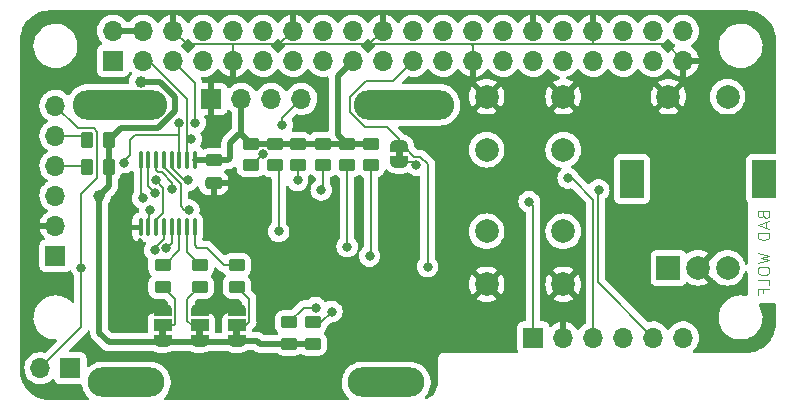
<source format=gbl>
G04 #@! TF.GenerationSoftware,KiCad,Pcbnew,(6.0.4)*
G04 #@! TF.CreationDate,2022-12-13T21:19:27-06:00*
G04 #@! TF.ProjectId,ctrl_board,6374726c-5f62-46f6-9172-642e6b696361,rev?*
G04 #@! TF.SameCoordinates,Original*
G04 #@! TF.FileFunction,Copper,L2,Bot*
G04 #@! TF.FilePolarity,Positive*
%FSLAX46Y46*%
G04 Gerber Fmt 4.6, Leading zero omitted, Abs format (unit mm)*
G04 Created by KiCad (PCBNEW (6.0.4)) date 2022-12-13 21:19:27*
%MOMM*%
%LPD*%
G01*
G04 APERTURE LIST*
G04 Aperture macros list*
%AMRoundRect*
0 Rectangle with rounded corners*
0 $1 Rounding radius*
0 $2 $3 $4 $5 $6 $7 $8 $9 X,Y pos of 4 corners*
0 Add a 4 corners polygon primitive as box body*
4,1,4,$2,$3,$4,$5,$6,$7,$8,$9,$2,$3,0*
0 Add four circle primitives for the rounded corners*
1,1,$1+$1,$2,$3*
1,1,$1+$1,$4,$5*
1,1,$1+$1,$6,$7*
1,1,$1+$1,$8,$9*
0 Add four rect primitives between the rounded corners*
20,1,$1+$1,$2,$3,$4,$5,0*
20,1,$1+$1,$4,$5,$6,$7,0*
20,1,$1+$1,$6,$7,$8,$9,0*
20,1,$1+$1,$8,$9,$2,$3,0*%
%AMFreePoly0*
4,1,22,0.500000,-0.750000,0.000000,-0.750000,0.000000,-0.745033,-0.079941,-0.743568,-0.215256,-0.701293,-0.333266,-0.622738,-0.424486,-0.514219,-0.481581,-0.384460,-0.499164,-0.250000,-0.500000,-0.250000,-0.500000,0.250000,-0.499164,0.250000,-0.499963,0.256109,-0.478152,0.396186,-0.417904,0.524511,-0.324060,0.630769,-0.204165,0.706417,-0.067858,0.745374,0.000000,0.744959,0.000000,0.750000,
0.500000,0.750000,0.500000,-0.750000,0.500000,-0.750000,$1*%
%AMFreePoly1*
4,1,20,0.000000,0.744959,0.073905,0.744508,0.209726,0.703889,0.328688,0.626782,0.421226,0.519385,0.479903,0.390333,0.500000,0.250000,0.500000,-0.250000,0.499851,-0.262216,0.476331,-0.402017,0.414519,-0.529596,0.319384,-0.634700,0.198574,-0.708877,0.061801,-0.746166,0.000000,-0.745033,0.000000,-0.750000,-0.500000,-0.750000,-0.500000,0.750000,0.000000,0.750000,0.000000,0.744959,
0.000000,0.744959,$1*%
%AMFreePoly2*
4,1,22,0.550000,-0.750000,0.000000,-0.750000,0.000000,-0.745033,-0.079941,-0.743568,-0.215256,-0.701293,-0.333266,-0.622738,-0.424486,-0.514219,-0.481581,-0.384460,-0.499164,-0.250000,-0.500000,-0.250000,-0.500000,0.250000,-0.499164,0.250000,-0.499963,0.256109,-0.478152,0.396186,-0.417904,0.524511,-0.324060,0.630769,-0.204165,0.706417,-0.067858,0.745374,0.000000,0.744959,0.000000,0.750000,
0.550000,0.750000,0.550000,-0.750000,0.550000,-0.750000,$1*%
%AMFreePoly3*
4,1,20,0.000000,0.744959,0.073905,0.744508,0.209726,0.703889,0.328688,0.626782,0.421226,0.519385,0.479903,0.390333,0.500000,0.250000,0.500000,-0.250000,0.499851,-0.262216,0.476331,-0.402017,0.414519,-0.529596,0.319384,-0.634700,0.198574,-0.708877,0.061801,-0.746166,0.000000,-0.745033,0.000000,-0.750000,-0.550000,-0.750000,-0.550000,0.750000,0.000000,0.750000,0.000000,0.744959,
0.000000,0.744959,$1*%
G04 Aperture macros list end*
%ADD10C,0.100000*%
G04 #@! TA.AperFunction,NonConductor*
%ADD11C,0.100000*%
G04 #@! TD*
G04 #@! TA.AperFunction,ComponentPad*
%ADD12R,1.700000X1.700000*%
G04 #@! TD*
G04 #@! TA.AperFunction,ComponentPad*
%ADD13O,1.700000X1.700000*%
G04 #@! TD*
G04 #@! TA.AperFunction,ComponentPad*
%ADD14O,6.500000X2.500000*%
G04 #@! TD*
G04 #@! TA.AperFunction,ComponentPad*
%ADD15O,8.500000X2.500000*%
G04 #@! TD*
G04 #@! TA.AperFunction,ComponentPad*
%ADD16O,8.000000X2.500000*%
G04 #@! TD*
G04 #@! TA.AperFunction,ComponentPad*
%ADD17C,2.000000*%
G04 #@! TD*
G04 #@! TA.AperFunction,ComponentPad*
%ADD18R,2.000000X2.000000*%
G04 #@! TD*
G04 #@! TA.AperFunction,ComponentPad*
%ADD19R,2.000000X3.200000*%
G04 #@! TD*
G04 #@! TA.AperFunction,SMDPad,CuDef*
%ADD20RoundRect,0.250000X-0.262500X-0.450000X0.262500X-0.450000X0.262500X0.450000X-0.262500X0.450000X0*%
G04 #@! TD*
G04 #@! TA.AperFunction,SMDPad,CuDef*
%ADD21FreePoly0,90.000000*%
G04 #@! TD*
G04 #@! TA.AperFunction,SMDPad,CuDef*
%ADD22FreePoly1,90.000000*%
G04 #@! TD*
G04 #@! TA.AperFunction,SMDPad,CuDef*
%ADD23FreePoly2,90.000000*%
G04 #@! TD*
G04 #@! TA.AperFunction,SMDPad,CuDef*
%ADD24R,1.500000X1.000000*%
G04 #@! TD*
G04 #@! TA.AperFunction,SMDPad,CuDef*
%ADD25FreePoly3,90.000000*%
G04 #@! TD*
G04 #@! TA.AperFunction,SMDPad,CuDef*
%ADD26RoundRect,0.250000X-0.450000X0.262500X-0.450000X-0.262500X0.450000X-0.262500X0.450000X0.262500X0*%
G04 #@! TD*
G04 #@! TA.AperFunction,SMDPad,CuDef*
%ADD27RoundRect,0.250000X0.450000X-0.262500X0.450000X0.262500X-0.450000X0.262500X-0.450000X-0.262500X0*%
G04 #@! TD*
G04 #@! TA.AperFunction,SMDPad,CuDef*
%ADD28RoundRect,0.100000X0.100000X-0.637500X0.100000X0.637500X-0.100000X0.637500X-0.100000X-0.637500X0*%
G04 #@! TD*
G04 #@! TA.AperFunction,SMDPad,CuDef*
%ADD29RoundRect,0.250000X0.262500X0.450000X-0.262500X0.450000X-0.262500X-0.450000X0.262500X-0.450000X0*%
G04 #@! TD*
G04 #@! TA.AperFunction,SMDPad,CuDef*
%ADD30RoundRect,0.250000X-0.475000X0.250000X-0.475000X-0.250000X0.475000X-0.250000X0.475000X0.250000X0*%
G04 #@! TD*
G04 #@! TA.AperFunction,ViaPad*
%ADD31C,1.000000*%
G04 #@! TD*
G04 #@! TA.AperFunction,ViaPad*
%ADD32C,0.800000*%
G04 #@! TD*
G04 #@! TA.AperFunction,Conductor*
%ADD33C,0.200000*%
G04 #@! TD*
G04 #@! TA.AperFunction,Conductor*
%ADD34C,0.500000*%
G04 #@! TD*
G04 APERTURE END LIST*
D10*
D11*
X263428571Y-111833333D02*
X263476190Y-111976190D01*
X263523809Y-112023809D01*
X263619047Y-112071428D01*
X263761904Y-112071428D01*
X263857142Y-112023809D01*
X263904761Y-111976190D01*
X263952380Y-111880952D01*
X263952380Y-111500000D01*
X262952380Y-111500000D01*
X262952380Y-111833333D01*
X263000000Y-111928571D01*
X263047619Y-111976190D01*
X263142857Y-112023809D01*
X263238095Y-112023809D01*
X263333333Y-111976190D01*
X263380952Y-111928571D01*
X263428571Y-111833333D01*
X263428571Y-111500000D01*
X263666666Y-112452380D02*
X263666666Y-112928571D01*
X263952380Y-112357142D02*
X262952380Y-112690476D01*
X263952380Y-113023809D01*
X263952380Y-113357142D02*
X262952380Y-113357142D01*
X262952380Y-113595238D01*
X263000000Y-113738095D01*
X263095238Y-113833333D01*
X263190476Y-113880952D01*
X263380952Y-113928571D01*
X263523809Y-113928571D01*
X263714285Y-113880952D01*
X263809523Y-113833333D01*
X263904761Y-113738095D01*
X263952380Y-113595238D01*
X263952380Y-113357142D01*
X262952380Y-115023809D02*
X263952380Y-115261904D01*
X263238095Y-115452380D01*
X263952380Y-115642857D01*
X262952380Y-115880952D01*
X262952380Y-116452380D02*
X262952380Y-116642857D01*
X263000000Y-116738095D01*
X263095238Y-116833333D01*
X263285714Y-116880952D01*
X263619047Y-116880952D01*
X263809523Y-116833333D01*
X263904761Y-116738095D01*
X263952380Y-116642857D01*
X263952380Y-116452380D01*
X263904761Y-116357142D01*
X263809523Y-116261904D01*
X263619047Y-116214285D01*
X263285714Y-116214285D01*
X263095238Y-116261904D01*
X263000000Y-116357142D01*
X262952380Y-116452380D01*
X263952380Y-117785714D02*
X263952380Y-117309523D01*
X262952380Y-117309523D01*
X263428571Y-118452380D02*
X263428571Y-118119047D01*
X263952380Y-118119047D02*
X262952380Y-118119047D01*
X262952380Y-118595238D01*
G36*
X232900000Y-106900000D02*
G01*
X232300000Y-106900000D01*
X232300000Y-106400000D01*
X232900000Y-106400000D01*
X232900000Y-106900000D01*
G37*
G36*
X219159500Y-122071000D02*
G01*
X218559500Y-122071000D01*
X218559500Y-121571000D01*
X219159500Y-121571000D01*
X219159500Y-122071000D01*
G37*
G36*
X216016250Y-122071000D02*
G01*
X215416250Y-122071000D01*
X215416250Y-121571000D01*
X216016250Y-121571000D01*
X216016250Y-122071000D01*
G37*
G36*
X212873000Y-122071000D02*
G01*
X212273000Y-122071000D01*
X212273000Y-121571000D01*
X212873000Y-121571000D01*
X212873000Y-122071000D01*
G37*
D12*
X216690000Y-102000000D03*
D13*
X219230000Y-102000000D03*
X221770000Y-102000000D03*
X224310000Y-102000000D03*
D14*
X231500000Y-126000000D03*
D15*
X233000000Y-102500000D03*
D16*
X209000000Y-102500000D03*
D14*
X209500000Y-126000000D03*
D12*
X203500000Y-115270000D03*
D13*
X203500000Y-112730000D03*
X203500000Y-110190000D03*
X203500000Y-107650000D03*
X203500000Y-105110000D03*
X203500000Y-102570000D03*
D17*
X246500000Y-101800000D03*
X240000000Y-101800000D03*
X246500000Y-106300000D03*
X240000000Y-106300000D03*
X246500000Y-117700000D03*
X240000000Y-117700000D03*
X246500000Y-113200000D03*
X240000000Y-113200000D03*
D12*
X243950000Y-122200000D03*
D13*
X246490000Y-122200000D03*
X249030000Y-122200000D03*
X251570000Y-122200000D03*
X254110000Y-122200000D03*
X256650000Y-122200000D03*
D18*
X255400000Y-116300000D03*
D17*
X260400000Y-116300000D03*
X257900000Y-116300000D03*
D19*
X263500000Y-108800000D03*
X252300000Y-108800000D03*
D17*
X260400000Y-101800000D03*
X255400000Y-101800000D03*
D12*
X208370000Y-98770000D03*
D13*
X208370000Y-96230000D03*
X210910000Y-98770000D03*
X210910000Y-96230000D03*
X213450000Y-98770000D03*
X213450000Y-96230000D03*
X215990000Y-98770000D03*
X215990000Y-96230000D03*
X218530000Y-98770000D03*
X218530000Y-96230000D03*
X221070000Y-98770000D03*
X221070000Y-96230000D03*
X223610000Y-98770000D03*
X223610000Y-96230000D03*
X226150000Y-98770000D03*
X226150000Y-96230000D03*
X228690000Y-98770000D03*
X228690000Y-96230000D03*
X231230000Y-98770000D03*
X231230000Y-96230000D03*
X233770000Y-98770000D03*
X233770000Y-96230000D03*
X236310000Y-98770000D03*
X236310000Y-96230000D03*
X238850000Y-98770000D03*
X238850000Y-96230000D03*
X241390000Y-98770000D03*
X241390000Y-96230000D03*
X243930000Y-98770000D03*
X243930000Y-96230000D03*
X246470000Y-98770000D03*
X246470000Y-96230000D03*
X249010000Y-98770000D03*
X249010000Y-96230000D03*
X251550000Y-98770000D03*
X251550000Y-96230000D03*
X254090000Y-98770000D03*
X254090000Y-96230000D03*
X256630000Y-98770000D03*
X256630000Y-96230000D03*
D20*
X206187500Y-107800000D03*
X208012500Y-107800000D03*
D21*
X232600000Y-107300000D03*
D22*
X232600000Y-106000000D03*
D23*
X218859500Y-122471000D03*
D24*
X218859500Y-121171000D03*
D25*
X218859500Y-119871000D03*
D23*
X215716250Y-122471000D03*
D24*
X215716250Y-121171000D03*
D25*
X215716250Y-119871000D03*
D23*
X212573000Y-122471000D03*
D24*
X212573000Y-121171000D03*
D25*
X212573000Y-119871000D03*
D26*
X220038083Y-105780500D03*
X220038083Y-107605500D03*
X222070466Y-105780500D03*
X222070466Y-107605500D03*
D27*
X218859500Y-117892500D03*
X218859500Y-116067500D03*
X215700000Y-117892500D03*
X215700000Y-116067500D03*
X212573000Y-117892500D03*
X212573000Y-116067500D03*
D28*
X215275000Y-112862500D03*
X214625000Y-112862500D03*
X213975000Y-112862500D03*
X213325000Y-112862500D03*
X212675000Y-112862500D03*
X212025000Y-112862500D03*
X211375000Y-112862500D03*
X210725000Y-112862500D03*
X210725000Y-107137500D03*
X211375000Y-107137500D03*
X212025000Y-107137500D03*
X212675000Y-107137500D03*
X213325000Y-107137500D03*
X213975000Y-107137500D03*
X214625000Y-107137500D03*
X215275000Y-107137500D03*
D27*
X223300000Y-122712500D03*
X223300000Y-120887500D03*
X225274084Y-122712500D03*
X225274084Y-120887500D03*
D29*
X208012500Y-105500000D03*
X206187500Y-105500000D03*
D30*
X216900000Y-107200000D03*
X216900000Y-109100000D03*
D26*
X226135232Y-105780500D03*
X226135232Y-107605500D03*
X230200000Y-105780500D03*
X230200000Y-107605500D03*
X228167615Y-105780500D03*
X228167615Y-107605500D03*
D12*
X204770000Y-124800000D03*
D13*
X202230000Y-124800000D03*
D27*
X224000000Y-107625000D03*
X224000000Y-105800000D03*
D31*
X207210000Y-110190000D03*
X210741615Y-100550500D03*
D32*
X217300000Y-119900000D03*
X209100000Y-120500000D03*
X208900000Y-111100000D03*
X215000000Y-105399011D03*
X222700000Y-104200000D03*
X209300000Y-107400000D03*
X213925500Y-104000000D03*
X215324500Y-104000000D03*
X205700000Y-116300000D03*
X235000000Y-116200000D03*
X212000000Y-108900000D03*
X221058143Y-106679745D03*
X211500000Y-111400000D03*
X222400000Y-113200000D03*
X243600000Y-110700000D03*
X210900000Y-110400000D03*
X230099511Y-115299511D03*
X211900000Y-114800000D03*
X228200000Y-114500000D03*
X212900000Y-114600000D03*
X211900000Y-110000500D03*
X226000000Y-109700000D03*
X214800000Y-111400000D03*
X249500000Y-109700000D03*
X246900000Y-108700000D03*
X213400000Y-109600000D03*
X225530000Y-119670000D03*
X226900000Y-120000000D03*
X224000000Y-108900000D03*
X214719161Y-108889964D03*
X234048267Y-107599500D03*
D33*
X224517500Y-119670000D02*
X225530000Y-119670000D01*
X223300000Y-120887500D02*
X224517500Y-119670000D01*
X205640000Y-116240000D02*
X205700000Y-116300000D01*
X207010000Y-108670000D02*
X205640000Y-110040000D01*
X207010000Y-104772382D02*
X207010000Y-108670000D01*
X205430480Y-104500480D02*
X206738098Y-104500480D01*
X203500000Y-102570000D02*
X205430480Y-104500480D01*
X206738098Y-104500480D02*
X207010000Y-104772382D01*
X205640000Y-110040000D02*
X205640000Y-116240000D01*
D34*
X209037011Y-104475489D02*
X208012500Y-105500000D01*
X212177995Y-104475489D02*
X209037011Y-104475489D01*
X213650000Y-101870000D02*
X213650000Y-103003484D01*
X210741615Y-100550500D02*
X212330500Y-100550500D01*
D33*
X211427126Y-98770000D02*
X214625000Y-101967874D01*
X210910000Y-98770000D02*
X211427126Y-98770000D01*
D34*
X213650000Y-103003484D02*
X212177995Y-104475489D01*
D33*
X214625000Y-101967874D02*
X214625000Y-105275000D01*
D34*
X212330500Y-100550500D02*
X213650000Y-101870000D01*
X227400000Y-105012885D02*
X228167615Y-105780500D01*
X222070466Y-105780500D02*
X223980500Y-105780500D01*
X224000000Y-105800000D02*
X226115732Y-105800000D01*
X218300000Y-107000000D02*
X218100000Y-107200000D01*
X218730500Y-122600000D02*
X218859500Y-122471000D01*
X208012500Y-109387500D02*
X207210000Y-110190000D01*
X208012500Y-105500000D02*
X208012500Y-107500000D01*
X227400000Y-100060000D02*
X227400000Y-105012885D01*
X226115732Y-105800000D02*
X226135232Y-105780500D01*
X228690000Y-98770000D02*
X227400000Y-100060000D01*
X218100000Y-107200000D02*
X216700000Y-107200000D01*
X216637500Y-107137500D02*
X216700000Y-107200000D01*
X222070466Y-105780500D02*
X220038083Y-105780500D01*
X219230000Y-102000000D02*
X219230000Y-104972417D01*
X219027583Y-104972417D02*
X218300000Y-105700000D01*
X218859500Y-122471000D02*
X220571000Y-122471000D01*
X219230000Y-104972417D02*
X219027583Y-104972417D01*
X220571000Y-122471000D02*
X220812500Y-122712500D01*
X218300000Y-105700000D02*
X218300000Y-107000000D01*
X215275000Y-107137500D02*
X216637500Y-107137500D01*
X207210000Y-121810000D02*
X208000000Y-122600000D01*
X220812500Y-122712500D02*
X225274084Y-122712500D01*
X223980500Y-105780500D02*
X224000000Y-105800000D01*
X226135232Y-105780500D02*
X230200000Y-105780500D01*
X208012500Y-107500000D02*
X208012500Y-109387500D01*
X207210000Y-110190000D02*
X207210000Y-121810000D01*
X208000000Y-122600000D02*
X218730500Y-122600000D01*
X219230000Y-104972417D02*
X220038083Y-105780500D01*
X208370000Y-96230000D02*
X210910000Y-96230000D01*
D33*
X218530000Y-97429022D02*
X218579511Y-97379511D01*
X230080489Y-97379511D02*
X229820489Y-97379511D01*
X249010000Y-97310000D02*
X249079511Y-97379511D01*
X249010000Y-96230000D02*
X249010000Y-97310000D01*
X218530000Y-98770000D02*
X218530000Y-97429022D01*
X231230000Y-96230000D02*
X230080489Y-97379511D01*
X222379511Y-97379511D02*
X229820489Y-97379511D01*
X249079511Y-97379511D02*
X255239511Y-97379511D01*
X238720489Y-97379511D02*
X249079511Y-97379511D01*
X238850000Y-97509022D02*
X238720489Y-97379511D01*
X238850000Y-98770000D02*
X238850000Y-97509022D01*
X255239511Y-97379511D02*
X256630000Y-98770000D01*
X223610000Y-96230000D02*
X222460489Y-97379511D01*
X229820489Y-97379511D02*
X238720489Y-97379511D01*
X213450000Y-96230000D02*
X214599511Y-97379511D01*
X214599511Y-97379511D02*
X218579511Y-97379511D01*
X222460489Y-97379511D02*
X222379511Y-97379511D01*
X218579511Y-97379511D02*
X222379511Y-97379511D01*
X224310000Y-102000000D02*
X222700000Y-103610000D01*
X222700000Y-103610000D02*
X222700000Y-104200000D01*
X205797500Y-105110000D02*
X206187500Y-105500000D01*
X214625000Y-105275000D02*
X214625000Y-107137500D01*
X203500000Y-105110000D02*
X205797500Y-105110000D01*
X214749011Y-105399011D02*
X214625000Y-105275000D01*
X215000000Y-105399011D02*
X214749011Y-105399011D01*
X213975000Y-105025000D02*
X213975000Y-104049500D01*
X209800000Y-106759994D02*
X209800000Y-105500000D01*
X213975000Y-104049500D02*
X213925500Y-104000000D01*
X209300000Y-107400000D02*
X209300000Y-107259994D01*
X203500000Y-107650000D02*
X206037500Y-107650000D01*
X210275000Y-105025000D02*
X213975000Y-105025000D01*
X215300000Y-100620000D02*
X215300000Y-104000000D01*
X215300000Y-104000000D02*
X215324500Y-104000000D01*
X209300000Y-107259994D02*
X209800000Y-106759994D01*
X209800000Y-105500000D02*
X210275000Y-105025000D01*
X206037500Y-107650000D02*
X206187500Y-107800000D01*
X213975000Y-107137500D02*
X213975000Y-105025000D01*
X213450000Y-98770000D02*
X215300000Y-100620000D01*
X205700000Y-121330000D02*
X202230000Y-124800000D01*
X233770000Y-98770000D02*
X232040000Y-100500000D01*
X233873586Y-106900000D02*
X234400000Y-106900000D01*
X232040000Y-100500000D02*
X229808648Y-100500000D01*
X228450480Y-101858168D02*
X228450480Y-103141832D01*
X205700000Y-116300000D02*
X205700000Y-121330000D01*
X231600000Y-104400000D02*
X232600000Y-105400000D01*
X234400000Y-106900000D02*
X235000000Y-107500000D01*
X232600000Y-106000000D02*
X232973586Y-106000000D01*
X229708648Y-104400000D02*
X231600000Y-104400000D01*
X235000000Y-107500000D02*
X235000000Y-116200000D01*
X232973586Y-106000000D02*
X233873586Y-106900000D01*
X228450480Y-103141832D02*
X229708648Y-104400000D01*
X229808648Y-100500000D02*
X228450480Y-101858168D01*
X232600000Y-105400000D02*
X232600000Y-106000000D01*
X214666730Y-118925770D02*
X214666730Y-120766730D01*
X215700000Y-117892500D02*
X214666730Y-118925770D01*
X215071000Y-121171000D02*
X215716250Y-121171000D01*
X214666730Y-120766730D02*
X215071000Y-121171000D01*
X212573000Y-117892500D02*
X213622520Y-118942020D01*
X213523000Y-121171000D02*
X212573000Y-121171000D01*
X213622520Y-121071480D02*
X213523000Y-121171000D01*
X213622520Y-118942020D02*
X213622520Y-121071480D01*
X212000000Y-108900000D02*
X212606502Y-109506502D01*
X212606502Y-111628492D02*
X212025000Y-112209994D01*
X220132388Y-107605500D02*
X221058143Y-106679745D01*
X220038083Y-107605500D02*
X220132388Y-107605500D01*
X212025000Y-112209994D02*
X212025000Y-112862500D01*
X212606502Y-109506502D02*
X212606502Y-111628492D01*
X211400000Y-111500000D02*
X211400000Y-112837500D01*
X211500000Y-111400000D02*
X211400000Y-111500000D01*
X222070466Y-107605500D02*
X222400000Y-107935034D01*
X222400000Y-107935034D02*
X222400000Y-113200000D01*
X211400000Y-112837500D02*
X211375000Y-112862500D01*
X243950000Y-122200000D02*
X243950000Y-111050000D01*
X243950000Y-111050000D02*
X243600000Y-110700000D01*
X210725000Y-110225000D02*
X210725000Y-107137500D01*
X210900000Y-110400000D02*
X210725000Y-110225000D01*
X230200000Y-115199022D02*
X230099511Y-115299511D01*
X230200000Y-107605500D02*
X230200000Y-115199022D01*
X211900000Y-114800000D02*
X211900000Y-114610741D01*
X212675000Y-113835741D02*
X212675000Y-112862500D01*
X211900000Y-114610741D02*
X212675000Y-113835741D01*
X213325000Y-114175000D02*
X213325000Y-112862500D01*
X212900000Y-114600000D02*
X213325000Y-114175000D01*
X228167615Y-114467615D02*
X228200000Y-114500000D01*
X228167615Y-107605500D02*
X228167615Y-114467615D01*
X211375000Y-107137500D02*
X211300489Y-107212011D01*
X211300489Y-109400989D02*
X211900000Y-110000500D01*
X211300489Y-107212011D02*
X211300489Y-109400989D01*
X226135232Y-107605500D02*
X226135232Y-109564768D01*
X226135232Y-109564768D02*
X226000000Y-109700000D01*
X216300000Y-114600000D02*
X215500000Y-114600000D01*
X215500000Y-114600000D02*
X215275000Y-114375000D01*
X217767500Y-116067500D02*
X216300000Y-114600000D01*
X218859500Y-116067500D02*
X217767500Y-116067500D01*
X215275000Y-114375000D02*
X215275000Y-112862500D01*
X215700000Y-116067500D02*
X214625000Y-114992500D01*
X214625000Y-114992500D02*
X214625000Y-112862500D01*
X212732500Y-116067500D02*
X213975000Y-114825000D01*
X212573000Y-116067500D02*
X212732500Y-116067500D01*
X213975000Y-114825000D02*
X213975000Y-112862500D01*
X219909020Y-120890980D02*
X219629000Y-121171000D01*
X219909020Y-118942020D02*
X219909020Y-120890980D01*
X219629000Y-121171000D02*
X218859500Y-121171000D01*
X218859500Y-117892500D02*
X219909020Y-118942020D01*
X249429520Y-117519520D02*
X249429520Y-109770480D01*
X254110000Y-122200000D02*
X249429520Y-117519520D01*
X214099511Y-109214517D02*
X214099511Y-111099511D01*
X212675000Y-107137500D02*
X212675000Y-107790006D01*
X249429520Y-109770480D02*
X249500000Y-109700000D01*
X214400000Y-111400000D02*
X214800000Y-111400000D01*
X212675000Y-107790006D02*
X214099511Y-109214517D01*
X214099511Y-111099511D02*
X214400000Y-111400000D01*
X247200000Y-108700000D02*
X246900000Y-108700000D01*
X213400000Y-109080012D02*
X213400000Y-109600000D01*
X212520477Y-108200489D02*
X213400000Y-109080012D01*
X249030000Y-122200000D02*
X249030000Y-110530000D01*
X247400000Y-108900000D02*
X247200000Y-108700000D01*
X212025000Y-108025000D02*
X212025000Y-107137500D01*
X212025000Y-108025000D02*
X212200489Y-108200489D01*
X212200489Y-108200489D02*
X212520477Y-108200489D01*
X249030000Y-110530000D02*
X247400000Y-108900000D01*
X226012500Y-120887500D02*
X226900000Y-120000000D01*
X225274084Y-120887500D02*
X226012500Y-120887500D01*
X213325000Y-107137500D02*
X213325000Y-107875000D01*
X224000000Y-107625000D02*
X224000000Y-108900000D01*
X214339964Y-108889964D02*
X214719161Y-108889964D01*
X233748767Y-107300000D02*
X234048267Y-107599500D01*
X232600000Y-107300000D02*
X233748767Y-107300000D01*
X213325000Y-107875000D02*
X214339964Y-108889964D01*
G04 #@! TA.AperFunction,Conductor*
G36*
X261970018Y-94510000D02*
G01*
X261984851Y-94512310D01*
X261984855Y-94512310D01*
X261993724Y-94513691D01*
X262010923Y-94511442D01*
X262034863Y-94510609D01*
X262292710Y-94526206D01*
X262307814Y-94528040D01*
X262379786Y-94541229D01*
X262588760Y-94579525D01*
X262603526Y-94583164D01*
X262876231Y-94668142D01*
X262890445Y-94673534D01*
X263108223Y-94771547D01*
X263150906Y-94790757D01*
X263164379Y-94797828D01*
X263408813Y-94945595D01*
X263421334Y-94954238D01*
X263646171Y-95130385D01*
X263657560Y-95140475D01*
X263859525Y-95342440D01*
X263869615Y-95353829D01*
X264045762Y-95578666D01*
X264054405Y-95591187D01*
X264153199Y-95754610D01*
X264187873Y-95811967D01*
X264202172Y-95835621D01*
X264209242Y-95849092D01*
X264326466Y-96109555D01*
X264331858Y-96123769D01*
X264366009Y-96233365D01*
X264416836Y-96396473D01*
X264420475Y-96411240D01*
X264440279Y-96519304D01*
X264471960Y-96692186D01*
X264473794Y-96707290D01*
X264488953Y-96957904D01*
X264487692Y-96984716D01*
X264487690Y-96984852D01*
X264486309Y-96993724D01*
X264487473Y-97002626D01*
X264487473Y-97002628D01*
X264490436Y-97025283D01*
X264491500Y-97041621D01*
X264491500Y-106565500D01*
X264471498Y-106633621D01*
X264417842Y-106680114D01*
X264365500Y-106691500D01*
X262451866Y-106691500D01*
X262389684Y-106698255D01*
X262253295Y-106749385D01*
X262136739Y-106836739D01*
X262049385Y-106953295D01*
X261998255Y-107089684D01*
X261991500Y-107151866D01*
X261991500Y-110448134D01*
X261998255Y-110510316D01*
X262049385Y-110646705D01*
X262054771Y-110653891D01*
X262086326Y-110695995D01*
X262111174Y-110762501D01*
X262111500Y-110771560D01*
X262111500Y-115902443D01*
X262091498Y-115970564D01*
X262037842Y-116017057D01*
X261967568Y-116027161D01*
X261902988Y-115997667D01*
X261862981Y-115931857D01*
X261840260Y-115837218D01*
X261839105Y-115832406D01*
X261837211Y-115827833D01*
X261750135Y-115617611D01*
X261750133Y-115617607D01*
X261748240Y-115613037D01*
X261712074Y-115554020D01*
X261626759Y-115414798D01*
X261626755Y-115414792D01*
X261624176Y-115410584D01*
X261469969Y-115230031D01*
X261289416Y-115075824D01*
X261285208Y-115073245D01*
X261285202Y-115073241D01*
X261091183Y-114954346D01*
X261086963Y-114951760D01*
X261082393Y-114949867D01*
X261082389Y-114949865D01*
X260872167Y-114862789D01*
X260872165Y-114862788D01*
X260867594Y-114860895D01*
X260787391Y-114841640D01*
X260641524Y-114806620D01*
X260641518Y-114806619D01*
X260636711Y-114805465D01*
X260400000Y-114786835D01*
X260163289Y-114805465D01*
X260158482Y-114806619D01*
X260158476Y-114806620D01*
X260012609Y-114841640D01*
X259932406Y-114860895D01*
X259927835Y-114862788D01*
X259927833Y-114862789D01*
X259717611Y-114949865D01*
X259717607Y-114949867D01*
X259713037Y-114951760D01*
X259708817Y-114954346D01*
X259514798Y-115073241D01*
X259514792Y-115073245D01*
X259510584Y-115075824D01*
X259330031Y-115230031D01*
X259326823Y-115233787D01*
X259191247Y-115392526D01*
X259145314Y-115426402D01*
X259123332Y-115435878D01*
X258272022Y-116287188D01*
X258264408Y-116301132D01*
X258264539Y-116302965D01*
X258268790Y-116309580D01*
X259120290Y-117161080D01*
X259158648Y-117182026D01*
X259194072Y-117210782D01*
X259282407Y-117314209D01*
X259330031Y-117369969D01*
X259510584Y-117524176D01*
X259514792Y-117526755D01*
X259514798Y-117526759D01*
X259708084Y-117645205D01*
X259713037Y-117648240D01*
X259717607Y-117650133D01*
X259717611Y-117650135D01*
X259927833Y-117737211D01*
X259932406Y-117739105D01*
X259980349Y-117750615D01*
X260158476Y-117793380D01*
X260158482Y-117793381D01*
X260163289Y-117794535D01*
X260400000Y-117813165D01*
X260636711Y-117794535D01*
X260641518Y-117793381D01*
X260641524Y-117793380D01*
X260819651Y-117750615D01*
X260867594Y-117739105D01*
X260872167Y-117737211D01*
X261082389Y-117650135D01*
X261082393Y-117650133D01*
X261086963Y-117648240D01*
X261091916Y-117645205D01*
X261285202Y-117526759D01*
X261285208Y-117526755D01*
X261289416Y-117524176D01*
X261469969Y-117369969D01*
X261624176Y-117189416D01*
X261626755Y-117185208D01*
X261626759Y-117185202D01*
X261745654Y-116991183D01*
X261748240Y-116986963D01*
X261750766Y-116980866D01*
X261837211Y-116772167D01*
X261837212Y-116772165D01*
X261839105Y-116767594D01*
X261862981Y-116668143D01*
X261898333Y-116606574D01*
X261961360Y-116573891D01*
X262032051Y-116580471D01*
X262087962Y-116624226D01*
X262111500Y-116697557D01*
X262111500Y-118571013D01*
X262091498Y-118639134D01*
X262037842Y-118685627D01*
X261967568Y-118695731D01*
X261955094Y-118693285D01*
X261950814Y-118691882D01*
X261914789Y-118685627D01*
X261688860Y-118646399D01*
X261688852Y-118646398D01*
X261685079Y-118645743D01*
X261673817Y-118645182D01*
X261601422Y-118641578D01*
X261601414Y-118641578D01*
X261599851Y-118641500D01*
X261431488Y-118641500D01*
X261429220Y-118641665D01*
X261429208Y-118641665D01*
X261298116Y-118651177D01*
X261230996Y-118656047D01*
X261226541Y-118657031D01*
X261226538Y-118657031D01*
X260972088Y-118713209D01*
X260972084Y-118713210D01*
X260967628Y-118714194D01*
X260863940Y-118753478D01*
X260719682Y-118808132D01*
X260719679Y-118808133D01*
X260715412Y-118809750D01*
X260648142Y-118847115D01*
X260528627Y-118913500D01*
X260479632Y-118940714D01*
X260476000Y-118943486D01*
X260280258Y-119092872D01*
X260265227Y-119104343D01*
X260262034Y-119107609D01*
X260262032Y-119107611D01*
X260213591Y-119157164D01*
X260076688Y-119297208D01*
X259917966Y-119515270D01*
X259865479Y-119615031D01*
X259794510Y-119749921D01*
X259794507Y-119749927D01*
X259792385Y-119753961D01*
X259790865Y-119758266D01*
X259790863Y-119758270D01*
X259729000Y-119933450D01*
X259702575Y-120008280D01*
X259677395Y-120136032D01*
X259660770Y-120220385D01*
X259650419Y-120272900D01*
X259650192Y-120277453D01*
X259650192Y-120277456D01*
X259640260Y-120476978D01*
X259637009Y-120542277D01*
X259662625Y-120810769D01*
X259663710Y-120815203D01*
X259663711Y-120815209D01*
X259711601Y-121010919D01*
X259726731Y-121072750D01*
X259827985Y-121322733D01*
X259964265Y-121555482D01*
X260029358Y-121636876D01*
X260124009Y-121755231D01*
X260132716Y-121766119D01*
X260329809Y-121950234D01*
X260551416Y-122103968D01*
X260555499Y-122105999D01*
X260555502Y-122106001D01*
X260647838Y-122151937D01*
X260792894Y-122224101D01*
X260797228Y-122225522D01*
X260797231Y-122225523D01*
X261044853Y-122306698D01*
X261044859Y-122306699D01*
X261049186Y-122308118D01*
X261053677Y-122308898D01*
X261053678Y-122308898D01*
X261311140Y-122353601D01*
X261311148Y-122353602D01*
X261314921Y-122354257D01*
X261318758Y-122354448D01*
X261398578Y-122358422D01*
X261398586Y-122358422D01*
X261400149Y-122358500D01*
X261568512Y-122358500D01*
X261570780Y-122358335D01*
X261570792Y-122358335D01*
X261701884Y-122348823D01*
X261769004Y-122343953D01*
X261773459Y-122342969D01*
X261773462Y-122342969D01*
X262027912Y-122286791D01*
X262027916Y-122286790D01*
X262032372Y-122285806D01*
X262158480Y-122238028D01*
X262280318Y-122191868D01*
X262280321Y-122191867D01*
X262284588Y-122190250D01*
X262520368Y-122059286D01*
X262650939Y-121959637D01*
X262731141Y-121898429D01*
X262731142Y-121898428D01*
X262734773Y-121895657D01*
X262739860Y-121890454D01*
X262878651Y-121748478D01*
X262923312Y-121702792D01*
X263082034Y-121484730D01*
X263145155Y-121364757D01*
X263205490Y-121250079D01*
X263205493Y-121250073D01*
X263207615Y-121246039D01*
X263209860Y-121239684D01*
X263295902Y-120996033D01*
X263295902Y-120996032D01*
X263297425Y-120991720D01*
X263326960Y-120841869D01*
X263348700Y-120731572D01*
X263348701Y-120731566D01*
X263349581Y-120727100D01*
X263349808Y-120722544D01*
X263362764Y-120462292D01*
X263362764Y-120462286D01*
X263362991Y-120457723D01*
X263337375Y-120189231D01*
X263332279Y-120168402D01*
X263274355Y-119931688D01*
X263273269Y-119927250D01*
X263172015Y-119677267D01*
X263060176Y-119486260D01*
X263043016Y-119417369D01*
X263065827Y-119350136D01*
X263121365Y-119305909D01*
X263168908Y-119296595D01*
X264365500Y-119296595D01*
X264433621Y-119316597D01*
X264480114Y-119370253D01*
X264491500Y-119422595D01*
X264491500Y-120950633D01*
X264490000Y-120970018D01*
X264487690Y-120984851D01*
X264487690Y-120984855D01*
X264486309Y-120993724D01*
X264488558Y-121010919D01*
X264489391Y-121034863D01*
X264473794Y-121292710D01*
X264471960Y-121307814D01*
X264464887Y-121346411D01*
X264422151Y-121579621D01*
X264420477Y-121588754D01*
X264416836Y-121603526D01*
X264341206Y-121846233D01*
X264331859Y-121876227D01*
X264326466Y-121890445D01*
X264217301Y-122133002D01*
X264209243Y-122150906D01*
X264202173Y-122164378D01*
X264186532Y-122190250D01*
X264054405Y-122408813D01*
X264045762Y-122421334D01*
X263869615Y-122646171D01*
X263859525Y-122657560D01*
X263657560Y-122859525D01*
X263646172Y-122869614D01*
X263639114Y-122875144D01*
X263421334Y-123045762D01*
X263408813Y-123054405D01*
X263164379Y-123202172D01*
X263150908Y-123209242D01*
X262890445Y-123326466D01*
X262876231Y-123331858D01*
X262603527Y-123416836D01*
X262588760Y-123420475D01*
X262379786Y-123458771D01*
X262307814Y-123471960D01*
X262292710Y-123473794D01*
X262042096Y-123488953D01*
X262015284Y-123487692D01*
X262015148Y-123487690D01*
X262006276Y-123486309D01*
X261997374Y-123487473D01*
X261997372Y-123487473D01*
X261982323Y-123489441D01*
X261974714Y-123490436D01*
X261958379Y-123491500D01*
X257572538Y-123491500D01*
X257504417Y-123471498D01*
X257457924Y-123417842D01*
X257447820Y-123347568D01*
X257477314Y-123282988D01*
X257499370Y-123262921D01*
X257504800Y-123259048D01*
X257529860Y-123241173D01*
X257535721Y-123235333D01*
X257645878Y-123125560D01*
X257688096Y-123083489D01*
X257715206Y-123045762D01*
X257815435Y-122906277D01*
X257818453Y-122902077D01*
X257831995Y-122874678D01*
X257915136Y-122706453D01*
X257915137Y-122706451D01*
X257917430Y-122701811D01*
X257982370Y-122488069D01*
X258011529Y-122266590D01*
X258011611Y-122263240D01*
X258013074Y-122203365D01*
X258013074Y-122203361D01*
X258013156Y-122200000D01*
X257994852Y-121977361D01*
X257940431Y-121760702D01*
X257851354Y-121555840D01*
X257778811Y-121443706D01*
X257732822Y-121372617D01*
X257732820Y-121372614D01*
X257730014Y-121368277D01*
X257579670Y-121203051D01*
X257575619Y-121199852D01*
X257575615Y-121199848D01*
X257408414Y-121067800D01*
X257408410Y-121067798D01*
X257404359Y-121064598D01*
X257391429Y-121057460D01*
X257324370Y-121020442D01*
X257208789Y-120956638D01*
X257203920Y-120954914D01*
X257203916Y-120954912D01*
X257003087Y-120883795D01*
X257003083Y-120883794D01*
X256998212Y-120882069D01*
X256993119Y-120881162D01*
X256993116Y-120881161D01*
X256783373Y-120843800D01*
X256783367Y-120843799D01*
X256778284Y-120842894D01*
X256704452Y-120841992D01*
X256560081Y-120840228D01*
X256560079Y-120840228D01*
X256554911Y-120840165D01*
X256334091Y-120873955D01*
X256121756Y-120943357D01*
X256089044Y-120960386D01*
X255932951Y-121041643D01*
X255923607Y-121046507D01*
X255919474Y-121049610D01*
X255919471Y-121049612D01*
X255749100Y-121177530D01*
X255744965Y-121180635D01*
X255735800Y-121190226D01*
X255620592Y-121310784D01*
X255590629Y-121342138D01*
X255483201Y-121499621D01*
X255428293Y-121544621D01*
X255357768Y-121552792D01*
X255294021Y-121521538D01*
X255273324Y-121497054D01*
X255192822Y-121372617D01*
X255192820Y-121372614D01*
X255190014Y-121368277D01*
X255039670Y-121203051D01*
X255035619Y-121199852D01*
X255035615Y-121199848D01*
X254868414Y-121067800D01*
X254868410Y-121067798D01*
X254864359Y-121064598D01*
X254851429Y-121057460D01*
X254784370Y-121020442D01*
X254668789Y-120956638D01*
X254663920Y-120954914D01*
X254663916Y-120954912D01*
X254463087Y-120883795D01*
X254463083Y-120883794D01*
X254458212Y-120882069D01*
X254453119Y-120881162D01*
X254453116Y-120881161D01*
X254243373Y-120843800D01*
X254243367Y-120843799D01*
X254238284Y-120842894D01*
X254164452Y-120841992D01*
X254020081Y-120840228D01*
X254020079Y-120840228D01*
X254014911Y-120840165D01*
X253889928Y-120859290D01*
X253799200Y-120873173D01*
X253799197Y-120873174D01*
X253794091Y-120873955D01*
X253789176Y-120875562D01*
X253789174Y-120875562D01*
X253754890Y-120886768D01*
X253683927Y-120888921D01*
X253626648Y-120856099D01*
X250118683Y-117348134D01*
X253891500Y-117348134D01*
X253898255Y-117410316D01*
X253949385Y-117546705D01*
X254036739Y-117663261D01*
X254153295Y-117750615D01*
X254289684Y-117801745D01*
X254351866Y-117808500D01*
X256448134Y-117808500D01*
X256510316Y-117801745D01*
X256646705Y-117750615D01*
X256763261Y-117663261D01*
X256768643Y-117656080D01*
X256844026Y-117555497D01*
X256900885Y-117512982D01*
X256971704Y-117507956D01*
X257010017Y-117525176D01*
X257010879Y-117523770D01*
X257209042Y-117645205D01*
X257217837Y-117649687D01*
X257427988Y-117736734D01*
X257437373Y-117739783D01*
X257658554Y-117792885D01*
X257668301Y-117794428D01*
X257895070Y-117812275D01*
X257904930Y-117812275D01*
X258131699Y-117794428D01*
X258141446Y-117792885D01*
X258362627Y-117739783D01*
X258372012Y-117736734D01*
X258582163Y-117649687D01*
X258590958Y-117645205D01*
X258758445Y-117542568D01*
X258767907Y-117532110D01*
X258764124Y-117523334D01*
X257629885Y-116389095D01*
X257595859Y-116326783D01*
X257600924Y-116255968D01*
X257629885Y-116210905D01*
X258761080Y-115079710D01*
X258767840Y-115067330D01*
X258762113Y-115059680D01*
X258590958Y-114954795D01*
X258582163Y-114950313D01*
X258372012Y-114863266D01*
X258362627Y-114860217D01*
X258141446Y-114807115D01*
X258131699Y-114805572D01*
X257904930Y-114787725D01*
X257895070Y-114787725D01*
X257668301Y-114805572D01*
X257658554Y-114807115D01*
X257437373Y-114860217D01*
X257427988Y-114863266D01*
X257217837Y-114950313D01*
X257209042Y-114954795D01*
X257010879Y-115076230D01*
X257009604Y-115074149D01*
X256952261Y-115094720D01*
X256883082Y-115078758D01*
X256844026Y-115044503D01*
X256768643Y-114943920D01*
X256768642Y-114943919D01*
X256763261Y-114936739D01*
X256646705Y-114849385D01*
X256510316Y-114798255D01*
X256448134Y-114791500D01*
X254351866Y-114791500D01*
X254289684Y-114798255D01*
X254153295Y-114849385D01*
X254036739Y-114936739D01*
X253949385Y-115053295D01*
X253898255Y-115189684D01*
X253891500Y-115251866D01*
X253891500Y-117348134D01*
X250118683Y-117348134D01*
X250074925Y-117304376D01*
X250040899Y-117242064D01*
X250038020Y-117215281D01*
X250038020Y-110496273D01*
X250052155Y-110448134D01*
X250791500Y-110448134D01*
X250798255Y-110510316D01*
X250849385Y-110646705D01*
X250936739Y-110763261D01*
X251053295Y-110850615D01*
X251189684Y-110901745D01*
X251251866Y-110908500D01*
X253348134Y-110908500D01*
X253410316Y-110901745D01*
X253546705Y-110850615D01*
X253663261Y-110763261D01*
X253750615Y-110646705D01*
X253801745Y-110510316D01*
X253808500Y-110448134D01*
X253808500Y-107151866D01*
X253801745Y-107089684D01*
X253750615Y-106953295D01*
X253663261Y-106836739D01*
X253546705Y-106749385D01*
X253410316Y-106698255D01*
X253348134Y-106691500D01*
X251251866Y-106691500D01*
X251189684Y-106698255D01*
X251053295Y-106749385D01*
X250936739Y-106836739D01*
X250849385Y-106953295D01*
X250798255Y-107089684D01*
X250791500Y-107151866D01*
X250791500Y-110448134D01*
X250052155Y-110448134D01*
X250058022Y-110428152D01*
X250089959Y-110394337D01*
X250105909Y-110382749D01*
X250105911Y-110382747D01*
X250111253Y-110378866D01*
X250239040Y-110236944D01*
X250334527Y-110071556D01*
X250393542Y-109889928D01*
X250395611Y-109870249D01*
X250412814Y-109706565D01*
X250413504Y-109700000D01*
X250403626Y-109606013D01*
X250394232Y-109516635D01*
X250394232Y-109516633D01*
X250393542Y-109510072D01*
X250334527Y-109328444D01*
X250239040Y-109163056D01*
X250202270Y-109122218D01*
X250115675Y-109026045D01*
X250115674Y-109026044D01*
X250111253Y-109021134D01*
X249970918Y-108919174D01*
X249962094Y-108912763D01*
X249962093Y-108912762D01*
X249956752Y-108908882D01*
X249950724Y-108906198D01*
X249950722Y-108906197D01*
X249788319Y-108833891D01*
X249788318Y-108833891D01*
X249782288Y-108831206D01*
X249680057Y-108809476D01*
X249601944Y-108792872D01*
X249601939Y-108792872D01*
X249595487Y-108791500D01*
X249404513Y-108791500D01*
X249398061Y-108792872D01*
X249398056Y-108792872D01*
X249319943Y-108809476D01*
X249217712Y-108831206D01*
X249211682Y-108833891D01*
X249211681Y-108833891D01*
X249049278Y-108906197D01*
X249049276Y-108906198D01*
X249043248Y-108908882D01*
X249037907Y-108912762D01*
X249037906Y-108912763D01*
X249029082Y-108919174D01*
X248888747Y-109021134D01*
X248884326Y-109026044D01*
X248884325Y-109026045D01*
X248797731Y-109122218D01*
X248760960Y-109163056D01*
X248756186Y-109171325D01*
X248754947Y-109172507D01*
X248753776Y-109174118D01*
X248753481Y-109173904D01*
X248704805Y-109220319D01*
X248635092Y-109233757D01*
X248569180Y-109207372D01*
X248557971Y-109197422D01*
X247777833Y-108417284D01*
X247747095Y-108367125D01*
X247743571Y-108356277D01*
X247734527Y-108328444D01*
X247726443Y-108314441D01*
X247659834Y-108199072D01*
X247639040Y-108163056D01*
X247591014Y-108109717D01*
X247515675Y-108026045D01*
X247515674Y-108026044D01*
X247511253Y-108021134D01*
X247407032Y-107945413D01*
X247362094Y-107912763D01*
X247362093Y-107912762D01*
X247356752Y-107908882D01*
X247350726Y-107906199D01*
X247350719Y-107906195D01*
X247230848Y-107852826D01*
X247176752Y-107806846D01*
X247156102Y-107738919D01*
X247175454Y-107670611D01*
X247216261Y-107630286D01*
X247303173Y-107577026D01*
X247389416Y-107524176D01*
X247569969Y-107369969D01*
X247724176Y-107189416D01*
X247726755Y-107185208D01*
X247726759Y-107185202D01*
X247845654Y-106991183D01*
X247848240Y-106986963D01*
X247852500Y-106976680D01*
X247937211Y-106772167D01*
X247937212Y-106772165D01*
X247939105Y-106767594D01*
X247962868Y-106668613D01*
X247993380Y-106541524D01*
X247993381Y-106541518D01*
X247994535Y-106536711D01*
X248013165Y-106300000D01*
X247994535Y-106063289D01*
X247982106Y-106011515D01*
X247949705Y-105876560D01*
X247939105Y-105832406D01*
X247911392Y-105765501D01*
X247850135Y-105617611D01*
X247850133Y-105617607D01*
X247848240Y-105613037D01*
X247803409Y-105539880D01*
X247726759Y-105414798D01*
X247726755Y-105414792D01*
X247724176Y-105410584D01*
X247569969Y-105230031D01*
X247389416Y-105075824D01*
X247385208Y-105073245D01*
X247385202Y-105073241D01*
X247191183Y-104954346D01*
X247186963Y-104951760D01*
X247182393Y-104949867D01*
X247182389Y-104949865D01*
X246972167Y-104862789D01*
X246972165Y-104862788D01*
X246967594Y-104860895D01*
X246855514Y-104833987D01*
X246741524Y-104806620D01*
X246741518Y-104806619D01*
X246736711Y-104805465D01*
X246500000Y-104786835D01*
X246263289Y-104805465D01*
X246258482Y-104806619D01*
X246258476Y-104806620D01*
X246144486Y-104833987D01*
X246032406Y-104860895D01*
X246027835Y-104862788D01*
X246027833Y-104862789D01*
X245817611Y-104949865D01*
X245817607Y-104949867D01*
X245813037Y-104951760D01*
X245808817Y-104954346D01*
X245614798Y-105073241D01*
X245614792Y-105073245D01*
X245610584Y-105075824D01*
X245430031Y-105230031D01*
X245275824Y-105410584D01*
X245273245Y-105414792D01*
X245273241Y-105414798D01*
X245196591Y-105539880D01*
X245151760Y-105613037D01*
X245149867Y-105617607D01*
X245149865Y-105617611D01*
X245088608Y-105765501D01*
X245060895Y-105832406D01*
X245050295Y-105876560D01*
X245017895Y-106011515D01*
X245005465Y-106063289D01*
X244986835Y-106300000D01*
X245005465Y-106536711D01*
X245006619Y-106541518D01*
X245006620Y-106541524D01*
X245037132Y-106668613D01*
X245060895Y-106767594D01*
X245062788Y-106772165D01*
X245062789Y-106772167D01*
X245147501Y-106976680D01*
X245151760Y-106986963D01*
X245154346Y-106991183D01*
X245273241Y-107185202D01*
X245273245Y-107185208D01*
X245275824Y-107189416D01*
X245430031Y-107369969D01*
X245610584Y-107524176D01*
X245614792Y-107526755D01*
X245614798Y-107526759D01*
X245769974Y-107621851D01*
X245813037Y-107648240D01*
X245817607Y-107650133D01*
X245817611Y-107650135D01*
X246027833Y-107737211D01*
X246032406Y-107739105D01*
X246164438Y-107770803D01*
X246251084Y-107791605D01*
X246312653Y-107826957D01*
X246345336Y-107889984D01*
X246338755Y-107960675D01*
X246298589Y-108012379D01*
X246298998Y-108012833D01*
X246296464Y-108015114D01*
X246295729Y-108016061D01*
X246294093Y-108017249D01*
X246294091Y-108017251D01*
X246288747Y-108021134D01*
X246284326Y-108026044D01*
X246284325Y-108026045D01*
X246208987Y-108109717D01*
X246160960Y-108163056D01*
X246140166Y-108199072D01*
X246073558Y-108314441D01*
X246065473Y-108328444D01*
X246006458Y-108510072D01*
X246005768Y-108516633D01*
X246005768Y-108516635D01*
X245994233Y-108626386D01*
X245986496Y-108700000D01*
X245987186Y-108706565D01*
X246005301Y-108878915D01*
X246006458Y-108889928D01*
X246065473Y-109071556D01*
X246160960Y-109236944D01*
X246165378Y-109241851D01*
X246165379Y-109241852D01*
X246270387Y-109358475D01*
X246288747Y-109378866D01*
X246383995Y-109448068D01*
X246409702Y-109466745D01*
X246443248Y-109491118D01*
X246449276Y-109493802D01*
X246449278Y-109493803D01*
X246611681Y-109566109D01*
X246617712Y-109568794D01*
X246711113Y-109588647D01*
X246798056Y-109607128D01*
X246798061Y-109607128D01*
X246804513Y-109608500D01*
X246995487Y-109608500D01*
X247001940Y-109607128D01*
X247001953Y-109607127D01*
X247136778Y-109578468D01*
X247207568Y-109583869D01*
X247252070Y-109612619D01*
X248384595Y-110745144D01*
X248418621Y-110807456D01*
X248421500Y-110834239D01*
X248421500Y-120908678D01*
X248401498Y-120976799D01*
X248353683Y-121020439D01*
X248303607Y-121046507D01*
X248299474Y-121049610D01*
X248299471Y-121049612D01*
X248129100Y-121177530D01*
X248124965Y-121180635D01*
X248115800Y-121190226D01*
X248000592Y-121310784D01*
X247970629Y-121342138D01*
X247863204Y-121499618D01*
X247862898Y-121500066D01*
X247807987Y-121545069D01*
X247737462Y-121553240D01*
X247673715Y-121521986D01*
X247653018Y-121497502D01*
X247572426Y-121372926D01*
X247566136Y-121364757D01*
X247422806Y-121207240D01*
X247415273Y-121200215D01*
X247248139Y-121068222D01*
X247239552Y-121062517D01*
X247053117Y-120959599D01*
X247043705Y-120955369D01*
X246842959Y-120884280D01*
X246832988Y-120881646D01*
X246761837Y-120868972D01*
X246748540Y-120870432D01*
X246744000Y-120884989D01*
X246744000Y-122328000D01*
X246723998Y-122396121D01*
X246670342Y-122442614D01*
X246618000Y-122454000D01*
X246362000Y-122454000D01*
X246293879Y-122433998D01*
X246247386Y-122380342D01*
X246236000Y-122328000D01*
X246236000Y-120883102D01*
X246232082Y-120869758D01*
X246217806Y-120867771D01*
X246179324Y-120873660D01*
X246169288Y-120876051D01*
X245966868Y-120942212D01*
X245957359Y-120946209D01*
X245768463Y-121044542D01*
X245759738Y-121050036D01*
X245589433Y-121177905D01*
X245581726Y-121184748D01*
X245504478Y-121265584D01*
X245442954Y-121301014D01*
X245372042Y-121297557D01*
X245314255Y-121256311D01*
X245295402Y-121222763D01*
X245253767Y-121111703D01*
X245250615Y-121103295D01*
X245163261Y-120986739D01*
X245046705Y-120899385D01*
X244910316Y-120848255D01*
X244848134Y-120841500D01*
X244684500Y-120841500D01*
X244616379Y-120821498D01*
X244569886Y-120767842D01*
X244558500Y-120715500D01*
X244558500Y-118932670D01*
X245632160Y-118932670D01*
X245637887Y-118940320D01*
X245809042Y-119045205D01*
X245817837Y-119049687D01*
X246027988Y-119136734D01*
X246037373Y-119139783D01*
X246258554Y-119192885D01*
X246268301Y-119194428D01*
X246495070Y-119212275D01*
X246504930Y-119212275D01*
X246731699Y-119194428D01*
X246741446Y-119192885D01*
X246962627Y-119139783D01*
X246972012Y-119136734D01*
X247182163Y-119049687D01*
X247190958Y-119045205D01*
X247358445Y-118942568D01*
X247367907Y-118932110D01*
X247364124Y-118923334D01*
X246512812Y-118072022D01*
X246498868Y-118064408D01*
X246497035Y-118064539D01*
X246490420Y-118068790D01*
X245638920Y-118920290D01*
X245632160Y-118932670D01*
X244558500Y-118932670D01*
X244558500Y-117704930D01*
X244987725Y-117704930D01*
X245005572Y-117931699D01*
X245007115Y-117941446D01*
X245060217Y-118162627D01*
X245063266Y-118172012D01*
X245150313Y-118382163D01*
X245154795Y-118390958D01*
X245257432Y-118558445D01*
X245267890Y-118567907D01*
X245276666Y-118564124D01*
X246127978Y-117712812D01*
X246134356Y-117701132D01*
X246864408Y-117701132D01*
X246864539Y-117702965D01*
X246868790Y-117709580D01*
X247720290Y-118561080D01*
X247732670Y-118567840D01*
X247740320Y-118562113D01*
X247845205Y-118390958D01*
X247849687Y-118382163D01*
X247936734Y-118172012D01*
X247939783Y-118162627D01*
X247992885Y-117941446D01*
X247994428Y-117931699D01*
X248012275Y-117704930D01*
X248012275Y-117695070D01*
X247994428Y-117468301D01*
X247992885Y-117458554D01*
X247939783Y-117237373D01*
X247936734Y-117227988D01*
X247849687Y-117017837D01*
X247845205Y-117009042D01*
X247742568Y-116841555D01*
X247732110Y-116832093D01*
X247723334Y-116835876D01*
X246872022Y-117687188D01*
X246864408Y-117701132D01*
X246134356Y-117701132D01*
X246135592Y-117698868D01*
X246135461Y-117697035D01*
X246131210Y-117690420D01*
X245279710Y-116838920D01*
X245267330Y-116832160D01*
X245259680Y-116837887D01*
X245154795Y-117009042D01*
X245150313Y-117017837D01*
X245063266Y-117227988D01*
X245060217Y-117237373D01*
X245007115Y-117458554D01*
X245005572Y-117468301D01*
X244987725Y-117695070D01*
X244987725Y-117704930D01*
X244558500Y-117704930D01*
X244558500Y-116467890D01*
X245632093Y-116467890D01*
X245635876Y-116476666D01*
X246487188Y-117327978D01*
X246501132Y-117335592D01*
X246502965Y-117335461D01*
X246509580Y-117331210D01*
X247361080Y-116479710D01*
X247367840Y-116467330D01*
X247362113Y-116459680D01*
X247190958Y-116354795D01*
X247182163Y-116350313D01*
X246972012Y-116263266D01*
X246962627Y-116260217D01*
X246741446Y-116207115D01*
X246731699Y-116205572D01*
X246504930Y-116187725D01*
X246495070Y-116187725D01*
X246268301Y-116205572D01*
X246258554Y-116207115D01*
X246037373Y-116260217D01*
X246027988Y-116263266D01*
X245817837Y-116350313D01*
X245809042Y-116354795D01*
X245641555Y-116457432D01*
X245632093Y-116467890D01*
X244558500Y-116467890D01*
X244558500Y-113200000D01*
X244986835Y-113200000D01*
X245005465Y-113436711D01*
X245006619Y-113441518D01*
X245006620Y-113441524D01*
X245030235Y-113539885D01*
X245060895Y-113667594D01*
X245062788Y-113672165D01*
X245062789Y-113672167D01*
X245138125Y-113854044D01*
X245151760Y-113886963D01*
X245154346Y-113891183D01*
X245273241Y-114085202D01*
X245273245Y-114085208D01*
X245275824Y-114089416D01*
X245430031Y-114269969D01*
X245610584Y-114424176D01*
X245614792Y-114426755D01*
X245614798Y-114426759D01*
X245745030Y-114506565D01*
X245813037Y-114548240D01*
X245817607Y-114550133D01*
X245817611Y-114550135D01*
X246027833Y-114637211D01*
X246032406Y-114639105D01*
X246112609Y-114658360D01*
X246258476Y-114693380D01*
X246258482Y-114693381D01*
X246263289Y-114694535D01*
X246500000Y-114713165D01*
X246736711Y-114694535D01*
X246741518Y-114693381D01*
X246741524Y-114693380D01*
X246887391Y-114658360D01*
X246967594Y-114639105D01*
X246972167Y-114637211D01*
X247182389Y-114550135D01*
X247182393Y-114550133D01*
X247186963Y-114548240D01*
X247254970Y-114506565D01*
X247385202Y-114426759D01*
X247385208Y-114426755D01*
X247389416Y-114424176D01*
X247569969Y-114269969D01*
X247724176Y-114089416D01*
X247726755Y-114085208D01*
X247726759Y-114085202D01*
X247845654Y-113891183D01*
X247848240Y-113886963D01*
X247861876Y-113854044D01*
X247937211Y-113672167D01*
X247937212Y-113672165D01*
X247939105Y-113667594D01*
X247969765Y-113539885D01*
X247993380Y-113441524D01*
X247993381Y-113441518D01*
X247994535Y-113436711D01*
X248013165Y-113200000D01*
X247994535Y-112963289D01*
X247988914Y-112939872D01*
X247940260Y-112737218D01*
X247939105Y-112732406D01*
X247912748Y-112668774D01*
X247850135Y-112517611D01*
X247850133Y-112517607D01*
X247848240Y-112513037D01*
X247818302Y-112464183D01*
X247726759Y-112314798D01*
X247726755Y-112314792D01*
X247724176Y-112310584D01*
X247569969Y-112130031D01*
X247389416Y-111975824D01*
X247385208Y-111973245D01*
X247385202Y-111973241D01*
X247191183Y-111854346D01*
X247186963Y-111851760D01*
X247182393Y-111849867D01*
X247182389Y-111849865D01*
X246972167Y-111762789D01*
X246972165Y-111762788D01*
X246967594Y-111760895D01*
X246856343Y-111734186D01*
X246741524Y-111706620D01*
X246741518Y-111706619D01*
X246736711Y-111705465D01*
X246500000Y-111686835D01*
X246263289Y-111705465D01*
X246258482Y-111706619D01*
X246258476Y-111706620D01*
X246143657Y-111734186D01*
X246032406Y-111760895D01*
X246027835Y-111762788D01*
X246027833Y-111762789D01*
X245817611Y-111849865D01*
X245817607Y-111849867D01*
X245813037Y-111851760D01*
X245808817Y-111854346D01*
X245614798Y-111973241D01*
X245614792Y-111973245D01*
X245610584Y-111975824D01*
X245430031Y-112130031D01*
X245275824Y-112310584D01*
X245273245Y-112314792D01*
X245273241Y-112314798D01*
X245181698Y-112464183D01*
X245151760Y-112513037D01*
X245149867Y-112517607D01*
X245149865Y-112517611D01*
X245087252Y-112668774D01*
X245060895Y-112732406D01*
X245059740Y-112737218D01*
X245011087Y-112939872D01*
X245005465Y-112963289D01*
X244986835Y-113200000D01*
X244558500Y-113200000D01*
X244558500Y-111098136D01*
X244559578Y-111081690D01*
X244560178Y-111077137D01*
X244563750Y-111050000D01*
X244558500Y-111010120D01*
X244558500Y-111010115D01*
X244542838Y-110891150D01*
X244542332Y-110889928D01*
X244526048Y-110850615D01*
X244515663Y-110825541D01*
X244506762Y-110764155D01*
X244512814Y-110706567D01*
X244512814Y-110706565D01*
X244513504Y-110700000D01*
X244501245Y-110583365D01*
X244494232Y-110516635D01*
X244494232Y-110516633D01*
X244493542Y-110510072D01*
X244434527Y-110328444D01*
X244339040Y-110163056D01*
X244289468Y-110108000D01*
X244215675Y-110026045D01*
X244215674Y-110026044D01*
X244211253Y-110021134D01*
X244056752Y-109908882D01*
X244050724Y-109906198D01*
X244050722Y-109906197D01*
X243888319Y-109833891D01*
X243888318Y-109833891D01*
X243882288Y-109831206D01*
X243788238Y-109811215D01*
X243701944Y-109792872D01*
X243701939Y-109792872D01*
X243695487Y-109791500D01*
X243504513Y-109791500D01*
X243498061Y-109792872D01*
X243498056Y-109792872D01*
X243411762Y-109811215D01*
X243317712Y-109831206D01*
X243311682Y-109833891D01*
X243311681Y-109833891D01*
X243149278Y-109906197D01*
X243149276Y-109906198D01*
X243143248Y-109908882D01*
X242988747Y-110021134D01*
X242984326Y-110026044D01*
X242984325Y-110026045D01*
X242910533Y-110108000D01*
X242860960Y-110163056D01*
X242765473Y-110328444D01*
X242706458Y-110510072D01*
X242705768Y-110516633D01*
X242705768Y-110516635D01*
X242698755Y-110583365D01*
X242686496Y-110700000D01*
X242687186Y-110706565D01*
X242704235Y-110868774D01*
X242706458Y-110889928D01*
X242765473Y-111071556D01*
X242768776Y-111077278D01*
X242768777Y-111077279D01*
X242780819Y-111098136D01*
X242860960Y-111236944D01*
X242865378Y-111241851D01*
X242865379Y-111241852D01*
X242962552Y-111349774D01*
X242988747Y-111378866D01*
X243143248Y-111491118D01*
X243149276Y-111493802D01*
X243149278Y-111493803D01*
X243266749Y-111546104D01*
X243320845Y-111592084D01*
X243341500Y-111661211D01*
X243341500Y-120715500D01*
X243321498Y-120783621D01*
X243267842Y-120830114D01*
X243215500Y-120841500D01*
X243051866Y-120841500D01*
X242989684Y-120848255D01*
X242853295Y-120899385D01*
X242736739Y-120986739D01*
X242649385Y-121103295D01*
X242598255Y-121239684D01*
X242591500Y-121301866D01*
X242591500Y-123098134D01*
X242598255Y-123160316D01*
X242649385Y-123296705D01*
X242654766Y-123303884D01*
X242655372Y-123304992D01*
X242670541Y-123374349D01*
X242645804Y-123440897D01*
X242589016Y-123483507D01*
X242544852Y-123491500D01*
X236408623Y-123491500D01*
X236407853Y-123491498D01*
X236407037Y-123491493D01*
X236330279Y-123491024D01*
X236307918Y-123497415D01*
X236301847Y-123499150D01*
X236285085Y-123502728D01*
X236255813Y-123506920D01*
X236247645Y-123510634D01*
X236247644Y-123510634D01*
X236232438Y-123517548D01*
X236214914Y-123523996D01*
X236190229Y-123531051D01*
X236182635Y-123535843D01*
X236182632Y-123535844D01*
X236165220Y-123546830D01*
X236150137Y-123554969D01*
X236123218Y-123567208D01*
X236116416Y-123573069D01*
X236103765Y-123583970D01*
X236088761Y-123595073D01*
X236067042Y-123608776D01*
X236061103Y-123615501D01*
X236061099Y-123615504D01*
X236047468Y-123630938D01*
X236035276Y-123642982D01*
X236019673Y-123656427D01*
X236019671Y-123656430D01*
X236012873Y-123662287D01*
X236007993Y-123669816D01*
X236007992Y-123669817D01*
X235998906Y-123683835D01*
X235987615Y-123698709D01*
X235976569Y-123711217D01*
X235970622Y-123717951D01*
X235963480Y-123733163D01*
X235958058Y-123744711D01*
X235949737Y-123759691D01*
X235938529Y-123776983D01*
X235938527Y-123776988D01*
X235933648Y-123784515D01*
X235931078Y-123793108D01*
X235931076Y-123793113D01*
X235926289Y-123809120D01*
X235919628Y-123826564D01*
X235912533Y-123841676D01*
X235908719Y-123849800D01*
X235907338Y-123858667D01*
X235907338Y-123858668D01*
X235904170Y-123879015D01*
X235900387Y-123895732D01*
X235894485Y-123915466D01*
X235894484Y-123915472D01*
X235891914Y-123924066D01*
X235891859Y-123933037D01*
X235891859Y-123933038D01*
X235891704Y-123958497D01*
X235891671Y-123959289D01*
X235891500Y-123960386D01*
X235891500Y-123991377D01*
X235891498Y-123992147D01*
X235891024Y-124069721D01*
X235891408Y-124071065D01*
X235891500Y-124072410D01*
X235891500Y-125950633D01*
X235890000Y-125970018D01*
X235887690Y-125984851D01*
X235887690Y-125984855D01*
X235886309Y-125993724D01*
X235888304Y-126008976D01*
X235889047Y-126034302D01*
X235879979Y-126161097D01*
X235876962Y-126203279D01*
X235874404Y-126221064D01*
X235833562Y-126408813D01*
X235833001Y-126411392D01*
X235827937Y-126428641D01*
X235759864Y-126611150D01*
X235752396Y-126627502D01*
X235659048Y-126798458D01*
X235649328Y-126813582D01*
X235532598Y-126969514D01*
X235520825Y-126983100D01*
X235383100Y-127120825D01*
X235369514Y-127132598D01*
X235213582Y-127249328D01*
X235198458Y-127259048D01*
X235027502Y-127352396D01*
X235011149Y-127359864D01*
X234937357Y-127387387D01*
X234866542Y-127392452D01*
X234804230Y-127358426D01*
X234770204Y-127296114D01*
X234775269Y-127225299D01*
X234801551Y-127182998D01*
X234867231Y-127113179D01*
X234867240Y-127113168D01*
X234870443Y-127109763D01*
X235019424Y-126895009D01*
X235041284Y-126850682D01*
X235132960Y-126664781D01*
X235132961Y-126664778D01*
X235135025Y-126660593D01*
X235136531Y-126655890D01*
X235213280Y-126416123D01*
X235214707Y-126411665D01*
X235256721Y-126153693D01*
X235259824Y-125916632D01*
X235260081Y-125897022D01*
X235260081Y-125897019D01*
X235260142Y-125892345D01*
X235224896Y-125633362D01*
X235210473Y-125583877D01*
X235153068Y-125386932D01*
X235151757Y-125382433D01*
X235042332Y-125145072D01*
X235009519Y-125095024D01*
X234901590Y-124930404D01*
X234901586Y-124930399D01*
X234899024Y-124926491D01*
X234724982Y-124731494D01*
X234524030Y-124564363D01*
X234440336Y-124513576D01*
X234304578Y-124431196D01*
X234304574Y-124431194D01*
X234300581Y-124428771D01*
X234059545Y-124327697D01*
X233806217Y-124263359D01*
X233801566Y-124262891D01*
X233801562Y-124262890D01*
X233592271Y-124241816D01*
X233589133Y-124241500D01*
X229433646Y-124241500D01*
X229431321Y-124241673D01*
X229431315Y-124241673D01*
X229244000Y-124255593D01*
X229243996Y-124255594D01*
X229239348Y-124255939D01*
X229234800Y-124256968D01*
X229234794Y-124256969D01*
X229048399Y-124299147D01*
X228984423Y-124313623D01*
X228980071Y-124315315D01*
X228980069Y-124315316D01*
X228745176Y-124406660D01*
X228745173Y-124406661D01*
X228740823Y-124408353D01*
X228513902Y-124538049D01*
X228308643Y-124699862D01*
X228129557Y-124890237D01*
X227980576Y-125104991D01*
X227978510Y-125109181D01*
X227978508Y-125109184D01*
X227929956Y-125207639D01*
X227864975Y-125339407D01*
X227863553Y-125343850D01*
X227863552Y-125343852D01*
X227812904Y-125502077D01*
X227785293Y-125588335D01*
X227743279Y-125846307D01*
X227742324Y-125919242D01*
X227740021Y-126095229D01*
X227739858Y-126107655D01*
X227775104Y-126366638D01*
X227776412Y-126371124D01*
X227776412Y-126371126D01*
X227790717Y-126420204D01*
X227848243Y-126617567D01*
X227957668Y-126854928D01*
X227983946Y-126895009D01*
X228098410Y-127069596D01*
X228098414Y-127069601D01*
X228100976Y-127073509D01*
X228275018Y-127268506D01*
X228278611Y-127271494D01*
X228281978Y-127274746D01*
X228280400Y-127276380D01*
X228314782Y-127327680D01*
X228316149Y-127398663D01*
X228278923Y-127459118D01*
X228214922Y-127489849D01*
X228194592Y-127491500D01*
X212802859Y-127491500D01*
X212734738Y-127471498D01*
X212688245Y-127417842D01*
X212678141Y-127347568D01*
X212711084Y-127279167D01*
X212783514Y-127202172D01*
X212870443Y-127109763D01*
X213019424Y-126895009D01*
X213041284Y-126850682D01*
X213132960Y-126664781D01*
X213132961Y-126664778D01*
X213135025Y-126660593D01*
X213136531Y-126655890D01*
X213213280Y-126416123D01*
X213214707Y-126411665D01*
X213256721Y-126153693D01*
X213259824Y-125916632D01*
X213260081Y-125897022D01*
X213260081Y-125897019D01*
X213260142Y-125892345D01*
X213224896Y-125633362D01*
X213210473Y-125583877D01*
X213153068Y-125386932D01*
X213151757Y-125382433D01*
X213042332Y-125145072D01*
X213009519Y-125095024D01*
X212901590Y-124930404D01*
X212901586Y-124930399D01*
X212899024Y-124926491D01*
X212724982Y-124731494D01*
X212524030Y-124564363D01*
X212440336Y-124513576D01*
X212304578Y-124431196D01*
X212304574Y-124431194D01*
X212300581Y-124428771D01*
X212059545Y-124327697D01*
X211806217Y-124263359D01*
X211801566Y-124262891D01*
X211801562Y-124262890D01*
X211592271Y-124241816D01*
X211589133Y-124241500D01*
X207433646Y-124241500D01*
X207431321Y-124241673D01*
X207431315Y-124241673D01*
X207244000Y-124255593D01*
X207243996Y-124255594D01*
X207239348Y-124255939D01*
X207234800Y-124256968D01*
X207234794Y-124256969D01*
X207048399Y-124299147D01*
X206984423Y-124313623D01*
X206980071Y-124315315D01*
X206980069Y-124315316D01*
X206745176Y-124406660D01*
X206745173Y-124406661D01*
X206740823Y-124408353D01*
X206513902Y-124538049D01*
X206332506Y-124681050D01*
X206266626Y-124707515D01*
X206196897Y-124694162D01*
X206145456Y-124645230D01*
X206128500Y-124582100D01*
X206128500Y-123901866D01*
X206121745Y-123839684D01*
X206070615Y-123703295D01*
X205983261Y-123586739D01*
X205866705Y-123499385D01*
X205730316Y-123448255D01*
X205674440Y-123442185D01*
X205671531Y-123441869D01*
X205668134Y-123441500D01*
X204753239Y-123441500D01*
X204685118Y-123421498D01*
X204638625Y-123367842D01*
X204628521Y-123297568D01*
X204658015Y-123232988D01*
X204664144Y-123226405D01*
X206096234Y-121794315D01*
X206108625Y-121783448D01*
X206127437Y-121769013D01*
X206133987Y-121763987D01*
X206158474Y-121732075D01*
X206158480Y-121732069D01*
X206225538Y-121644677D01*
X206282876Y-121602810D01*
X206353747Y-121598588D01*
X206415650Y-121633352D01*
X206448931Y-121696065D01*
X206451500Y-121721381D01*
X206451500Y-121742930D01*
X206450067Y-121761880D01*
X206446801Y-121783349D01*
X206447394Y-121790641D01*
X206447394Y-121790644D01*
X206451085Y-121836018D01*
X206451500Y-121846233D01*
X206451500Y-121854293D01*
X206451925Y-121857937D01*
X206454789Y-121882507D01*
X206455222Y-121886882D01*
X206459055Y-121933998D01*
X206461140Y-121959637D01*
X206463396Y-121966601D01*
X206464587Y-121972560D01*
X206465971Y-121978415D01*
X206466818Y-121985681D01*
X206491735Y-122054327D01*
X206493152Y-122058455D01*
X206515649Y-122127899D01*
X206519445Y-122134154D01*
X206521951Y-122139628D01*
X206524670Y-122145058D01*
X206527167Y-122151937D01*
X206531180Y-122158057D01*
X206531180Y-122158058D01*
X206567186Y-122212976D01*
X206569523Y-122216680D01*
X206607405Y-122279107D01*
X206611121Y-122283315D01*
X206611122Y-122283316D01*
X206614803Y-122287484D01*
X206614776Y-122287508D01*
X206617429Y-122290500D01*
X206620132Y-122293733D01*
X206624144Y-122299852D01*
X206669659Y-122342969D01*
X206680383Y-122353128D01*
X206682825Y-122355506D01*
X207416230Y-123088911D01*
X207428616Y-123103323D01*
X207437149Y-123114918D01*
X207437154Y-123114923D01*
X207441492Y-123120818D01*
X207447070Y-123125557D01*
X207447073Y-123125560D01*
X207481768Y-123155035D01*
X207489284Y-123161965D01*
X207494980Y-123167661D01*
X207497841Y-123169924D01*
X207497846Y-123169929D01*
X207517266Y-123185293D01*
X207520667Y-123188082D01*
X207576285Y-123235333D01*
X207582798Y-123238659D01*
X207587837Y-123242020D01*
X207592979Y-123245196D01*
X207598716Y-123249734D01*
X207664875Y-123280655D01*
X207668769Y-123282558D01*
X207733808Y-123315769D01*
X207740917Y-123317508D01*
X207746551Y-123319604D01*
X207752321Y-123321523D01*
X207758950Y-123324622D01*
X207766113Y-123326112D01*
X207766116Y-123326113D01*
X207816830Y-123336661D01*
X207830435Y-123339491D01*
X207834701Y-123340457D01*
X207905610Y-123357808D01*
X207911212Y-123358156D01*
X207911215Y-123358156D01*
X207916764Y-123358500D01*
X207916762Y-123358535D01*
X207920734Y-123358775D01*
X207924955Y-123359152D01*
X207932115Y-123360641D01*
X208009542Y-123358546D01*
X208012950Y-123358500D01*
X211799811Y-123358500D01*
X211853358Y-123370444D01*
X211956979Y-123419095D01*
X211961262Y-123420404D01*
X211961266Y-123420406D01*
X212064573Y-123451990D01*
X212096277Y-123461683D01*
X212100700Y-123462372D01*
X212100706Y-123462373D01*
X212153908Y-123470656D01*
X212237795Y-123483717D01*
X212242262Y-123483772D01*
X212242267Y-123483772D01*
X212315831Y-123484671D01*
X212383438Y-123485497D01*
X212387723Y-123484937D01*
X212394760Y-123484729D01*
X212784047Y-123484729D01*
X212784047Y-123484727D01*
X212787014Y-123484318D01*
X212883438Y-123485496D01*
X212887880Y-123484915D01*
X212887883Y-123484915D01*
X213021002Y-123467508D01*
X213021004Y-123467508D01*
X213025452Y-123466926D01*
X213165748Y-123427755D01*
X213296841Y-123370072D01*
X213297405Y-123371354D01*
X213349295Y-123358500D01*
X214943061Y-123358500D01*
X214996608Y-123370444D01*
X215100229Y-123419095D01*
X215104512Y-123420404D01*
X215104516Y-123420406D01*
X215207823Y-123451990D01*
X215239527Y-123461683D01*
X215243950Y-123462372D01*
X215243956Y-123462373D01*
X215297158Y-123470656D01*
X215381045Y-123483717D01*
X215385512Y-123483772D01*
X215385517Y-123483772D01*
X215459081Y-123484671D01*
X215526688Y-123485497D01*
X215530973Y-123484937D01*
X215538010Y-123484729D01*
X215927297Y-123484729D01*
X215927297Y-123484727D01*
X215930264Y-123484318D01*
X216026688Y-123485496D01*
X216031130Y-123484915D01*
X216031133Y-123484915D01*
X216164252Y-123467508D01*
X216164254Y-123467508D01*
X216168702Y-123466926D01*
X216308998Y-123427755D01*
X216440091Y-123370072D01*
X216440655Y-123371354D01*
X216492545Y-123358500D01*
X218086311Y-123358500D01*
X218139858Y-123370444D01*
X218243479Y-123419095D01*
X218247762Y-123420404D01*
X218247766Y-123420406D01*
X218351073Y-123451990D01*
X218382777Y-123461683D01*
X218387200Y-123462372D01*
X218387206Y-123462373D01*
X218440408Y-123470656D01*
X218524295Y-123483717D01*
X218528762Y-123483772D01*
X218528767Y-123483772D01*
X218602331Y-123484671D01*
X218669938Y-123485497D01*
X218674223Y-123484937D01*
X218681260Y-123484729D01*
X219070547Y-123484729D01*
X219070547Y-123484727D01*
X219073514Y-123484318D01*
X219169938Y-123485496D01*
X219174380Y-123484915D01*
X219174383Y-123484915D01*
X219307502Y-123467508D01*
X219307504Y-123467508D01*
X219311952Y-123466926D01*
X219452248Y-123427755D01*
X219583341Y-123370072D01*
X219665467Y-123318953D01*
X219703194Y-123295470D01*
X219703198Y-123295467D01*
X219706996Y-123293103D01*
X219712706Y-123288304D01*
X219747510Y-123259048D01*
X219812526Y-123230527D01*
X219828584Y-123229500D01*
X220203202Y-123229500D01*
X220271323Y-123249502D01*
X220284782Y-123259476D01*
X220294269Y-123267536D01*
X220301784Y-123274465D01*
X220307480Y-123280161D01*
X220310341Y-123282424D01*
X220310346Y-123282429D01*
X220329756Y-123297785D01*
X220333158Y-123300574D01*
X220380108Y-123340461D01*
X220388785Y-123347833D01*
X220395302Y-123351161D01*
X220400350Y-123354527D01*
X220405472Y-123357690D01*
X220411216Y-123362235D01*
X220477395Y-123393164D01*
X220481279Y-123395063D01*
X220546308Y-123428269D01*
X220553423Y-123430010D01*
X220559078Y-123432113D01*
X220564817Y-123434022D01*
X220571450Y-123437122D01*
X220642935Y-123451991D01*
X220647201Y-123452957D01*
X220718110Y-123470308D01*
X220723712Y-123470656D01*
X220723715Y-123470656D01*
X220729264Y-123471000D01*
X220729262Y-123471035D01*
X220733234Y-123471275D01*
X220737455Y-123471652D01*
X220744615Y-123473141D01*
X220822042Y-123471046D01*
X220825450Y-123471000D01*
X222221085Y-123471000D01*
X222289206Y-123491002D01*
X222310103Y-123507827D01*
X222376697Y-123574305D01*
X222382927Y-123578145D01*
X222382928Y-123578146D01*
X222520090Y-123662694D01*
X222527262Y-123667115D01*
X222577672Y-123683835D01*
X222688611Y-123720632D01*
X222688613Y-123720632D01*
X222695139Y-123722797D01*
X222701975Y-123723497D01*
X222701978Y-123723498D01*
X222745031Y-123727909D01*
X222799600Y-123733500D01*
X223800400Y-123733500D01*
X223803646Y-123733163D01*
X223803650Y-123733163D01*
X223899308Y-123723238D01*
X223899312Y-123723237D01*
X223906166Y-123722526D01*
X223912702Y-123720345D01*
X223912704Y-123720345D01*
X224064154Y-123669817D01*
X224073946Y-123666550D01*
X224220598Y-123575799D01*
X224289049Y-123556961D01*
X224353016Y-123575683D01*
X224495116Y-123663275D01*
X224501346Y-123667115D01*
X224551756Y-123683835D01*
X224662695Y-123720632D01*
X224662697Y-123720632D01*
X224669223Y-123722797D01*
X224676059Y-123723497D01*
X224676062Y-123723498D01*
X224719115Y-123727909D01*
X224773684Y-123733500D01*
X225774484Y-123733500D01*
X225777730Y-123733163D01*
X225777734Y-123733163D01*
X225873392Y-123723238D01*
X225873396Y-123723237D01*
X225880250Y-123722526D01*
X225886786Y-123720345D01*
X225886788Y-123720345D01*
X226038238Y-123669817D01*
X226048030Y-123666550D01*
X226198432Y-123573478D01*
X226323389Y-123448303D01*
X226327355Y-123441869D01*
X226412359Y-123303968D01*
X226412360Y-123303966D01*
X226416199Y-123297738D01*
X226456285Y-123176883D01*
X226469716Y-123136389D01*
X226469716Y-123136387D01*
X226471881Y-123129861D01*
X226473651Y-123112592D01*
X226482256Y-123028598D01*
X226482584Y-123025400D01*
X226482584Y-122399600D01*
X226482223Y-122396121D01*
X226472322Y-122300692D01*
X226472321Y-122300688D01*
X226471610Y-122293834D01*
X226469261Y-122286791D01*
X226417952Y-122133002D01*
X226415634Y-122126054D01*
X226322562Y-121975652D01*
X226235975Y-121889216D01*
X226201896Y-121826934D01*
X226206899Y-121756114D01*
X226235820Y-121711025D01*
X226311144Y-121635569D01*
X226323389Y-121623303D01*
X226327230Y-121617072D01*
X226412359Y-121478968D01*
X226412360Y-121478966D01*
X226416199Y-121472738D01*
X226469280Y-121312704D01*
X226470523Y-121308956D01*
X226501021Y-121259528D01*
X226815144Y-120945405D01*
X226877456Y-120911379D01*
X226904239Y-120908500D01*
X226995487Y-120908500D01*
X227001939Y-120907128D01*
X227001944Y-120907128D01*
X227097727Y-120886768D01*
X227182288Y-120868794D01*
X227188319Y-120866109D01*
X227350722Y-120793803D01*
X227350724Y-120793802D01*
X227356752Y-120791118D01*
X227511253Y-120678866D01*
X227602238Y-120577817D01*
X227634621Y-120541852D01*
X227634622Y-120541851D01*
X227639040Y-120536944D01*
X227734527Y-120371556D01*
X227793542Y-120189928D01*
X227795805Y-120168402D01*
X227812814Y-120006565D01*
X227813504Y-120000000D01*
X227805413Y-119923019D01*
X227794232Y-119816635D01*
X227794232Y-119816633D01*
X227793542Y-119810072D01*
X227734527Y-119628444D01*
X227639040Y-119463056D01*
X227622349Y-119444518D01*
X227515675Y-119326045D01*
X227515674Y-119326044D01*
X227511253Y-119321134D01*
X227400405Y-119240598D01*
X227362094Y-119212763D01*
X227362093Y-119212762D01*
X227356752Y-119208882D01*
X227350724Y-119206198D01*
X227350722Y-119206197D01*
X227188319Y-119133891D01*
X227188318Y-119133891D01*
X227182288Y-119131206D01*
X227071283Y-119107611D01*
X227001944Y-119092872D01*
X227001939Y-119092872D01*
X226995487Y-119091500D01*
X226804513Y-119091500D01*
X226798061Y-119092872D01*
X226798056Y-119092872D01*
X226728717Y-119107611D01*
X226617712Y-119131206D01*
X226611682Y-119133891D01*
X226611681Y-119133891D01*
X226595907Y-119140914D01*
X226443248Y-119208882D01*
X226441998Y-119206074D01*
X226385954Y-119219698D01*
X226318851Y-119196509D01*
X226282772Y-119156840D01*
X226272341Y-119138774D01*
X226269040Y-119133056D01*
X226194046Y-119049766D01*
X226145675Y-118996045D01*
X226145674Y-118996044D01*
X226141253Y-118991134D01*
X226060785Y-118932670D01*
X239132160Y-118932670D01*
X239137887Y-118940320D01*
X239309042Y-119045205D01*
X239317837Y-119049687D01*
X239527988Y-119136734D01*
X239537373Y-119139783D01*
X239758554Y-119192885D01*
X239768301Y-119194428D01*
X239995070Y-119212275D01*
X240004930Y-119212275D01*
X240231699Y-119194428D01*
X240241446Y-119192885D01*
X240462627Y-119139783D01*
X240472012Y-119136734D01*
X240682163Y-119049687D01*
X240690958Y-119045205D01*
X240858445Y-118942568D01*
X240867907Y-118932110D01*
X240864124Y-118923334D01*
X240012812Y-118072022D01*
X239998868Y-118064408D01*
X239997035Y-118064539D01*
X239990420Y-118068790D01*
X239138920Y-118920290D01*
X239132160Y-118932670D01*
X226060785Y-118932670D01*
X225986752Y-118878882D01*
X225980724Y-118876198D01*
X225980722Y-118876197D01*
X225818319Y-118803891D01*
X225818318Y-118803891D01*
X225812288Y-118801206D01*
X225718887Y-118781353D01*
X225631944Y-118762872D01*
X225631939Y-118762872D01*
X225625487Y-118761500D01*
X225434513Y-118761500D01*
X225428061Y-118762872D01*
X225428056Y-118762872D01*
X225341113Y-118781353D01*
X225247712Y-118801206D01*
X225241682Y-118803891D01*
X225241681Y-118803891D01*
X225079278Y-118876197D01*
X225079276Y-118876198D01*
X225073248Y-118878882D01*
X225067907Y-118882762D01*
X225067906Y-118882763D01*
X224975077Y-118950208D01*
X224918747Y-118991134D01*
X224914334Y-118996036D01*
X224914332Y-118996037D01*
X224892926Y-119019811D01*
X224832480Y-119057050D01*
X224799290Y-119061500D01*
X224565636Y-119061500D01*
X224549193Y-119060422D01*
X224517500Y-119056250D01*
X224509311Y-119057328D01*
X224477626Y-119061499D01*
X224477617Y-119061500D01*
X224477615Y-119061500D01*
X224477609Y-119061501D01*
X224477607Y-119061501D01*
X224378043Y-119074609D01*
X224366836Y-119076084D01*
X224366834Y-119076085D01*
X224358649Y-119077162D01*
X224210624Y-119138476D01*
X224204073Y-119143503D01*
X224204071Y-119143504D01*
X224139717Y-119192885D01*
X224115428Y-119211523D01*
X224115425Y-119211526D01*
X224083513Y-119236013D01*
X224078483Y-119242568D01*
X224064048Y-119261379D01*
X224053181Y-119273770D01*
X223497356Y-119829595D01*
X223435044Y-119863621D01*
X223408261Y-119866500D01*
X222799600Y-119866500D01*
X222796354Y-119866837D01*
X222796350Y-119866837D01*
X222700692Y-119876762D01*
X222700688Y-119876763D01*
X222693834Y-119877474D01*
X222687298Y-119879655D01*
X222687296Y-119879655D01*
X222557319Y-119923019D01*
X222526054Y-119933450D01*
X222375652Y-120026522D01*
X222250695Y-120151697D01*
X222246855Y-120157927D01*
X222246854Y-120157928D01*
X222173176Y-120277456D01*
X222157885Y-120302262D01*
X222155581Y-120309209D01*
X222104806Y-120462292D01*
X222102203Y-120470139D01*
X222091500Y-120574600D01*
X222091500Y-121200400D01*
X222091837Y-121203646D01*
X222091837Y-121203650D01*
X222101581Y-121297557D01*
X222102474Y-121306166D01*
X222104655Y-121312702D01*
X222104655Y-121312704D01*
X222127572Y-121381394D01*
X222158450Y-121473946D01*
X222251522Y-121624348D01*
X222337883Y-121710558D01*
X222338109Y-121710784D01*
X222372188Y-121773066D01*
X222367185Y-121843886D01*
X222338264Y-121888975D01*
X222328827Y-121898429D01*
X222310270Y-121917018D01*
X222247988Y-121951097D01*
X222221097Y-121954000D01*
X221180298Y-121954000D01*
X221112177Y-121933998D01*
X221098718Y-121924024D01*
X221089231Y-121915964D01*
X221081716Y-121909035D01*
X221076021Y-121903340D01*
X221062179Y-121892389D01*
X221053749Y-121885719D01*
X221050345Y-121882928D01*
X221000297Y-121840409D01*
X221000295Y-121840408D01*
X220994715Y-121835667D01*
X220988199Y-121832339D01*
X220983150Y-121828972D01*
X220978021Y-121825805D01*
X220972284Y-121821266D01*
X220906125Y-121790345D01*
X220902225Y-121788439D01*
X220837192Y-121755231D01*
X220830084Y-121753492D01*
X220824441Y-121751393D01*
X220818678Y-121749476D01*
X220812050Y-121746378D01*
X220740583Y-121731513D01*
X220736299Y-121730543D01*
X220698856Y-121721381D01*
X220665390Y-121713192D01*
X220659788Y-121712844D01*
X220659785Y-121712844D01*
X220654236Y-121712500D01*
X220654238Y-121712464D01*
X220650245Y-121712225D01*
X220646053Y-121711851D01*
X220638885Y-121710360D01*
X220572675Y-121712151D01*
X220561479Y-121712454D01*
X220558072Y-121712500D01*
X220252239Y-121712500D01*
X220184118Y-121692498D01*
X220137625Y-121638842D01*
X220127521Y-121568568D01*
X220157015Y-121503988D01*
X220163144Y-121497405D01*
X220305254Y-121355295D01*
X220317645Y-121344428D01*
X220336457Y-121329993D01*
X220343007Y-121324967D01*
X220367494Y-121293055D01*
X220367500Y-121293049D01*
X220435516Y-121204409D01*
X220435517Y-121204407D01*
X220440544Y-121197856D01*
X220501858Y-121049831D01*
X220510164Y-120986739D01*
X220517520Y-120930865D01*
X220517520Y-120930860D01*
X220520644Y-120907128D01*
X220521692Y-120899169D01*
X220522770Y-120890980D01*
X220518598Y-120859287D01*
X220517520Y-120842844D01*
X220517520Y-118990156D01*
X220518598Y-118973710D01*
X220521692Y-118950208D01*
X220522770Y-118942020D01*
X220517520Y-118902142D01*
X220517520Y-118902135D01*
X220510507Y-118848868D01*
X220502936Y-118791358D01*
X220501858Y-118783170D01*
X220440544Y-118635145D01*
X220435517Y-118628594D01*
X220435515Y-118628590D01*
X220420742Y-118609338D01*
X220367503Y-118539956D01*
X220367497Y-118539948D01*
X220367494Y-118539945D01*
X220343007Y-118508033D01*
X220336452Y-118503003D01*
X220317641Y-118488568D01*
X220305250Y-118477701D01*
X220104905Y-118277356D01*
X220070879Y-118215044D01*
X220068000Y-118188261D01*
X220068000Y-117704930D01*
X238487725Y-117704930D01*
X238505572Y-117931699D01*
X238507115Y-117941446D01*
X238560217Y-118162627D01*
X238563266Y-118172012D01*
X238650313Y-118382163D01*
X238654795Y-118390958D01*
X238757432Y-118558445D01*
X238767890Y-118567907D01*
X238776666Y-118564124D01*
X239627978Y-117712812D01*
X239634356Y-117701132D01*
X240364408Y-117701132D01*
X240364539Y-117702965D01*
X240368790Y-117709580D01*
X241220290Y-118561080D01*
X241232670Y-118567840D01*
X241240320Y-118562113D01*
X241345205Y-118390958D01*
X241349687Y-118382163D01*
X241436734Y-118172012D01*
X241439783Y-118162627D01*
X241492885Y-117941446D01*
X241494428Y-117931699D01*
X241512275Y-117704930D01*
X241512275Y-117695070D01*
X241494428Y-117468301D01*
X241492885Y-117458554D01*
X241439783Y-117237373D01*
X241436734Y-117227988D01*
X241349687Y-117017837D01*
X241345205Y-117009042D01*
X241242568Y-116841555D01*
X241232110Y-116832093D01*
X241223334Y-116835876D01*
X240372022Y-117687188D01*
X240364408Y-117701132D01*
X239634356Y-117701132D01*
X239635592Y-117698868D01*
X239635461Y-117697035D01*
X239631210Y-117690420D01*
X238779710Y-116838920D01*
X238767330Y-116832160D01*
X238759680Y-116837887D01*
X238654795Y-117009042D01*
X238650313Y-117017837D01*
X238563266Y-117227988D01*
X238560217Y-117237373D01*
X238507115Y-117458554D01*
X238505572Y-117468301D01*
X238487725Y-117695070D01*
X238487725Y-117704930D01*
X220068000Y-117704930D01*
X220068000Y-117579600D01*
X220063073Y-117532110D01*
X220057738Y-117480692D01*
X220057737Y-117480688D01*
X220057026Y-117473834D01*
X220001050Y-117306054D01*
X219907978Y-117155652D01*
X219821391Y-117069216D01*
X219787312Y-117006934D01*
X219792315Y-116936114D01*
X219821236Y-116891025D01*
X219903634Y-116808483D01*
X219908805Y-116803303D01*
X219927998Y-116772167D01*
X219997775Y-116658968D01*
X219997776Y-116658966D01*
X220001615Y-116652738D01*
X220043661Y-116525974D01*
X220055132Y-116491389D01*
X220055132Y-116491387D01*
X220057297Y-116484861D01*
X220060108Y-116457432D01*
X220062409Y-116434969D01*
X220068000Y-116380400D01*
X220068000Y-115754600D01*
X220067663Y-115751350D01*
X220057738Y-115655692D01*
X220057737Y-115655688D01*
X220057026Y-115648834D01*
X220032574Y-115575541D01*
X220003368Y-115488002D01*
X220001050Y-115481054D01*
X219907978Y-115330652D01*
X219782803Y-115205695D01*
X219769573Y-115197540D01*
X219638468Y-115116725D01*
X219638466Y-115116724D01*
X219632238Y-115112885D01*
X219515452Y-115074149D01*
X219470889Y-115059368D01*
X219470887Y-115059368D01*
X219464361Y-115057203D01*
X219457525Y-115056503D01*
X219457522Y-115056502D01*
X219414469Y-115052091D01*
X219359900Y-115046500D01*
X218359100Y-115046500D01*
X218355854Y-115046837D01*
X218355850Y-115046837D01*
X218260192Y-115056762D01*
X218260188Y-115056763D01*
X218253334Y-115057474D01*
X218246798Y-115059655D01*
X218246796Y-115059655D01*
X218141694Y-115094720D01*
X218085554Y-115113450D01*
X218002963Y-115164559D01*
X217941379Y-115202668D01*
X217941376Y-115202671D01*
X217935152Y-115206522D01*
X217929979Y-115211704D01*
X217929969Y-115211712D01*
X217864159Y-115238349D01*
X217794395Y-115225178D01*
X217762610Y-115202061D01*
X216764315Y-114203766D01*
X216753448Y-114191375D01*
X216739013Y-114172563D01*
X216733987Y-114166013D01*
X216702075Y-114141526D01*
X216702072Y-114141523D01*
X216657248Y-114107128D01*
X216613429Y-114073504D01*
X216613427Y-114073503D01*
X216606876Y-114068476D01*
X216458851Y-114007162D01*
X216450664Y-114006084D01*
X216450663Y-114006084D01*
X216423742Y-114002540D01*
X216339893Y-113991501D01*
X216339891Y-113991501D01*
X216339885Y-113991500D01*
X216339883Y-113991500D01*
X216339874Y-113991499D01*
X216308189Y-113987328D01*
X216300000Y-113986250D01*
X216268307Y-113990422D01*
X216251864Y-113991500D01*
X216016925Y-113991500D01*
X215948804Y-113971498D01*
X215902311Y-113917842D01*
X215892207Y-113847568D01*
X215906100Y-113807428D01*
X215906524Y-113806875D01*
X215967838Y-113658850D01*
X215973372Y-113616812D01*
X215982962Y-113543972D01*
X215982962Y-113543971D01*
X215983500Y-113539885D01*
X215983499Y-112185116D01*
X215976248Y-112130031D01*
X215968916Y-112074337D01*
X215968916Y-112074335D01*
X215967838Y-112066150D01*
X215929354Y-111973241D01*
X215909684Y-111925752D01*
X215909683Y-111925750D01*
X215906524Y-111918124D01*
X215857585Y-111854346D01*
X215814014Y-111797564D01*
X215814013Y-111797563D01*
X215808987Y-111791013D01*
X215734929Y-111734186D01*
X215693062Y-111676847D01*
X215688841Y-111605976D01*
X215691354Y-111596900D01*
X215691500Y-111596211D01*
X215693542Y-111589928D01*
X215695603Y-111570327D01*
X215712814Y-111406565D01*
X215712814Y-111406564D01*
X215713504Y-111400000D01*
X215698935Y-111261382D01*
X215694232Y-111216635D01*
X215694232Y-111216633D01*
X215693542Y-111210072D01*
X215634527Y-111028444D01*
X215539040Y-110863056D01*
X215505262Y-110825541D01*
X215415675Y-110726045D01*
X215415674Y-110726044D01*
X215411253Y-110721134D01*
X215256752Y-110608882D01*
X215250724Y-110606198D01*
X215250722Y-110606197D01*
X215088319Y-110533891D01*
X215088318Y-110533891D01*
X215082288Y-110531206D01*
X214982861Y-110510072D01*
X214901944Y-110492872D01*
X214901939Y-110492872D01*
X214895487Y-110491500D01*
X214834011Y-110491500D01*
X214765890Y-110471498D01*
X214719397Y-110417842D01*
X214708011Y-110365500D01*
X214708011Y-109922429D01*
X214728013Y-109854308D01*
X214781669Y-109807815D01*
X214814718Y-109798792D01*
X214814648Y-109798464D01*
X215001449Y-109758758D01*
X215007480Y-109756073D01*
X215169883Y-109683767D01*
X215169885Y-109683766D01*
X215175913Y-109681082D01*
X215195593Y-109666784D01*
X215270144Y-109612619D01*
X215330414Y-109568830D01*
X215342913Y-109554949D01*
X215458192Y-109426918D01*
X215518638Y-109389678D01*
X215589622Y-109391030D01*
X215648606Y-109430543D01*
X215674817Y-109492683D01*
X215675802Y-109492470D01*
X215676929Y-109497691D01*
X215677156Y-109498228D01*
X215677258Y-109499214D01*
X215680149Y-109512600D01*
X215731588Y-109666784D01*
X215737761Y-109679962D01*
X215823063Y-109817807D01*
X215832099Y-109829208D01*
X215946829Y-109943739D01*
X215958240Y-109952751D01*
X216096243Y-110037816D01*
X216109424Y-110043963D01*
X216263710Y-110095138D01*
X216277086Y-110098005D01*
X216371438Y-110107672D01*
X216377854Y-110108000D01*
X216627885Y-110108000D01*
X216643124Y-110103525D01*
X216644329Y-110102135D01*
X216646000Y-110094452D01*
X216646000Y-110089884D01*
X217154000Y-110089884D01*
X217158475Y-110105123D01*
X217159865Y-110106328D01*
X217167548Y-110107999D01*
X217422095Y-110107999D01*
X217428614Y-110107662D01*
X217524206Y-110097743D01*
X217537600Y-110094851D01*
X217691784Y-110043412D01*
X217704962Y-110037239D01*
X217842807Y-109951937D01*
X217854208Y-109942901D01*
X217968739Y-109828171D01*
X217977751Y-109816760D01*
X218062816Y-109678757D01*
X218068963Y-109665576D01*
X218120138Y-109511290D01*
X218123005Y-109497914D01*
X218132672Y-109403562D01*
X218133000Y-109397146D01*
X218133000Y-109372115D01*
X218128525Y-109356876D01*
X218127135Y-109355671D01*
X218119452Y-109354000D01*
X217172115Y-109354000D01*
X217156876Y-109358475D01*
X217155671Y-109359865D01*
X217154000Y-109367548D01*
X217154000Y-110089884D01*
X216646000Y-110089884D01*
X216646000Y-108972000D01*
X216666002Y-108903879D01*
X216719658Y-108857386D01*
X216772000Y-108846000D01*
X218114884Y-108846000D01*
X218130123Y-108841525D01*
X218131328Y-108840135D01*
X218132999Y-108832452D01*
X218132999Y-108802905D01*
X218132662Y-108796386D01*
X218122743Y-108700794D01*
X218119851Y-108687400D01*
X218068412Y-108533216D01*
X218062239Y-108520038D01*
X217976937Y-108382193D01*
X217967901Y-108370792D01*
X217853172Y-108256262D01*
X217844238Y-108249206D01*
X217803177Y-108191288D01*
X217799947Y-108120365D01*
X217835574Y-108058954D01*
X217843407Y-108052154D01*
X217849348Y-108048478D01*
X217854521Y-108043296D01*
X217902252Y-107995482D01*
X217964535Y-107961403D01*
X217991425Y-107958500D01*
X218032930Y-107958500D01*
X218051880Y-107959933D01*
X218066115Y-107962099D01*
X218066119Y-107962099D01*
X218073349Y-107963199D01*
X218080641Y-107962606D01*
X218080644Y-107962606D01*
X218126018Y-107958915D01*
X218136233Y-107958500D01*
X218144293Y-107958500D01*
X218157583Y-107956951D01*
X218172507Y-107955211D01*
X218176882Y-107954778D01*
X218242339Y-107949454D01*
X218242342Y-107949453D01*
X218249637Y-107948860D01*
X218256601Y-107946604D01*
X218262560Y-107945413D01*
X218268415Y-107944029D01*
X218275681Y-107943182D01*
X218344327Y-107918265D01*
X218348455Y-107916848D01*
X218410936Y-107896607D01*
X218410938Y-107896606D01*
X218417899Y-107894351D01*
X218424154Y-107890555D01*
X218429628Y-107888049D01*
X218435058Y-107885330D01*
X218441937Y-107882833D01*
X218502976Y-107842814D01*
X218506680Y-107840477D01*
X218569107Y-107802595D01*
X218577484Y-107795197D01*
X218577508Y-107795224D01*
X218580500Y-107792571D01*
X218583733Y-107789868D01*
X218589852Y-107785856D01*
X218612110Y-107762360D01*
X218673479Y-107726662D01*
X218744406Y-107729810D01*
X218802372Y-107770803D01*
X218828973Y-107836628D01*
X218829583Y-107849013D01*
X218829583Y-107918400D01*
X218829920Y-107921646D01*
X218829920Y-107921650D01*
X218839840Y-108017251D01*
X218840557Y-108024166D01*
X218842738Y-108030702D01*
X218842738Y-108030704D01*
X218879908Y-108142115D01*
X218896533Y-108191946D01*
X218989605Y-108342348D01*
X219114780Y-108467305D01*
X219121010Y-108471145D01*
X219121011Y-108471146D01*
X219258173Y-108555694D01*
X219265345Y-108560115D01*
X219343251Y-108585955D01*
X219426694Y-108613632D01*
X219426696Y-108613632D01*
X219433222Y-108615797D01*
X219440058Y-108616497D01*
X219440061Y-108616498D01*
X219483114Y-108620909D01*
X219537683Y-108626500D01*
X220538483Y-108626500D01*
X220541729Y-108626163D01*
X220541733Y-108626163D01*
X220637391Y-108616238D01*
X220637395Y-108616237D01*
X220644249Y-108615526D01*
X220650785Y-108613345D01*
X220650787Y-108613345D01*
X220789705Y-108566998D01*
X220812029Y-108559550D01*
X220929583Y-108486805D01*
X220956205Y-108470331D01*
X220956206Y-108470330D01*
X220962431Y-108466478D01*
X220967604Y-108461296D01*
X220973338Y-108456751D01*
X220974719Y-108458494D01*
X221027483Y-108429621D01*
X221098303Y-108434622D01*
X221135526Y-108458496D01*
X221136237Y-108457596D01*
X221141983Y-108462134D01*
X221147163Y-108467305D01*
X221153393Y-108471145D01*
X221153394Y-108471146D01*
X221290556Y-108555694D01*
X221297728Y-108560115D01*
X221375634Y-108585955D01*
X221459077Y-108613632D01*
X221459079Y-108613632D01*
X221465605Y-108615797D01*
X221472441Y-108616497D01*
X221472444Y-108616498D01*
X221515497Y-108620909D01*
X221570066Y-108626500D01*
X221665500Y-108626500D01*
X221733621Y-108646502D01*
X221780114Y-108700158D01*
X221791500Y-108752500D01*
X221791500Y-112469710D01*
X221771498Y-112537831D01*
X221759136Y-112554020D01*
X221660960Y-112663056D01*
X221565473Y-112828444D01*
X221506458Y-113010072D01*
X221505768Y-113016633D01*
X221505768Y-113016635D01*
X221493596Y-113132446D01*
X221486496Y-113200000D01*
X221506458Y-113389928D01*
X221565473Y-113571556D01*
X221660960Y-113736944D01*
X221665378Y-113741851D01*
X221665379Y-113741852D01*
X221731750Y-113815564D01*
X221788747Y-113878866D01*
X221943248Y-113991118D01*
X221949276Y-113993802D01*
X221949278Y-113993803D01*
X222109900Y-114065316D01*
X222117712Y-114068794D01*
X222197187Y-114085687D01*
X222298056Y-114107128D01*
X222298061Y-114107128D01*
X222304513Y-114108500D01*
X222495487Y-114108500D01*
X222501939Y-114107128D01*
X222501944Y-114107128D01*
X222602813Y-114085687D01*
X222682288Y-114068794D01*
X222690100Y-114065316D01*
X222850722Y-113993803D01*
X222850724Y-113993802D01*
X222856752Y-113991118D01*
X223011253Y-113878866D01*
X223068250Y-113815564D01*
X223134621Y-113741852D01*
X223134622Y-113741851D01*
X223139040Y-113736944D01*
X223234527Y-113571556D01*
X223293542Y-113389928D01*
X223313504Y-113200000D01*
X223306404Y-113132446D01*
X223294232Y-113016635D01*
X223294232Y-113016633D01*
X223293542Y-113010072D01*
X223234527Y-112828444D01*
X223139040Y-112663056D01*
X223040864Y-112554020D01*
X223010146Y-112490013D01*
X223008500Y-112469710D01*
X223008500Y-109469909D01*
X223028502Y-109401788D01*
X223082158Y-109355295D01*
X223152432Y-109345191D01*
X223217012Y-109374685D01*
X223243618Y-109406907D01*
X223260960Y-109436944D01*
X223265378Y-109441851D01*
X223265379Y-109441852D01*
X223380913Y-109570166D01*
X223388747Y-109578866D01*
X223470039Y-109637928D01*
X223529435Y-109681082D01*
X223543248Y-109691118D01*
X223549276Y-109693802D01*
X223549278Y-109693803D01*
X223698252Y-109760130D01*
X223717712Y-109768794D01*
X223811112Y-109788647D01*
X223898056Y-109807128D01*
X223898061Y-109807128D01*
X223904513Y-109808500D01*
X224095487Y-109808500D01*
X224101939Y-109807128D01*
X224101944Y-109807128D01*
X224188888Y-109788647D01*
X224282288Y-109768794D01*
X224301748Y-109760130D01*
X224450722Y-109693803D01*
X224450724Y-109693802D01*
X224456752Y-109691118D01*
X224470566Y-109681082D01*
X224529961Y-109637928D01*
X224611253Y-109578866D01*
X224619087Y-109570166D01*
X224734621Y-109441852D01*
X224734622Y-109441851D01*
X224739040Y-109436944D01*
X224834527Y-109271556D01*
X224893542Y-109089928D01*
X224894872Y-109077279D01*
X224912814Y-108906565D01*
X224913504Y-108900000D01*
X224895477Y-108728483D01*
X224894232Y-108716635D01*
X224894232Y-108716633D01*
X224893542Y-108710072D01*
X224868633Y-108633410D01*
X224866605Y-108562442D01*
X224903268Y-108501645D01*
X224912567Y-108494600D01*
X224912388Y-108494375D01*
X224918120Y-108489832D01*
X224924348Y-108485978D01*
X224942001Y-108468294D01*
X224988207Y-108422008D01*
X225050490Y-108387929D01*
X225121310Y-108392932D01*
X225166397Y-108421852D01*
X225211929Y-108467305D01*
X225218159Y-108471145D01*
X225218160Y-108471146D01*
X225355322Y-108555694D01*
X225362494Y-108560115D01*
X225419334Y-108578968D01*
X225440399Y-108585955D01*
X225498759Y-108626386D01*
X225525996Y-108691950D01*
X225526732Y-108705548D01*
X225526732Y-108856682D01*
X225506730Y-108924803D01*
X225474793Y-108958618D01*
X225414278Y-109002585D01*
X225388747Y-109021134D01*
X225384326Y-109026044D01*
X225384325Y-109026045D01*
X225297731Y-109122218D01*
X225260960Y-109163056D01*
X225165473Y-109328444D01*
X225106458Y-109510072D01*
X225105768Y-109516633D01*
X225105768Y-109516635D01*
X225096374Y-109606013D01*
X225086496Y-109700000D01*
X225087186Y-109706565D01*
X225104390Y-109870249D01*
X225106458Y-109889928D01*
X225165473Y-110071556D01*
X225260960Y-110236944D01*
X225388747Y-110378866D01*
X225437811Y-110414513D01*
X225525288Y-110478069D01*
X225543248Y-110491118D01*
X225549276Y-110493802D01*
X225549278Y-110493803D01*
X225711681Y-110566109D01*
X225717712Y-110568794D01*
X225786263Y-110583365D01*
X225898056Y-110607128D01*
X225898061Y-110607128D01*
X225904513Y-110608500D01*
X226095487Y-110608500D01*
X226101939Y-110607128D01*
X226101944Y-110607128D01*
X226213737Y-110583365D01*
X226282288Y-110568794D01*
X226288319Y-110566109D01*
X226450722Y-110493803D01*
X226450724Y-110493802D01*
X226456752Y-110491118D01*
X226474713Y-110478069D01*
X226562189Y-110414513D01*
X226611253Y-110378866D01*
X226739040Y-110236944D01*
X226834527Y-110071556D01*
X226893542Y-109889928D01*
X226895611Y-109870249D01*
X226912814Y-109706565D01*
X226913504Y-109700000D01*
X226903626Y-109606013D01*
X226894232Y-109516635D01*
X226894232Y-109516633D01*
X226893542Y-109510072D01*
X226834527Y-109328444D01*
X226760613Y-109200421D01*
X226743732Y-109137422D01*
X226743732Y-108705538D01*
X226763734Y-108637417D01*
X226817390Y-108590924D01*
X226829856Y-108586014D01*
X226900510Y-108562442D01*
X226909178Y-108559550D01*
X227026732Y-108486805D01*
X227053354Y-108470331D01*
X227053355Y-108470330D01*
X227059580Y-108466478D01*
X227064753Y-108461296D01*
X227070487Y-108456751D01*
X227071868Y-108458494D01*
X227124632Y-108429621D01*
X227195452Y-108434622D01*
X227232675Y-108458496D01*
X227233386Y-108457596D01*
X227239132Y-108462134D01*
X227244312Y-108467305D01*
X227250542Y-108471145D01*
X227250543Y-108471146D01*
X227387705Y-108555694D01*
X227394877Y-108560115D01*
X227451717Y-108578968D01*
X227472782Y-108585955D01*
X227531142Y-108626386D01*
X227558379Y-108691950D01*
X227559115Y-108705548D01*
X227559115Y-113805677D01*
X227539113Y-113873798D01*
X227526752Y-113889987D01*
X227460960Y-113963056D01*
X227457659Y-113968774D01*
X227457657Y-113968777D01*
X227383186Y-114097765D01*
X227365473Y-114128444D01*
X227306458Y-114310072D01*
X227286496Y-114500000D01*
X227287186Y-114506565D01*
X227295259Y-114583371D01*
X227306458Y-114689928D01*
X227365473Y-114871556D01*
X227368776Y-114877278D01*
X227368777Y-114877279D01*
X227398035Y-114927955D01*
X227460960Y-115036944D01*
X227465378Y-115041851D01*
X227465379Y-115041852D01*
X227529846Y-115113450D01*
X227588747Y-115178866D01*
X227743248Y-115291118D01*
X227749276Y-115293802D01*
X227749278Y-115293803D01*
X227846175Y-115336944D01*
X227917712Y-115368794D01*
X228011112Y-115388647D01*
X228098056Y-115407128D01*
X228098061Y-115407128D01*
X228104513Y-115408500D01*
X228295487Y-115408500D01*
X228301939Y-115407128D01*
X228301944Y-115407128D01*
X228388888Y-115388647D01*
X228482288Y-115368794D01*
X228553825Y-115336944D01*
X228650722Y-115293803D01*
X228650724Y-115293802D01*
X228656752Y-115291118D01*
X228811253Y-115178866D01*
X228870154Y-115113450D01*
X228934621Y-115041852D01*
X228934622Y-115041851D01*
X228939040Y-115036944D01*
X229004129Y-114924207D01*
X229055510Y-114875215D01*
X229079372Y-114870616D01*
X229067194Y-114853514D01*
X229063816Y-114782598D01*
X229066431Y-114773367D01*
X229091502Y-114696206D01*
X229093542Y-114689928D01*
X229104742Y-114583371D01*
X229112814Y-114506565D01*
X229113504Y-114500000D01*
X229093542Y-114310072D01*
X229034527Y-114128444D01*
X229016815Y-114097765D01*
X228966329Y-114010322D01*
X228939040Y-113963056D01*
X228904565Y-113924767D01*
X228811253Y-113821134D01*
X228812760Y-113819777D01*
X228780563Y-113767509D01*
X228776115Y-113734326D01*
X228776115Y-108705538D01*
X228796117Y-108637417D01*
X228849773Y-108590924D01*
X228862239Y-108586014D01*
X228932893Y-108562442D01*
X228941561Y-108559550D01*
X229059115Y-108486805D01*
X229085737Y-108470331D01*
X229085738Y-108470330D01*
X229091963Y-108466478D01*
X229097136Y-108461296D01*
X229102870Y-108456751D01*
X229104251Y-108458493D01*
X229157016Y-108429620D01*
X229227836Y-108434621D01*
X229265061Y-108458495D01*
X229265771Y-108457596D01*
X229271517Y-108462134D01*
X229276697Y-108467305D01*
X229282927Y-108471145D01*
X229282928Y-108471146D01*
X229420090Y-108555694D01*
X229427262Y-108560115D01*
X229484102Y-108578968D01*
X229505167Y-108585955D01*
X229563527Y-108626386D01*
X229590764Y-108691950D01*
X229591500Y-108705548D01*
X229591500Y-114481435D01*
X229571498Y-114549556D01*
X229539561Y-114583371D01*
X229488258Y-114620645D01*
X229483837Y-114625555D01*
X229483836Y-114625556D01*
X229420223Y-114696206D01*
X229360471Y-114762567D01*
X229301175Y-114865271D01*
X229295383Y-114875303D01*
X229244001Y-114924296D01*
X229220139Y-114928895D01*
X229232317Y-114945997D01*
X229235695Y-115016913D01*
X229233080Y-115026144D01*
X229224258Y-115053295D01*
X229205969Y-115109583D01*
X229205279Y-115116144D01*
X229205279Y-115116146D01*
X229192915Y-115233787D01*
X229186007Y-115299511D01*
X229186697Y-115306076D01*
X229200340Y-115435878D01*
X229205969Y-115489439D01*
X229264984Y-115671067D01*
X229268287Y-115676789D01*
X229268288Y-115676790D01*
X229294856Y-115722807D01*
X229360471Y-115836455D01*
X229488258Y-115978377D01*
X229642759Y-116090629D01*
X229648787Y-116093313D01*
X229648789Y-116093314D01*
X229809164Y-116164717D01*
X229817223Y-116168305D01*
X229908586Y-116187725D01*
X229997567Y-116206639D01*
X229997572Y-116206639D01*
X230004024Y-116208011D01*
X230194998Y-116208011D01*
X230201450Y-116206639D01*
X230201455Y-116206639D01*
X230290436Y-116187725D01*
X230381799Y-116168305D01*
X230389858Y-116164717D01*
X230550233Y-116093314D01*
X230550235Y-116093313D01*
X230556263Y-116090629D01*
X230710764Y-115978377D01*
X230838551Y-115836455D01*
X230904166Y-115722807D01*
X230930734Y-115676790D01*
X230930735Y-115676789D01*
X230934038Y-115671067D01*
X230993053Y-115489439D01*
X230998683Y-115435878D01*
X231012325Y-115306076D01*
X231013015Y-115299511D01*
X231006107Y-115233787D01*
X230993743Y-115116146D01*
X230993743Y-115116144D01*
X230993053Y-115109583D01*
X230934038Y-114927955D01*
X230903589Y-114875215D01*
X230841853Y-114768286D01*
X230841852Y-114768285D01*
X230838551Y-114762567D01*
X230834132Y-114757659D01*
X230832564Y-114755501D01*
X230808500Y-114681440D01*
X230808500Y-108705538D01*
X230828502Y-108637417D01*
X230882158Y-108590924D01*
X230894624Y-108586014D01*
X230965278Y-108562442D01*
X230973946Y-108559550D01*
X231124348Y-108466478D01*
X231249305Y-108341303D01*
X231257089Y-108328675D01*
X231338275Y-108196968D01*
X231338276Y-108196966D01*
X231342115Y-108190738D01*
X231393596Y-108035527D01*
X231434027Y-107977167D01*
X231499591Y-107949930D01*
X231569472Y-107962463D01*
X231609143Y-107993531D01*
X231625246Y-108012452D01*
X231628610Y-108015423D01*
X231701455Y-108079757D01*
X231732597Y-108107260D01*
X231736334Y-108109715D01*
X231736337Y-108109717D01*
X231826243Y-108168774D01*
X231854334Y-108187226D01*
X231858391Y-108189131D01*
X231858395Y-108189133D01*
X231910250Y-108213479D01*
X231983979Y-108248095D01*
X231988262Y-108249404D01*
X231988266Y-108249406D01*
X232066927Y-108273455D01*
X232123277Y-108290683D01*
X232127700Y-108291372D01*
X232127706Y-108291373D01*
X232185686Y-108300400D01*
X232264795Y-108312717D01*
X232269262Y-108312772D01*
X232269267Y-108312772D01*
X232342831Y-108313671D01*
X232410438Y-108314497D01*
X232414723Y-108313937D01*
X232421760Y-108313729D01*
X232811047Y-108313729D01*
X232811047Y-108313727D01*
X232814014Y-108313318D01*
X232910438Y-108314496D01*
X232914880Y-108313915D01*
X232914883Y-108313915D01*
X233048002Y-108296508D01*
X233048004Y-108296508D01*
X233052452Y-108295926D01*
X233192748Y-108256755D01*
X233196849Y-108254951D01*
X233196856Y-108254948D01*
X233270356Y-108222607D01*
X233340763Y-108213479D01*
X233404928Y-108243866D01*
X233414738Y-108253626D01*
X233437014Y-108278366D01*
X233591515Y-108390618D01*
X233597543Y-108393302D01*
X233597545Y-108393303D01*
X233750261Y-108461296D01*
X233765979Y-108468294D01*
X233849175Y-108485978D01*
X233946323Y-108506628D01*
X233946328Y-108506628D01*
X233952780Y-108508000D01*
X234143754Y-108508000D01*
X234150207Y-108506628D01*
X234150220Y-108506627D01*
X234239303Y-108487691D01*
X234310093Y-108493092D01*
X234366726Y-108535909D01*
X234391220Y-108602546D01*
X234391500Y-108610937D01*
X234391500Y-115469710D01*
X234371498Y-115537831D01*
X234359136Y-115554020D01*
X234266434Y-115656976D01*
X234260960Y-115663056D01*
X234165473Y-115828444D01*
X234106458Y-116010072D01*
X234086496Y-116200000D01*
X234087186Y-116206565D01*
X234105457Y-116380400D01*
X234106458Y-116389928D01*
X234165473Y-116571556D01*
X234168776Y-116577278D01*
X234168777Y-116577279D01*
X234181332Y-116599024D01*
X234260960Y-116736944D01*
X234265378Y-116741851D01*
X234265379Y-116741852D01*
X234355152Y-116841555D01*
X234388747Y-116878866D01*
X234457032Y-116928478D01*
X234531234Y-116982389D01*
X234543248Y-116991118D01*
X234549276Y-116993802D01*
X234549278Y-116993803D01*
X234633997Y-117031522D01*
X234717712Y-117068794D01*
X234811113Y-117088647D01*
X234898056Y-117107128D01*
X234898061Y-117107128D01*
X234904513Y-117108500D01*
X235095487Y-117108500D01*
X235101939Y-117107128D01*
X235101944Y-117107128D01*
X235188887Y-117088647D01*
X235282288Y-117068794D01*
X235366003Y-117031522D01*
X235450722Y-116993803D01*
X235450724Y-116993802D01*
X235456752Y-116991118D01*
X235468767Y-116982389D01*
X235542968Y-116928478D01*
X235611253Y-116878866D01*
X235644848Y-116841555D01*
X235734621Y-116741852D01*
X235734622Y-116741851D01*
X235739040Y-116736944D01*
X235818668Y-116599024D01*
X235831223Y-116577279D01*
X235831224Y-116577278D01*
X235834527Y-116571556D01*
X235868210Y-116467890D01*
X239132093Y-116467890D01*
X239135876Y-116476666D01*
X239987188Y-117327978D01*
X240001132Y-117335592D01*
X240002965Y-117335461D01*
X240009580Y-117331210D01*
X240861080Y-116479710D01*
X240867840Y-116467330D01*
X240862113Y-116459680D01*
X240690958Y-116354795D01*
X240682163Y-116350313D01*
X240472012Y-116263266D01*
X240462627Y-116260217D01*
X240241446Y-116207115D01*
X240231699Y-116205572D01*
X240004930Y-116187725D01*
X239995070Y-116187725D01*
X239768301Y-116205572D01*
X239758554Y-116207115D01*
X239537373Y-116260217D01*
X239527988Y-116263266D01*
X239317837Y-116350313D01*
X239309042Y-116354795D01*
X239141555Y-116457432D01*
X239132093Y-116467890D01*
X235868210Y-116467890D01*
X235893542Y-116389928D01*
X235894544Y-116380400D01*
X235912814Y-116206565D01*
X235913504Y-116200000D01*
X235893542Y-116010072D01*
X235834527Y-115828444D01*
X235739040Y-115663056D01*
X235733566Y-115656976D01*
X235640864Y-115554020D01*
X235610146Y-115490013D01*
X235608500Y-115469710D01*
X235608500Y-113200000D01*
X238486835Y-113200000D01*
X238505465Y-113436711D01*
X238506619Y-113441518D01*
X238506620Y-113441524D01*
X238530235Y-113539885D01*
X238560895Y-113667594D01*
X238562788Y-113672165D01*
X238562789Y-113672167D01*
X238638125Y-113854044D01*
X238651760Y-113886963D01*
X238654346Y-113891183D01*
X238773241Y-114085202D01*
X238773245Y-114085208D01*
X238775824Y-114089416D01*
X238930031Y-114269969D01*
X239110584Y-114424176D01*
X239114792Y-114426755D01*
X239114798Y-114426759D01*
X239245030Y-114506565D01*
X239313037Y-114548240D01*
X239317607Y-114550133D01*
X239317611Y-114550135D01*
X239527833Y-114637211D01*
X239532406Y-114639105D01*
X239612609Y-114658360D01*
X239758476Y-114693380D01*
X239758482Y-114693381D01*
X239763289Y-114694535D01*
X240000000Y-114713165D01*
X240236711Y-114694535D01*
X240241518Y-114693381D01*
X240241524Y-114693380D01*
X240387391Y-114658360D01*
X240467594Y-114639105D01*
X240472167Y-114637211D01*
X240682389Y-114550135D01*
X240682393Y-114550133D01*
X240686963Y-114548240D01*
X240754970Y-114506565D01*
X240885202Y-114426759D01*
X240885208Y-114426755D01*
X240889416Y-114424176D01*
X241069969Y-114269969D01*
X241224176Y-114089416D01*
X241226755Y-114085208D01*
X241226759Y-114085202D01*
X241345654Y-113891183D01*
X241348240Y-113886963D01*
X241361876Y-113854044D01*
X241437211Y-113672167D01*
X241437212Y-113672165D01*
X241439105Y-113667594D01*
X241469765Y-113539885D01*
X241493380Y-113441524D01*
X241493381Y-113441518D01*
X241494535Y-113436711D01*
X241513165Y-113200000D01*
X241494535Y-112963289D01*
X241488914Y-112939872D01*
X241440260Y-112737218D01*
X241439105Y-112732406D01*
X241412748Y-112668774D01*
X241350135Y-112517611D01*
X241350133Y-112517607D01*
X241348240Y-112513037D01*
X241318302Y-112464183D01*
X241226759Y-112314798D01*
X241226755Y-112314792D01*
X241224176Y-112310584D01*
X241069969Y-112130031D01*
X240889416Y-111975824D01*
X240885208Y-111973245D01*
X240885202Y-111973241D01*
X240691183Y-111854346D01*
X240686963Y-111851760D01*
X240682393Y-111849867D01*
X240682389Y-111849865D01*
X240472167Y-111762789D01*
X240472165Y-111762788D01*
X240467594Y-111760895D01*
X240356343Y-111734186D01*
X240241524Y-111706620D01*
X240241518Y-111706619D01*
X240236711Y-111705465D01*
X240000000Y-111686835D01*
X239763289Y-111705465D01*
X239758482Y-111706619D01*
X239758476Y-111706620D01*
X239643657Y-111734186D01*
X239532406Y-111760895D01*
X239527835Y-111762788D01*
X239527833Y-111762789D01*
X239317611Y-111849865D01*
X239317607Y-111849867D01*
X239313037Y-111851760D01*
X239308817Y-111854346D01*
X239114798Y-111973241D01*
X239114792Y-111973245D01*
X239110584Y-111975824D01*
X238930031Y-112130031D01*
X238775824Y-112310584D01*
X238773245Y-112314792D01*
X238773241Y-112314798D01*
X238681698Y-112464183D01*
X238651760Y-112513037D01*
X238649867Y-112517607D01*
X238649865Y-112517611D01*
X238587252Y-112668774D01*
X238560895Y-112732406D01*
X238559740Y-112737218D01*
X238511087Y-112939872D01*
X238505465Y-112963289D01*
X238486835Y-113200000D01*
X235608500Y-113200000D01*
X235608500Y-107548136D01*
X235609578Y-107531690D01*
X235612672Y-107508188D01*
X235613750Y-107500000D01*
X235608500Y-107460120D01*
X235608500Y-107460115D01*
X235599215Y-107389588D01*
X235594891Y-107356741D01*
X235594890Y-107356739D01*
X235592838Y-107341150D01*
X235592838Y-107341149D01*
X235531524Y-107193124D01*
X235525446Y-107185202D01*
X235458483Y-107097936D01*
X235458477Y-107097928D01*
X235458474Y-107097925D01*
X235433987Y-107066013D01*
X235427432Y-107060983D01*
X235408621Y-107046548D01*
X235396230Y-107035681D01*
X234864315Y-106503766D01*
X234853448Y-106491375D01*
X234839013Y-106472563D01*
X234833987Y-106466013D01*
X234802075Y-106441526D01*
X234802072Y-106441523D01*
X234779689Y-106424348D01*
X234713429Y-106373504D01*
X234713427Y-106373503D01*
X234706876Y-106368476D01*
X234558851Y-106307162D01*
X234550664Y-106306084D01*
X234550663Y-106306084D01*
X234539458Y-106304609D01*
X234504448Y-106300000D01*
X238486835Y-106300000D01*
X238505465Y-106536711D01*
X238506619Y-106541518D01*
X238506620Y-106541524D01*
X238537132Y-106668613D01*
X238560895Y-106767594D01*
X238562788Y-106772165D01*
X238562789Y-106772167D01*
X238647501Y-106976680D01*
X238651760Y-106986963D01*
X238654346Y-106991183D01*
X238773241Y-107185202D01*
X238773245Y-107185208D01*
X238775824Y-107189416D01*
X238930031Y-107369969D01*
X239110584Y-107524176D01*
X239114792Y-107526755D01*
X239114798Y-107526759D01*
X239269974Y-107621851D01*
X239313037Y-107648240D01*
X239317607Y-107650133D01*
X239317611Y-107650135D01*
X239527833Y-107737211D01*
X239532406Y-107739105D01*
X239612609Y-107758360D01*
X239758476Y-107793380D01*
X239758482Y-107793381D01*
X239763289Y-107794535D01*
X240000000Y-107813165D01*
X240236711Y-107794535D01*
X240241518Y-107793381D01*
X240241524Y-107793380D01*
X240387391Y-107758360D01*
X240467594Y-107739105D01*
X240472167Y-107737211D01*
X240682389Y-107650135D01*
X240682393Y-107650133D01*
X240686963Y-107648240D01*
X240730026Y-107621851D01*
X240885202Y-107526759D01*
X240885208Y-107526755D01*
X240889416Y-107524176D01*
X241069969Y-107369969D01*
X241224176Y-107189416D01*
X241226755Y-107185208D01*
X241226759Y-107185202D01*
X241345654Y-106991183D01*
X241348240Y-106986963D01*
X241352500Y-106976680D01*
X241437211Y-106772167D01*
X241437212Y-106772165D01*
X241439105Y-106767594D01*
X241462868Y-106668613D01*
X241493380Y-106541524D01*
X241493381Y-106541518D01*
X241494535Y-106536711D01*
X241513165Y-106300000D01*
X241494535Y-106063289D01*
X241482106Y-106011515D01*
X241449705Y-105876560D01*
X241439105Y-105832406D01*
X241411392Y-105765501D01*
X241350135Y-105617611D01*
X241350133Y-105617607D01*
X241348240Y-105613037D01*
X241303409Y-105539880D01*
X241226759Y-105414798D01*
X241226755Y-105414792D01*
X241224176Y-105410584D01*
X241069969Y-105230031D01*
X240889416Y-105075824D01*
X240885208Y-105073245D01*
X240885202Y-105073241D01*
X240691183Y-104954346D01*
X240686963Y-104951760D01*
X240682393Y-104949867D01*
X240682389Y-104949865D01*
X240472167Y-104862789D01*
X240472165Y-104862788D01*
X240467594Y-104860895D01*
X240355514Y-104833987D01*
X240241524Y-104806620D01*
X240241518Y-104806619D01*
X240236711Y-104805465D01*
X240000000Y-104786835D01*
X239763289Y-104805465D01*
X239758482Y-104806619D01*
X239758476Y-104806620D01*
X239644486Y-104833987D01*
X239532406Y-104860895D01*
X239527835Y-104862788D01*
X239527833Y-104862789D01*
X239317611Y-104949865D01*
X239317607Y-104949867D01*
X239313037Y-104951760D01*
X239308817Y-104954346D01*
X239114798Y-105073241D01*
X239114792Y-105073245D01*
X239110584Y-105075824D01*
X238930031Y-105230031D01*
X238775824Y-105410584D01*
X238773245Y-105414792D01*
X238773241Y-105414798D01*
X238696591Y-105539880D01*
X238651760Y-105613037D01*
X238649867Y-105617607D01*
X238649865Y-105617611D01*
X238588608Y-105765501D01*
X238560895Y-105832406D01*
X238550295Y-105876560D01*
X238517895Y-106011515D01*
X238505465Y-106063289D01*
X238486835Y-106300000D01*
X234504448Y-106300000D01*
X234439885Y-106291500D01*
X234439882Y-106291500D01*
X234439874Y-106291499D01*
X234408189Y-106287328D01*
X234400000Y-106286250D01*
X234368307Y-106290422D01*
X234351864Y-106291500D01*
X234177825Y-106291500D01*
X234109704Y-106271498D01*
X234088730Y-106254595D01*
X233901269Y-106067134D01*
X233867243Y-106004822D01*
X233864385Y-105975730D01*
X233864830Y-105951453D01*
X233864912Y-105946980D01*
X233858212Y-105893195D01*
X233847460Y-105806872D01*
X233847459Y-105806868D01*
X233846907Y-105802435D01*
X233809234Y-105664255D01*
X233790874Y-105621826D01*
X233753171Y-105534701D01*
X233751388Y-105530580D01*
X233676448Y-105408528D01*
X233583408Y-105296460D01*
X233477224Y-105200346D01*
X233467896Y-105194054D01*
X233360183Y-105121401D01*
X233360178Y-105121398D01*
X233356464Y-105118893D01*
X233227572Y-105056446D01*
X233100719Y-105015962D01*
X233045854Y-104977402D01*
X233044852Y-104978403D01*
X233039114Y-104972665D01*
X233039064Y-104972630D01*
X233033987Y-104966013D01*
X233021432Y-104956379D01*
X233008621Y-104946548D01*
X232996230Y-104935681D01*
X232534144Y-104473595D01*
X232500118Y-104411283D01*
X232505183Y-104340468D01*
X232547730Y-104283632D01*
X232614250Y-104258821D01*
X232623239Y-104258500D01*
X236066354Y-104258500D01*
X236068679Y-104258327D01*
X236068685Y-104258327D01*
X236256000Y-104244407D01*
X236256004Y-104244406D01*
X236260652Y-104244061D01*
X236265200Y-104243032D01*
X236265206Y-104243031D01*
X236484385Y-104193435D01*
X236515577Y-104186377D01*
X236519931Y-104184684D01*
X236754824Y-104093340D01*
X236754827Y-104093339D01*
X236759177Y-104091647D01*
X236766381Y-104087530D01*
X236893997Y-104014591D01*
X236986098Y-103961951D01*
X237191357Y-103800138D01*
X237370443Y-103609763D01*
X237508391Y-103410913D01*
X237516759Y-103398851D01*
X237516761Y-103398848D01*
X237519424Y-103395009D01*
X237529248Y-103375088D01*
X237632960Y-103164781D01*
X237632961Y-103164778D01*
X237635025Y-103160593D01*
X237648262Y-103119242D01*
X237675974Y-103032670D01*
X239132160Y-103032670D01*
X239137887Y-103040320D01*
X239309042Y-103145205D01*
X239317837Y-103149687D01*
X239527988Y-103236734D01*
X239537373Y-103239783D01*
X239758554Y-103292885D01*
X239768301Y-103294428D01*
X239995070Y-103312275D01*
X240004930Y-103312275D01*
X240231699Y-103294428D01*
X240241446Y-103292885D01*
X240462627Y-103239783D01*
X240472012Y-103236734D01*
X240682163Y-103149687D01*
X240690958Y-103145205D01*
X240858445Y-103042568D01*
X240867400Y-103032670D01*
X245632160Y-103032670D01*
X245637887Y-103040320D01*
X245809042Y-103145205D01*
X245817837Y-103149687D01*
X246027988Y-103236734D01*
X246037373Y-103239783D01*
X246258554Y-103292885D01*
X246268301Y-103294428D01*
X246495070Y-103312275D01*
X246504930Y-103312275D01*
X246731699Y-103294428D01*
X246741446Y-103292885D01*
X246962627Y-103239783D01*
X246972012Y-103236734D01*
X247182163Y-103149687D01*
X247190958Y-103145205D01*
X247358445Y-103042568D01*
X247367400Y-103032670D01*
X254532160Y-103032670D01*
X254537887Y-103040320D01*
X254709042Y-103145205D01*
X254717837Y-103149687D01*
X254927988Y-103236734D01*
X254937373Y-103239783D01*
X255158554Y-103292885D01*
X255168301Y-103294428D01*
X255395070Y-103312275D01*
X255404930Y-103312275D01*
X255631699Y-103294428D01*
X255641446Y-103292885D01*
X255862627Y-103239783D01*
X255872012Y-103236734D01*
X256082163Y-103149687D01*
X256090958Y-103145205D01*
X256258445Y-103042568D01*
X256267907Y-103032110D01*
X256264124Y-103023334D01*
X255412812Y-102172022D01*
X255398868Y-102164408D01*
X255397035Y-102164539D01*
X255390420Y-102168790D01*
X254538920Y-103020290D01*
X254532160Y-103032670D01*
X247367400Y-103032670D01*
X247367907Y-103032110D01*
X247364124Y-103023334D01*
X246512812Y-102172022D01*
X246498868Y-102164408D01*
X246497035Y-102164539D01*
X246490420Y-102168790D01*
X245638920Y-103020290D01*
X245632160Y-103032670D01*
X240867400Y-103032670D01*
X240867907Y-103032110D01*
X240864124Y-103023334D01*
X240012812Y-102172022D01*
X239998868Y-102164408D01*
X239997035Y-102164539D01*
X239990420Y-102168790D01*
X239138920Y-103020290D01*
X239132160Y-103032670D01*
X237675974Y-103032670D01*
X237713280Y-102916123D01*
X237714707Y-102911665D01*
X237756721Y-102653693D01*
X237758894Y-102487680D01*
X237760081Y-102397022D01*
X237760081Y-102397019D01*
X237760142Y-102392345D01*
X237724896Y-102133362D01*
X237651757Y-101882433D01*
X237616028Y-101804930D01*
X238487725Y-101804930D01*
X238505572Y-102031699D01*
X238507115Y-102041446D01*
X238560217Y-102262627D01*
X238563266Y-102272012D01*
X238650313Y-102482163D01*
X238654795Y-102490958D01*
X238757432Y-102658445D01*
X238767890Y-102667907D01*
X238776666Y-102664124D01*
X239627978Y-101812812D01*
X239634356Y-101801132D01*
X240364408Y-101801132D01*
X240364539Y-101802965D01*
X240368790Y-101809580D01*
X241220290Y-102661080D01*
X241232670Y-102667840D01*
X241240320Y-102662113D01*
X241345205Y-102490958D01*
X241349687Y-102482163D01*
X241436734Y-102272012D01*
X241439783Y-102262627D01*
X241492885Y-102041446D01*
X241494428Y-102031699D01*
X241512275Y-101804930D01*
X244987725Y-101804930D01*
X245005572Y-102031699D01*
X245007115Y-102041446D01*
X245060217Y-102262627D01*
X245063266Y-102272012D01*
X245150313Y-102482163D01*
X245154795Y-102490958D01*
X245257432Y-102658445D01*
X245267890Y-102667907D01*
X245276666Y-102664124D01*
X246127978Y-101812812D01*
X246134356Y-101801132D01*
X246864408Y-101801132D01*
X246864539Y-101802965D01*
X246868790Y-101809580D01*
X247720290Y-102661080D01*
X247732670Y-102667840D01*
X247740320Y-102662113D01*
X247845205Y-102490958D01*
X247849687Y-102482163D01*
X247936734Y-102272012D01*
X247939783Y-102262627D01*
X247992885Y-102041446D01*
X247994428Y-102031699D01*
X248012275Y-101804930D01*
X253887725Y-101804930D01*
X253905572Y-102031699D01*
X253907115Y-102041446D01*
X253960217Y-102262627D01*
X253963266Y-102272012D01*
X254050313Y-102482163D01*
X254054795Y-102490958D01*
X254157432Y-102658445D01*
X254167890Y-102667907D01*
X254176666Y-102664124D01*
X255027978Y-101812812D01*
X255034356Y-101801132D01*
X255764408Y-101801132D01*
X255764539Y-101802965D01*
X255768790Y-101809580D01*
X256620290Y-102661080D01*
X256632670Y-102667840D01*
X256640320Y-102662113D01*
X256745205Y-102490958D01*
X256749687Y-102482163D01*
X256836734Y-102272012D01*
X256839783Y-102262627D01*
X256892885Y-102041446D01*
X256894428Y-102031699D01*
X256912275Y-101804930D01*
X256912275Y-101800000D01*
X258886835Y-101800000D01*
X258905465Y-102036711D01*
X258906619Y-102041518D01*
X258906620Y-102041524D01*
X258936122Y-102164408D01*
X258960895Y-102267594D01*
X258962788Y-102272165D01*
X258962789Y-102272167D01*
X259049772Y-102482163D01*
X259051760Y-102486963D01*
X259054346Y-102491183D01*
X259173241Y-102685202D01*
X259173245Y-102685208D01*
X259175824Y-102689416D01*
X259330031Y-102869969D01*
X259510584Y-103024176D01*
X259514792Y-103026755D01*
X259514798Y-103026759D01*
X259665717Y-103119242D01*
X259713037Y-103148240D01*
X259717607Y-103150133D01*
X259717611Y-103150135D01*
X259927833Y-103237211D01*
X259932406Y-103239105D01*
X260012609Y-103258360D01*
X260158476Y-103293380D01*
X260158482Y-103293381D01*
X260163289Y-103294535D01*
X260400000Y-103313165D01*
X260636711Y-103294535D01*
X260641518Y-103293381D01*
X260641524Y-103293380D01*
X260787391Y-103258360D01*
X260867594Y-103239105D01*
X260872167Y-103237211D01*
X261082389Y-103150135D01*
X261082393Y-103150133D01*
X261086963Y-103148240D01*
X261134283Y-103119242D01*
X261285202Y-103026759D01*
X261285208Y-103026755D01*
X261289416Y-103024176D01*
X261469969Y-102869969D01*
X261624176Y-102689416D01*
X261626755Y-102685208D01*
X261626759Y-102685202D01*
X261745654Y-102491183D01*
X261748240Y-102486963D01*
X261750229Y-102482163D01*
X261837211Y-102272167D01*
X261837212Y-102272165D01*
X261839105Y-102267594D01*
X261863878Y-102164408D01*
X261893380Y-102041524D01*
X261893381Y-102041518D01*
X261894535Y-102036711D01*
X261913165Y-101800000D01*
X261894535Y-101563289D01*
X261892775Y-101555954D01*
X261858360Y-101412609D01*
X261839105Y-101332406D01*
X261836001Y-101324912D01*
X261750135Y-101117611D01*
X261750133Y-101117607D01*
X261748240Y-101113037D01*
X261719088Y-101065466D01*
X261626759Y-100914798D01*
X261626755Y-100914792D01*
X261624176Y-100910584D01*
X261483392Y-100745747D01*
X261473177Y-100733787D01*
X261469969Y-100730031D01*
X261289416Y-100575824D01*
X261285208Y-100573245D01*
X261285202Y-100573241D01*
X261091183Y-100454346D01*
X261086963Y-100451760D01*
X261082393Y-100449867D01*
X261082389Y-100449865D01*
X260872167Y-100362789D01*
X260872165Y-100362788D01*
X260867594Y-100360895D01*
X260759442Y-100334930D01*
X260641524Y-100306620D01*
X260641518Y-100306619D01*
X260636711Y-100305465D01*
X260400000Y-100286835D01*
X260163289Y-100305465D01*
X260158482Y-100306619D01*
X260158476Y-100306620D01*
X260040558Y-100334930D01*
X259932406Y-100360895D01*
X259927835Y-100362788D01*
X259927833Y-100362789D01*
X259717611Y-100449865D01*
X259717607Y-100449867D01*
X259713037Y-100451760D01*
X259708817Y-100454346D01*
X259514798Y-100573241D01*
X259514792Y-100573245D01*
X259510584Y-100575824D01*
X259330031Y-100730031D01*
X259326823Y-100733787D01*
X259316608Y-100745747D01*
X259175824Y-100910584D01*
X259173245Y-100914792D01*
X259173241Y-100914798D01*
X259080912Y-101065466D01*
X259051760Y-101113037D01*
X259049867Y-101117607D01*
X259049865Y-101117611D01*
X258963999Y-101324912D01*
X258960895Y-101332406D01*
X258941640Y-101412609D01*
X258907226Y-101555954D01*
X258905465Y-101563289D01*
X258886835Y-101800000D01*
X256912275Y-101800000D01*
X256912275Y-101795070D01*
X256894428Y-101568301D01*
X256892885Y-101558554D01*
X256839783Y-101337373D01*
X256836734Y-101327988D01*
X256749687Y-101117837D01*
X256745205Y-101109042D01*
X256642568Y-100941555D01*
X256632110Y-100932093D01*
X256623334Y-100935876D01*
X255772022Y-101787188D01*
X255764408Y-101801132D01*
X255034356Y-101801132D01*
X255035592Y-101798868D01*
X255035461Y-101797035D01*
X255031210Y-101790420D01*
X254179710Y-100938920D01*
X254167330Y-100932160D01*
X254159680Y-100937887D01*
X254054795Y-101109042D01*
X254050313Y-101117837D01*
X253963266Y-101327988D01*
X253960217Y-101337373D01*
X253907115Y-101558554D01*
X253905572Y-101568301D01*
X253887725Y-101795070D01*
X253887725Y-101804930D01*
X248012275Y-101804930D01*
X248012275Y-101795070D01*
X247994428Y-101568301D01*
X247992885Y-101558554D01*
X247939783Y-101337373D01*
X247936734Y-101327988D01*
X247849687Y-101117837D01*
X247845205Y-101109042D01*
X247742568Y-100941555D01*
X247732110Y-100932093D01*
X247723334Y-100935876D01*
X246872022Y-101787188D01*
X246864408Y-101801132D01*
X246134356Y-101801132D01*
X246135592Y-101798868D01*
X246135461Y-101797035D01*
X246131210Y-101790420D01*
X245279710Y-100938920D01*
X245267330Y-100932160D01*
X245259680Y-100937887D01*
X245154795Y-101109042D01*
X245150313Y-101117837D01*
X245063266Y-101327988D01*
X245060217Y-101337373D01*
X245007115Y-101558554D01*
X245005572Y-101568301D01*
X244987725Y-101795070D01*
X244987725Y-101804930D01*
X241512275Y-101804930D01*
X241512275Y-101795070D01*
X241494428Y-101568301D01*
X241492885Y-101558554D01*
X241439783Y-101337373D01*
X241436734Y-101327988D01*
X241349687Y-101117837D01*
X241345205Y-101109042D01*
X241242568Y-100941555D01*
X241232110Y-100932093D01*
X241223334Y-100935876D01*
X240372022Y-101787188D01*
X240364408Y-101801132D01*
X239634356Y-101801132D01*
X239635592Y-101798868D01*
X239635461Y-101797035D01*
X239631210Y-101790420D01*
X238779710Y-100938920D01*
X238767330Y-100932160D01*
X238759680Y-100937887D01*
X238654795Y-101109042D01*
X238650313Y-101117837D01*
X238563266Y-101327988D01*
X238560217Y-101337373D01*
X238507115Y-101558554D01*
X238505572Y-101568301D01*
X238487725Y-101795070D01*
X238487725Y-101804930D01*
X237616028Y-101804930D01*
X237542332Y-101645072D01*
X237482867Y-101554373D01*
X237401590Y-101430404D01*
X237401586Y-101430399D01*
X237399024Y-101426491D01*
X237224982Y-101231494D01*
X237024030Y-101064363D01*
X236955279Y-101022644D01*
X236804578Y-100931196D01*
X236804574Y-100931194D01*
X236800581Y-100928771D01*
X236559545Y-100827697D01*
X236306217Y-100763359D01*
X236301566Y-100762891D01*
X236301562Y-100762890D01*
X236092271Y-100741816D01*
X236089133Y-100741500D01*
X232963239Y-100741500D01*
X232895118Y-100721498D01*
X232848625Y-100667842D01*
X232838521Y-100597568D01*
X232852075Y-100567890D01*
X239132093Y-100567890D01*
X239135876Y-100576666D01*
X239987188Y-101427978D01*
X240001132Y-101435592D01*
X240002965Y-101435461D01*
X240009580Y-101431210D01*
X240861080Y-100579710D01*
X240867840Y-100567330D01*
X240862113Y-100559680D01*
X240690958Y-100454795D01*
X240682163Y-100450313D01*
X240472012Y-100363266D01*
X240462627Y-100360217D01*
X240241446Y-100307115D01*
X240231699Y-100305572D01*
X240004930Y-100287725D01*
X239995070Y-100287725D01*
X239768301Y-100305572D01*
X239758554Y-100307115D01*
X239537373Y-100360217D01*
X239527988Y-100363266D01*
X239317837Y-100450313D01*
X239309042Y-100454795D01*
X239141555Y-100557432D01*
X239132093Y-100567890D01*
X232852075Y-100567890D01*
X232868015Y-100532988D01*
X232874144Y-100526405D01*
X233285171Y-100115378D01*
X233347483Y-100081352D01*
X233399385Y-100081002D01*
X233608597Y-100123567D01*
X233613772Y-100123757D01*
X233613774Y-100123757D01*
X233826673Y-100131564D01*
X233826677Y-100131564D01*
X233831837Y-100131753D01*
X233836957Y-100131097D01*
X233836959Y-100131097D01*
X234048288Y-100104025D01*
X234048289Y-100104025D01*
X234053416Y-100103368D01*
X234058366Y-100101883D01*
X234262429Y-100040661D01*
X234262434Y-100040659D01*
X234267384Y-100039174D01*
X234467994Y-99940896D01*
X234649860Y-99811173D01*
X234658870Y-99802195D01*
X234793616Y-99667918D01*
X234808096Y-99653489D01*
X234938453Y-99472077D01*
X234939776Y-99473028D01*
X234986645Y-99429857D01*
X235056580Y-99417625D01*
X235122026Y-99445144D01*
X235149875Y-99476994D01*
X235209987Y-99575088D01*
X235356250Y-99743938D01*
X235528126Y-99886632D01*
X235721000Y-99999338D01*
X235929692Y-100079030D01*
X235934760Y-100080061D01*
X235934763Y-100080062D01*
X235981669Y-100089605D01*
X236148597Y-100123567D01*
X236153772Y-100123757D01*
X236153774Y-100123757D01*
X236366673Y-100131564D01*
X236366677Y-100131564D01*
X236371837Y-100131753D01*
X236376957Y-100131097D01*
X236376959Y-100131097D01*
X236588288Y-100104025D01*
X236588289Y-100104025D01*
X236593416Y-100103368D01*
X236598366Y-100101883D01*
X236802429Y-100040661D01*
X236802434Y-100040659D01*
X236807384Y-100039174D01*
X237007994Y-99940896D01*
X237189860Y-99811173D01*
X237198870Y-99802195D01*
X237333616Y-99667918D01*
X237348096Y-99653489D01*
X237478453Y-99472077D01*
X237479640Y-99472930D01*
X237526960Y-99429362D01*
X237596897Y-99417145D01*
X237662338Y-99444678D01*
X237690166Y-99476511D01*
X237747694Y-99570388D01*
X237753777Y-99578699D01*
X237893213Y-99739667D01*
X237900580Y-99746883D01*
X238064434Y-99882916D01*
X238072881Y-99888831D01*
X238256756Y-99996279D01*
X238266042Y-100000729D01*
X238465001Y-100076703D01*
X238474899Y-100079579D01*
X238578250Y-100100606D01*
X238592299Y-100099410D01*
X238596000Y-100089065D01*
X238596000Y-98642000D01*
X238616002Y-98573879D01*
X238669658Y-98527386D01*
X238722000Y-98516000D01*
X238978000Y-98516000D01*
X239046121Y-98536002D01*
X239092614Y-98589658D01*
X239104000Y-98642000D01*
X239104000Y-100088517D01*
X239108064Y-100102359D01*
X239121478Y-100104393D01*
X239128184Y-100103534D01*
X239138262Y-100101392D01*
X239342255Y-100040191D01*
X239351842Y-100036433D01*
X239543095Y-99942739D01*
X239551945Y-99937464D01*
X239725328Y-99813792D01*
X239733200Y-99807139D01*
X239884052Y-99656812D01*
X239890730Y-99648965D01*
X240018022Y-99471819D01*
X240019279Y-99472722D01*
X240066373Y-99429362D01*
X240136311Y-99417145D01*
X240201751Y-99444678D01*
X240229579Y-99476511D01*
X240289987Y-99575088D01*
X240436250Y-99743938D01*
X240608126Y-99886632D01*
X240801000Y-99999338D01*
X241009692Y-100079030D01*
X241014760Y-100080061D01*
X241014763Y-100080062D01*
X241061669Y-100089605D01*
X241228597Y-100123567D01*
X241233772Y-100123757D01*
X241233774Y-100123757D01*
X241446673Y-100131564D01*
X241446677Y-100131564D01*
X241451837Y-100131753D01*
X241456957Y-100131097D01*
X241456959Y-100131097D01*
X241668288Y-100104025D01*
X241668289Y-100104025D01*
X241673416Y-100103368D01*
X241678366Y-100101883D01*
X241882429Y-100040661D01*
X241882434Y-100040659D01*
X241887384Y-100039174D01*
X242087994Y-99940896D01*
X242269860Y-99811173D01*
X242278870Y-99802195D01*
X242413616Y-99667918D01*
X242428096Y-99653489D01*
X242558453Y-99472077D01*
X242559776Y-99473028D01*
X242606645Y-99429857D01*
X242676580Y-99417625D01*
X242742026Y-99445144D01*
X242769875Y-99476994D01*
X242829987Y-99575088D01*
X242976250Y-99743938D01*
X243148126Y-99886632D01*
X243341000Y-99999338D01*
X243549692Y-100079030D01*
X243554760Y-100080061D01*
X243554763Y-100080062D01*
X243601669Y-100089605D01*
X243768597Y-100123567D01*
X243773772Y-100123757D01*
X243773774Y-100123757D01*
X243986673Y-100131564D01*
X243986677Y-100131564D01*
X243991837Y-100131753D01*
X243996957Y-100131097D01*
X243996959Y-100131097D01*
X244208288Y-100104025D01*
X244208289Y-100104025D01*
X244213416Y-100103368D01*
X244218366Y-100101883D01*
X244422429Y-100040661D01*
X244422434Y-100040659D01*
X244427384Y-100039174D01*
X244627994Y-99940896D01*
X244809860Y-99811173D01*
X244818870Y-99802195D01*
X244953616Y-99667918D01*
X244968096Y-99653489D01*
X245098453Y-99472077D01*
X245099776Y-99473028D01*
X245146645Y-99429857D01*
X245216580Y-99417625D01*
X245282026Y-99445144D01*
X245309875Y-99476994D01*
X245369987Y-99575088D01*
X245516250Y-99743938D01*
X245688126Y-99886632D01*
X245881000Y-99999338D01*
X246089692Y-100079030D01*
X246138408Y-100088941D01*
X246201171Y-100122122D01*
X246236033Y-100183970D01*
X246231924Y-100254847D01*
X246190147Y-100312252D01*
X246142699Y-100334930D01*
X246037373Y-100360217D01*
X246027988Y-100363266D01*
X245817837Y-100450313D01*
X245809042Y-100454795D01*
X245641555Y-100557432D01*
X245632093Y-100567890D01*
X245635876Y-100576666D01*
X246487188Y-101427978D01*
X246501132Y-101435592D01*
X246502965Y-101435461D01*
X246509580Y-101431210D01*
X247361080Y-100579710D01*
X247367534Y-100567890D01*
X254532093Y-100567890D01*
X254535876Y-100576666D01*
X255387188Y-101427978D01*
X255401132Y-101435592D01*
X255402965Y-101435461D01*
X255409580Y-101431210D01*
X256261080Y-100579710D01*
X256267840Y-100567330D01*
X256262113Y-100559680D01*
X256090958Y-100454795D01*
X256082163Y-100450313D01*
X255872012Y-100363266D01*
X255862627Y-100360217D01*
X255641446Y-100307115D01*
X255631699Y-100305572D01*
X255404930Y-100287725D01*
X255395070Y-100287725D01*
X255168301Y-100305572D01*
X255158554Y-100307115D01*
X254937373Y-100360217D01*
X254927988Y-100363266D01*
X254717837Y-100450313D01*
X254709042Y-100454795D01*
X254541555Y-100557432D01*
X254532093Y-100567890D01*
X247367534Y-100567890D01*
X247367840Y-100567330D01*
X247362113Y-100559680D01*
X247190958Y-100454795D01*
X247182163Y-100450313D01*
X246972012Y-100363266D01*
X246962627Y-100360217D01*
X246824925Y-100327157D01*
X246763355Y-100291804D01*
X246730673Y-100228778D01*
X246737254Y-100158087D01*
X246781008Y-100102175D01*
X246818132Y-100083952D01*
X246826799Y-100081352D01*
X246899108Y-100059658D01*
X246962425Y-100040662D01*
X246962427Y-100040661D01*
X246967384Y-100039174D01*
X247167994Y-99940896D01*
X247349860Y-99811173D01*
X247358870Y-99802195D01*
X247493616Y-99667918D01*
X247508096Y-99653489D01*
X247638453Y-99472077D01*
X247639776Y-99473028D01*
X247686645Y-99429857D01*
X247756580Y-99417625D01*
X247822026Y-99445144D01*
X247849875Y-99476994D01*
X247909987Y-99575088D01*
X248056250Y-99743938D01*
X248228126Y-99886632D01*
X248421000Y-99999338D01*
X248629692Y-100079030D01*
X248634760Y-100080061D01*
X248634763Y-100080062D01*
X248681669Y-100089605D01*
X248848597Y-100123567D01*
X248853772Y-100123757D01*
X248853774Y-100123757D01*
X249066673Y-100131564D01*
X249066677Y-100131564D01*
X249071837Y-100131753D01*
X249076957Y-100131097D01*
X249076959Y-100131097D01*
X249288288Y-100104025D01*
X249288289Y-100104025D01*
X249293416Y-100103368D01*
X249298366Y-100101883D01*
X249502429Y-100040661D01*
X249502434Y-100040659D01*
X249507384Y-100039174D01*
X249707994Y-99940896D01*
X249889860Y-99811173D01*
X249898870Y-99802195D01*
X250033616Y-99667918D01*
X250048096Y-99653489D01*
X250178453Y-99472077D01*
X250179776Y-99473028D01*
X250226645Y-99429857D01*
X250296580Y-99417625D01*
X250362026Y-99445144D01*
X250389875Y-99476994D01*
X250449987Y-99575088D01*
X250596250Y-99743938D01*
X250768126Y-99886632D01*
X250961000Y-99999338D01*
X251169692Y-100079030D01*
X251174760Y-100080061D01*
X251174763Y-100080062D01*
X251221669Y-100089605D01*
X251388597Y-100123567D01*
X251393772Y-100123757D01*
X251393774Y-100123757D01*
X251606673Y-100131564D01*
X251606677Y-100131564D01*
X251611837Y-100131753D01*
X251616957Y-100131097D01*
X251616959Y-100131097D01*
X251828288Y-100104025D01*
X251828289Y-100104025D01*
X251833416Y-100103368D01*
X251838366Y-100101883D01*
X252042429Y-100040661D01*
X252042434Y-100040659D01*
X252047384Y-100039174D01*
X252247994Y-99940896D01*
X252429860Y-99811173D01*
X252438870Y-99802195D01*
X252573616Y-99667918D01*
X252588096Y-99653489D01*
X252718453Y-99472077D01*
X252719776Y-99473028D01*
X252766645Y-99429857D01*
X252836580Y-99417625D01*
X252902026Y-99445144D01*
X252929875Y-99476994D01*
X252989987Y-99575088D01*
X253136250Y-99743938D01*
X253308126Y-99886632D01*
X253501000Y-99999338D01*
X253709692Y-100079030D01*
X253714760Y-100080061D01*
X253714763Y-100080062D01*
X253761669Y-100089605D01*
X253928597Y-100123567D01*
X253933772Y-100123757D01*
X253933774Y-100123757D01*
X254146673Y-100131564D01*
X254146677Y-100131564D01*
X254151837Y-100131753D01*
X254156957Y-100131097D01*
X254156959Y-100131097D01*
X254368288Y-100104025D01*
X254368289Y-100104025D01*
X254373416Y-100103368D01*
X254378366Y-100101883D01*
X254582429Y-100040661D01*
X254582434Y-100040659D01*
X254587384Y-100039174D01*
X254787994Y-99940896D01*
X254969860Y-99811173D01*
X254978870Y-99802195D01*
X255113616Y-99667918D01*
X255128096Y-99653489D01*
X255258453Y-99472077D01*
X255259640Y-99472930D01*
X255306960Y-99429362D01*
X255376897Y-99417145D01*
X255442338Y-99444678D01*
X255470166Y-99476511D01*
X255527694Y-99570388D01*
X255533777Y-99578699D01*
X255673213Y-99739667D01*
X255680580Y-99746883D01*
X255844434Y-99882916D01*
X255852881Y-99888831D01*
X256036756Y-99996279D01*
X256046042Y-100000729D01*
X256245001Y-100076703D01*
X256254899Y-100079579D01*
X256358250Y-100100606D01*
X256372299Y-100099410D01*
X256376000Y-100089065D01*
X256376000Y-100088517D01*
X256884000Y-100088517D01*
X256888064Y-100102359D01*
X256901478Y-100104393D01*
X256908184Y-100103534D01*
X256918262Y-100101392D01*
X257122255Y-100040191D01*
X257131842Y-100036433D01*
X257323095Y-99942739D01*
X257331945Y-99937464D01*
X257505328Y-99813792D01*
X257513200Y-99807139D01*
X257664052Y-99656812D01*
X257670730Y-99648965D01*
X257795003Y-99476020D01*
X257800313Y-99467183D01*
X257894670Y-99276267D01*
X257898469Y-99266672D01*
X257960377Y-99062910D01*
X257962555Y-99052837D01*
X257963986Y-99041962D01*
X257961775Y-99027778D01*
X257948617Y-99024000D01*
X256902115Y-99024000D01*
X256886876Y-99028475D01*
X256885671Y-99029865D01*
X256884000Y-99037548D01*
X256884000Y-100088517D01*
X256376000Y-100088517D01*
X256376000Y-98642000D01*
X256396002Y-98573879D01*
X256449658Y-98527386D01*
X256502000Y-98516000D01*
X257948344Y-98516000D01*
X257961875Y-98512027D01*
X257963180Y-98502947D01*
X257921214Y-98335875D01*
X257917894Y-98326124D01*
X257832972Y-98130814D01*
X257828105Y-98121739D01*
X257712426Y-97942926D01*
X257706136Y-97934757D01*
X257562806Y-97777240D01*
X257555273Y-97770215D01*
X257388139Y-97638222D01*
X257379556Y-97632520D01*
X257342602Y-97612120D01*
X257292631Y-97561687D01*
X257288502Y-97542277D01*
X259637009Y-97542277D01*
X259662625Y-97810769D01*
X259663710Y-97815203D01*
X259663711Y-97815209D01*
X259725337Y-98067054D01*
X259726731Y-98072750D01*
X259827985Y-98322733D01*
X259830294Y-98326676D01*
X259933505Y-98502947D01*
X259964265Y-98555482D01*
X260033455Y-98642000D01*
X260084686Y-98706060D01*
X260132716Y-98766119D01*
X260329809Y-98950234D01*
X260551416Y-99103968D01*
X260555499Y-99105999D01*
X260555502Y-99106001D01*
X260671013Y-99163466D01*
X260792894Y-99224101D01*
X260797228Y-99225522D01*
X260797231Y-99225523D01*
X261044853Y-99306698D01*
X261044859Y-99306699D01*
X261049186Y-99308118D01*
X261053677Y-99308898D01*
X261053678Y-99308898D01*
X261311140Y-99353601D01*
X261311148Y-99353602D01*
X261314921Y-99354257D01*
X261318758Y-99354448D01*
X261398578Y-99358422D01*
X261398586Y-99358422D01*
X261400149Y-99358500D01*
X261568512Y-99358500D01*
X261570780Y-99358335D01*
X261570792Y-99358335D01*
X261701884Y-99348823D01*
X261769004Y-99343953D01*
X261773459Y-99342969D01*
X261773462Y-99342969D01*
X262027912Y-99286791D01*
X262027916Y-99286790D01*
X262032372Y-99285806D01*
X262158480Y-99238028D01*
X262280318Y-99191868D01*
X262280321Y-99191867D01*
X262284588Y-99190250D01*
X262520368Y-99059286D01*
X262734773Y-98895657D01*
X262923312Y-98702792D01*
X263082034Y-98484730D01*
X263165190Y-98326676D01*
X263205490Y-98250079D01*
X263205493Y-98250073D01*
X263207615Y-98246039D01*
X263248306Y-98130814D01*
X263295902Y-97996033D01*
X263295902Y-97996032D01*
X263297425Y-97991720D01*
X263330129Y-97825791D01*
X263348700Y-97731572D01*
X263348701Y-97731566D01*
X263349581Y-97727100D01*
X263351841Y-97681703D01*
X263362764Y-97462292D01*
X263362764Y-97462286D01*
X263362991Y-97457723D01*
X263337375Y-97189231D01*
X263319655Y-97116812D01*
X263274355Y-96931688D01*
X263273269Y-96927250D01*
X263172015Y-96677267D01*
X263035735Y-96444518D01*
X262917434Y-96296590D01*
X262870136Y-96237447D01*
X262870135Y-96237445D01*
X262867284Y-96233881D01*
X262670191Y-96049766D01*
X262448584Y-95896032D01*
X262444501Y-95894001D01*
X262444498Y-95893999D01*
X262279606Y-95811967D01*
X262207106Y-95775899D01*
X262202772Y-95774478D01*
X262202769Y-95774477D01*
X261955147Y-95693302D01*
X261955141Y-95693301D01*
X261950814Y-95691882D01*
X261946322Y-95691102D01*
X261688860Y-95646399D01*
X261688852Y-95646398D01*
X261685079Y-95645743D01*
X261673817Y-95645182D01*
X261601422Y-95641578D01*
X261601414Y-95641578D01*
X261599851Y-95641500D01*
X261431488Y-95641500D01*
X261429220Y-95641665D01*
X261429208Y-95641665D01*
X261298116Y-95651177D01*
X261230996Y-95656047D01*
X261226541Y-95657031D01*
X261226538Y-95657031D01*
X260972088Y-95713209D01*
X260972084Y-95713210D01*
X260967628Y-95714194D01*
X260895803Y-95741406D01*
X260719682Y-95808132D01*
X260719679Y-95808133D01*
X260715412Y-95809750D01*
X260479632Y-95940714D01*
X260265227Y-96104343D01*
X260262034Y-96107609D01*
X260262032Y-96107611D01*
X260246233Y-96123773D01*
X260076688Y-96297208D01*
X259917966Y-96515270D01*
X259915844Y-96519304D01*
X259794510Y-96749921D01*
X259794507Y-96749927D01*
X259792385Y-96753961D01*
X259790865Y-96758266D01*
X259790863Y-96758270D01*
X259729576Y-96931819D01*
X259702575Y-97008280D01*
X259693712Y-97053250D01*
X259651478Y-97267529D01*
X259650419Y-97272900D01*
X259650192Y-97277453D01*
X259650192Y-97277456D01*
X259637788Y-97526638D01*
X259637009Y-97542277D01*
X257288502Y-97542277D01*
X257277859Y-97492245D01*
X257302975Y-97425839D01*
X257330327Y-97399232D01*
X257354040Y-97382318D01*
X257509860Y-97271173D01*
X257668096Y-97113489D01*
X257727594Y-97030689D01*
X257795435Y-96936277D01*
X257798453Y-96932077D01*
X257811995Y-96904678D01*
X257895136Y-96736453D01*
X257895137Y-96736451D01*
X257897430Y-96731811D01*
X257962370Y-96518069D01*
X257991529Y-96296590D01*
X257993156Y-96230000D01*
X257974852Y-96007361D01*
X257920431Y-95790702D01*
X257831354Y-95585840D01*
X257757384Y-95471500D01*
X257712822Y-95402617D01*
X257712818Y-95402612D01*
X257710014Y-95398277D01*
X257559670Y-95233051D01*
X257555619Y-95229852D01*
X257555615Y-95229848D01*
X257388414Y-95097800D01*
X257388410Y-95097798D01*
X257384359Y-95094598D01*
X257348028Y-95074542D01*
X257300727Y-95048431D01*
X257188789Y-94986638D01*
X257183920Y-94984914D01*
X257183916Y-94984912D01*
X256983087Y-94913795D01*
X256983083Y-94913794D01*
X256978212Y-94912069D01*
X256973119Y-94911162D01*
X256973116Y-94911161D01*
X256763373Y-94873800D01*
X256763367Y-94873799D01*
X256758284Y-94872894D01*
X256684452Y-94871992D01*
X256540081Y-94870228D01*
X256540079Y-94870228D01*
X256534911Y-94870165D01*
X256314091Y-94903955D01*
X256101756Y-94973357D01*
X255903607Y-95076507D01*
X255899474Y-95079610D01*
X255899471Y-95079612D01*
X255875247Y-95097800D01*
X255724965Y-95210635D01*
X255721393Y-95214373D01*
X255588126Y-95353829D01*
X255570629Y-95372138D01*
X255463201Y-95529621D01*
X255408293Y-95574621D01*
X255337768Y-95582792D01*
X255274021Y-95551538D01*
X255253324Y-95527054D01*
X255172822Y-95402617D01*
X255172818Y-95402612D01*
X255170014Y-95398277D01*
X255019670Y-95233051D01*
X255015619Y-95229852D01*
X255015615Y-95229848D01*
X254848414Y-95097800D01*
X254848410Y-95097798D01*
X254844359Y-95094598D01*
X254808028Y-95074542D01*
X254760727Y-95048431D01*
X254648789Y-94986638D01*
X254643920Y-94984914D01*
X254643916Y-94984912D01*
X254443087Y-94913795D01*
X254443083Y-94913794D01*
X254438212Y-94912069D01*
X254433119Y-94911162D01*
X254433116Y-94911161D01*
X254223373Y-94873800D01*
X254223367Y-94873799D01*
X254218284Y-94872894D01*
X254144452Y-94871992D01*
X254000081Y-94870228D01*
X254000079Y-94870228D01*
X253994911Y-94870165D01*
X253774091Y-94903955D01*
X253561756Y-94973357D01*
X253363607Y-95076507D01*
X253359474Y-95079610D01*
X253359471Y-95079612D01*
X253335247Y-95097800D01*
X253184965Y-95210635D01*
X253181393Y-95214373D01*
X253048126Y-95353829D01*
X253030629Y-95372138D01*
X252923201Y-95529621D01*
X252868293Y-95574621D01*
X252797768Y-95582792D01*
X252734021Y-95551538D01*
X252713324Y-95527054D01*
X252632822Y-95402617D01*
X252632818Y-95402612D01*
X252630014Y-95398277D01*
X252479670Y-95233051D01*
X252475619Y-95229852D01*
X252475615Y-95229848D01*
X252308414Y-95097800D01*
X252308410Y-95097798D01*
X252304359Y-95094598D01*
X252268028Y-95074542D01*
X252220727Y-95048431D01*
X252108789Y-94986638D01*
X252103920Y-94984914D01*
X252103916Y-94984912D01*
X251903087Y-94913795D01*
X251903083Y-94913794D01*
X251898212Y-94912069D01*
X251893119Y-94911162D01*
X251893116Y-94911161D01*
X251683373Y-94873800D01*
X251683367Y-94873799D01*
X251678284Y-94872894D01*
X251604452Y-94871992D01*
X251460081Y-94870228D01*
X251460079Y-94870228D01*
X251454911Y-94870165D01*
X251234091Y-94903955D01*
X251021756Y-94973357D01*
X250823607Y-95076507D01*
X250819474Y-95079610D01*
X250819471Y-95079612D01*
X250795247Y-95097800D01*
X250644965Y-95210635D01*
X250641393Y-95214373D01*
X250508126Y-95353829D01*
X250490629Y-95372138D01*
X250487720Y-95376403D01*
X250487714Y-95376411D01*
X250436493Y-95451498D01*
X250383204Y-95529618D01*
X250382898Y-95530066D01*
X250327987Y-95575069D01*
X250257462Y-95583240D01*
X250193715Y-95551986D01*
X250173018Y-95527502D01*
X250092426Y-95402926D01*
X250086136Y-95394757D01*
X249942806Y-95237240D01*
X249935273Y-95230215D01*
X249768139Y-95098222D01*
X249759552Y-95092517D01*
X249573117Y-94989599D01*
X249563705Y-94985369D01*
X249362959Y-94914280D01*
X249352988Y-94911646D01*
X249281837Y-94898972D01*
X249268540Y-94900432D01*
X249264000Y-94914989D01*
X249264000Y-96358000D01*
X249243998Y-96426121D01*
X249190342Y-96472614D01*
X249138000Y-96484000D01*
X248882000Y-96484000D01*
X248813879Y-96463998D01*
X248767386Y-96410342D01*
X248756000Y-96358000D01*
X248756000Y-94913102D01*
X248752082Y-94899758D01*
X248737806Y-94897771D01*
X248699324Y-94903660D01*
X248689288Y-94906051D01*
X248486868Y-94972212D01*
X248477359Y-94976209D01*
X248288463Y-95074542D01*
X248279738Y-95080036D01*
X248109433Y-95207905D01*
X248101726Y-95214748D01*
X247954590Y-95368717D01*
X247948109Y-95376722D01*
X247843498Y-95530074D01*
X247788587Y-95575076D01*
X247718062Y-95583247D01*
X247654315Y-95551993D01*
X247633618Y-95527509D01*
X247552822Y-95402617D01*
X247552818Y-95402612D01*
X247550014Y-95398277D01*
X247399670Y-95233051D01*
X247395619Y-95229852D01*
X247395615Y-95229848D01*
X247228414Y-95097800D01*
X247228410Y-95097798D01*
X247224359Y-95094598D01*
X247188028Y-95074542D01*
X247140727Y-95048431D01*
X247028789Y-94986638D01*
X247023920Y-94984914D01*
X247023916Y-94984912D01*
X246823087Y-94913795D01*
X246823083Y-94913794D01*
X246818212Y-94912069D01*
X246813119Y-94911162D01*
X246813116Y-94911161D01*
X246603373Y-94873800D01*
X246603367Y-94873799D01*
X246598284Y-94872894D01*
X246524452Y-94871992D01*
X246380081Y-94870228D01*
X246380079Y-94870228D01*
X246374911Y-94870165D01*
X246154091Y-94903955D01*
X245941756Y-94973357D01*
X245743607Y-95076507D01*
X245739474Y-95079610D01*
X245739471Y-95079612D01*
X245715247Y-95097800D01*
X245564965Y-95210635D01*
X245561393Y-95214373D01*
X245428126Y-95353829D01*
X245410629Y-95372138D01*
X245407720Y-95376403D01*
X245407714Y-95376411D01*
X245356493Y-95451498D01*
X245303204Y-95529618D01*
X245302898Y-95530066D01*
X245247987Y-95575069D01*
X245177462Y-95583240D01*
X245113715Y-95551986D01*
X245093018Y-95527502D01*
X245012426Y-95402926D01*
X245006136Y-95394757D01*
X244862806Y-95237240D01*
X244855273Y-95230215D01*
X244688139Y-95098222D01*
X244679552Y-95092517D01*
X244493117Y-94989599D01*
X244483705Y-94985369D01*
X244282959Y-94914280D01*
X244272988Y-94911646D01*
X244201837Y-94898972D01*
X244188540Y-94900432D01*
X244184000Y-94914989D01*
X244184000Y-96358000D01*
X244163998Y-96426121D01*
X244110342Y-96472614D01*
X244058000Y-96484000D01*
X243802000Y-96484000D01*
X243733879Y-96463998D01*
X243687386Y-96410342D01*
X243676000Y-96358000D01*
X243676000Y-94913102D01*
X243672082Y-94899758D01*
X243657806Y-94897771D01*
X243619324Y-94903660D01*
X243609288Y-94906051D01*
X243406868Y-94972212D01*
X243397359Y-94976209D01*
X243208463Y-95074542D01*
X243199738Y-95080036D01*
X243029433Y-95207905D01*
X243021726Y-95214748D01*
X242874590Y-95368717D01*
X242868109Y-95376722D01*
X242763498Y-95530074D01*
X242708587Y-95575076D01*
X242638062Y-95583247D01*
X242574315Y-95551993D01*
X242553618Y-95527509D01*
X242472822Y-95402617D01*
X242472818Y-95402612D01*
X242470014Y-95398277D01*
X242319670Y-95233051D01*
X242315619Y-95229852D01*
X242315615Y-95229848D01*
X242148414Y-95097800D01*
X242148410Y-95097798D01*
X242144359Y-95094598D01*
X242108028Y-95074542D01*
X242060727Y-95048431D01*
X241948789Y-94986638D01*
X241943920Y-94984914D01*
X241943916Y-94984912D01*
X241743087Y-94913795D01*
X241743083Y-94913794D01*
X241738212Y-94912069D01*
X241733119Y-94911162D01*
X241733116Y-94911161D01*
X241523373Y-94873800D01*
X241523367Y-94873799D01*
X241518284Y-94872894D01*
X241444452Y-94871992D01*
X241300081Y-94870228D01*
X241300079Y-94870228D01*
X241294911Y-94870165D01*
X241074091Y-94903955D01*
X240861756Y-94973357D01*
X240663607Y-95076507D01*
X240659474Y-95079610D01*
X240659471Y-95079612D01*
X240635247Y-95097800D01*
X240484965Y-95210635D01*
X240481393Y-95214373D01*
X240348126Y-95353829D01*
X240330629Y-95372138D01*
X240223201Y-95529621D01*
X240168293Y-95574621D01*
X240097768Y-95582792D01*
X240034021Y-95551538D01*
X240013324Y-95527054D01*
X239932822Y-95402617D01*
X239932818Y-95402612D01*
X239930014Y-95398277D01*
X239779670Y-95233051D01*
X239775619Y-95229852D01*
X239775615Y-95229848D01*
X239608414Y-95097800D01*
X239608410Y-95097798D01*
X239604359Y-95094598D01*
X239568028Y-95074542D01*
X239520727Y-95048431D01*
X239408789Y-94986638D01*
X239403920Y-94984914D01*
X239403916Y-94984912D01*
X239203087Y-94913795D01*
X239203083Y-94913794D01*
X239198212Y-94912069D01*
X239193119Y-94911162D01*
X239193116Y-94911161D01*
X238983373Y-94873800D01*
X238983367Y-94873799D01*
X238978284Y-94872894D01*
X238904452Y-94871992D01*
X238760081Y-94870228D01*
X238760079Y-94870228D01*
X238754911Y-94870165D01*
X238534091Y-94903955D01*
X238321756Y-94973357D01*
X238123607Y-95076507D01*
X238119474Y-95079610D01*
X238119471Y-95079612D01*
X238095247Y-95097800D01*
X237944965Y-95210635D01*
X237941393Y-95214373D01*
X237808126Y-95353829D01*
X237790629Y-95372138D01*
X237683201Y-95529621D01*
X237628293Y-95574621D01*
X237557768Y-95582792D01*
X237494021Y-95551538D01*
X237473324Y-95527054D01*
X237392822Y-95402617D01*
X237392818Y-95402612D01*
X237390014Y-95398277D01*
X237239670Y-95233051D01*
X237235619Y-95229852D01*
X237235615Y-95229848D01*
X237068414Y-95097800D01*
X237068410Y-95097798D01*
X237064359Y-95094598D01*
X237028028Y-95074542D01*
X236980727Y-95048431D01*
X236868789Y-94986638D01*
X236863920Y-94984914D01*
X236863916Y-94984912D01*
X236663087Y-94913795D01*
X236663083Y-94913794D01*
X236658212Y-94912069D01*
X236653119Y-94911162D01*
X236653116Y-94911161D01*
X236443373Y-94873800D01*
X236443367Y-94873799D01*
X236438284Y-94872894D01*
X236364452Y-94871992D01*
X236220081Y-94870228D01*
X236220079Y-94870228D01*
X236214911Y-94870165D01*
X235994091Y-94903955D01*
X235781756Y-94973357D01*
X235583607Y-95076507D01*
X235579474Y-95079610D01*
X235579471Y-95079612D01*
X235555247Y-95097800D01*
X235404965Y-95210635D01*
X235401393Y-95214373D01*
X235268126Y-95353829D01*
X235250629Y-95372138D01*
X235143201Y-95529621D01*
X235088293Y-95574621D01*
X235017768Y-95582792D01*
X234954021Y-95551538D01*
X234933324Y-95527054D01*
X234852822Y-95402617D01*
X234852818Y-95402612D01*
X234850014Y-95398277D01*
X234699670Y-95233051D01*
X234695619Y-95229852D01*
X234695615Y-95229848D01*
X234528414Y-95097800D01*
X234528410Y-95097798D01*
X234524359Y-95094598D01*
X234488028Y-95074542D01*
X234440727Y-95048431D01*
X234328789Y-94986638D01*
X234323920Y-94984914D01*
X234323916Y-94984912D01*
X234123087Y-94913795D01*
X234123083Y-94913794D01*
X234118212Y-94912069D01*
X234113119Y-94911162D01*
X234113116Y-94911161D01*
X233903373Y-94873800D01*
X233903367Y-94873799D01*
X233898284Y-94872894D01*
X233824452Y-94871992D01*
X233680081Y-94870228D01*
X233680079Y-94870228D01*
X233674911Y-94870165D01*
X233454091Y-94903955D01*
X233241756Y-94973357D01*
X233043607Y-95076507D01*
X233039474Y-95079610D01*
X233039471Y-95079612D01*
X233015247Y-95097800D01*
X232864965Y-95210635D01*
X232861393Y-95214373D01*
X232728126Y-95353829D01*
X232710629Y-95372138D01*
X232707720Y-95376403D01*
X232707714Y-95376411D01*
X232656493Y-95451498D01*
X232603204Y-95529618D01*
X232602898Y-95530066D01*
X232547987Y-95575069D01*
X232477462Y-95583240D01*
X232413715Y-95551986D01*
X232393018Y-95527502D01*
X232312426Y-95402926D01*
X232306136Y-95394757D01*
X232162806Y-95237240D01*
X232155273Y-95230215D01*
X231988139Y-95098222D01*
X231979552Y-95092517D01*
X231793117Y-94989599D01*
X231783705Y-94985369D01*
X231582959Y-94914280D01*
X231572988Y-94911646D01*
X231501837Y-94898972D01*
X231488540Y-94900432D01*
X231484000Y-94914989D01*
X231484000Y-96358000D01*
X231463998Y-96426121D01*
X231410342Y-96472614D01*
X231358000Y-96484000D01*
X231102000Y-96484000D01*
X231033879Y-96463998D01*
X230987386Y-96410342D01*
X230976000Y-96358000D01*
X230976000Y-94913102D01*
X230972082Y-94899758D01*
X230957806Y-94897771D01*
X230919324Y-94903660D01*
X230909288Y-94906051D01*
X230706868Y-94972212D01*
X230697359Y-94976209D01*
X230508463Y-95074542D01*
X230499738Y-95080036D01*
X230329433Y-95207905D01*
X230321726Y-95214748D01*
X230174590Y-95368717D01*
X230168109Y-95376722D01*
X230063498Y-95530074D01*
X230008587Y-95575076D01*
X229938062Y-95583247D01*
X229874315Y-95551993D01*
X229853618Y-95527509D01*
X229772822Y-95402617D01*
X229772818Y-95402612D01*
X229770014Y-95398277D01*
X229619670Y-95233051D01*
X229615619Y-95229852D01*
X229615615Y-95229848D01*
X229448414Y-95097800D01*
X229448410Y-95097798D01*
X229444359Y-95094598D01*
X229408028Y-95074542D01*
X229360727Y-95048431D01*
X229248789Y-94986638D01*
X229243920Y-94984914D01*
X229243916Y-94984912D01*
X229043087Y-94913795D01*
X229043083Y-94913794D01*
X229038212Y-94912069D01*
X229033119Y-94911162D01*
X229033116Y-94911161D01*
X228823373Y-94873800D01*
X228823367Y-94873799D01*
X228818284Y-94872894D01*
X228744452Y-94871992D01*
X228600081Y-94870228D01*
X228600079Y-94870228D01*
X228594911Y-94870165D01*
X228374091Y-94903955D01*
X228161756Y-94973357D01*
X227963607Y-95076507D01*
X227959474Y-95079610D01*
X227959471Y-95079612D01*
X227935247Y-95097800D01*
X227784965Y-95210635D01*
X227781393Y-95214373D01*
X227648126Y-95353829D01*
X227630629Y-95372138D01*
X227523201Y-95529621D01*
X227468293Y-95574621D01*
X227397768Y-95582792D01*
X227334021Y-95551538D01*
X227313324Y-95527054D01*
X227232822Y-95402617D01*
X227232818Y-95402612D01*
X227230014Y-95398277D01*
X227079670Y-95233051D01*
X227075619Y-95229852D01*
X227075615Y-95229848D01*
X226908414Y-95097800D01*
X226908410Y-95097798D01*
X226904359Y-95094598D01*
X226868028Y-95074542D01*
X226820727Y-95048431D01*
X226708789Y-94986638D01*
X226703920Y-94984914D01*
X226703916Y-94984912D01*
X226503087Y-94913795D01*
X226503083Y-94913794D01*
X226498212Y-94912069D01*
X226493119Y-94911162D01*
X226493116Y-94911161D01*
X226283373Y-94873800D01*
X226283367Y-94873799D01*
X226278284Y-94872894D01*
X226204452Y-94871992D01*
X226060081Y-94870228D01*
X226060079Y-94870228D01*
X226054911Y-94870165D01*
X225834091Y-94903955D01*
X225621756Y-94973357D01*
X225423607Y-95076507D01*
X225419474Y-95079610D01*
X225419471Y-95079612D01*
X225395247Y-95097800D01*
X225244965Y-95210635D01*
X225241393Y-95214373D01*
X225108126Y-95353829D01*
X225090629Y-95372138D01*
X225087720Y-95376403D01*
X225087714Y-95376411D01*
X225036493Y-95451498D01*
X224983204Y-95529618D01*
X224982898Y-95530066D01*
X224927987Y-95575069D01*
X224857462Y-95583240D01*
X224793715Y-95551986D01*
X224773018Y-95527502D01*
X224692426Y-95402926D01*
X224686136Y-95394757D01*
X224542806Y-95237240D01*
X224535273Y-95230215D01*
X224368139Y-95098222D01*
X224359552Y-95092517D01*
X224173117Y-94989599D01*
X224163705Y-94985369D01*
X223962959Y-94914280D01*
X223952988Y-94911646D01*
X223881837Y-94898972D01*
X223868540Y-94900432D01*
X223864000Y-94914989D01*
X223864000Y-96358000D01*
X223843998Y-96426121D01*
X223790342Y-96472614D01*
X223738000Y-96484000D01*
X223482000Y-96484000D01*
X223413879Y-96463998D01*
X223367386Y-96410342D01*
X223356000Y-96358000D01*
X223356000Y-94913102D01*
X223352082Y-94899758D01*
X223337806Y-94897771D01*
X223299324Y-94903660D01*
X223289288Y-94906051D01*
X223086868Y-94972212D01*
X223077359Y-94976209D01*
X222888463Y-95074542D01*
X222879738Y-95080036D01*
X222709433Y-95207905D01*
X222701726Y-95214748D01*
X222554590Y-95368717D01*
X222548109Y-95376722D01*
X222443498Y-95530074D01*
X222388587Y-95575076D01*
X222318062Y-95583247D01*
X222254315Y-95551993D01*
X222233618Y-95527509D01*
X222152822Y-95402617D01*
X222152818Y-95402612D01*
X222150014Y-95398277D01*
X221999670Y-95233051D01*
X221995619Y-95229852D01*
X221995615Y-95229848D01*
X221828414Y-95097800D01*
X221828410Y-95097798D01*
X221824359Y-95094598D01*
X221788028Y-95074542D01*
X221740727Y-95048431D01*
X221628789Y-94986638D01*
X221623920Y-94984914D01*
X221623916Y-94984912D01*
X221423087Y-94913795D01*
X221423083Y-94913794D01*
X221418212Y-94912069D01*
X221413119Y-94911162D01*
X221413116Y-94911161D01*
X221203373Y-94873800D01*
X221203367Y-94873799D01*
X221198284Y-94872894D01*
X221124452Y-94871992D01*
X220980081Y-94870228D01*
X220980079Y-94870228D01*
X220974911Y-94870165D01*
X220754091Y-94903955D01*
X220541756Y-94973357D01*
X220343607Y-95076507D01*
X220339474Y-95079610D01*
X220339471Y-95079612D01*
X220315247Y-95097800D01*
X220164965Y-95210635D01*
X220161393Y-95214373D01*
X220028126Y-95353829D01*
X220010629Y-95372138D01*
X219903201Y-95529621D01*
X219848293Y-95574621D01*
X219777768Y-95582792D01*
X219714021Y-95551538D01*
X219693324Y-95527054D01*
X219612822Y-95402617D01*
X219612818Y-95402612D01*
X219610014Y-95398277D01*
X219459670Y-95233051D01*
X219455619Y-95229852D01*
X219455615Y-95229848D01*
X219288414Y-95097800D01*
X219288410Y-95097798D01*
X219284359Y-95094598D01*
X219248028Y-95074542D01*
X219200727Y-95048431D01*
X219088789Y-94986638D01*
X219083920Y-94984914D01*
X219083916Y-94984912D01*
X218883087Y-94913795D01*
X218883083Y-94913794D01*
X218878212Y-94912069D01*
X218873119Y-94911162D01*
X218873116Y-94911161D01*
X218663373Y-94873800D01*
X218663367Y-94873799D01*
X218658284Y-94872894D01*
X218584452Y-94871992D01*
X218440081Y-94870228D01*
X218440079Y-94870228D01*
X218434911Y-94870165D01*
X218214091Y-94903955D01*
X218001756Y-94973357D01*
X217803607Y-95076507D01*
X217799474Y-95079610D01*
X217799471Y-95079612D01*
X217775247Y-95097800D01*
X217624965Y-95210635D01*
X217621393Y-95214373D01*
X217488126Y-95353829D01*
X217470629Y-95372138D01*
X217363201Y-95529621D01*
X217308293Y-95574621D01*
X217237768Y-95582792D01*
X217174021Y-95551538D01*
X217153324Y-95527054D01*
X217072822Y-95402617D01*
X217072818Y-95402612D01*
X217070014Y-95398277D01*
X216919670Y-95233051D01*
X216915619Y-95229852D01*
X216915615Y-95229848D01*
X216748414Y-95097800D01*
X216748410Y-95097798D01*
X216744359Y-95094598D01*
X216708028Y-95074542D01*
X216660727Y-95048431D01*
X216548789Y-94986638D01*
X216543920Y-94984914D01*
X216543916Y-94984912D01*
X216343087Y-94913795D01*
X216343083Y-94913794D01*
X216338212Y-94912069D01*
X216333119Y-94911162D01*
X216333116Y-94911161D01*
X216123373Y-94873800D01*
X216123367Y-94873799D01*
X216118284Y-94872894D01*
X216044452Y-94871992D01*
X215900081Y-94870228D01*
X215900079Y-94870228D01*
X215894911Y-94870165D01*
X215674091Y-94903955D01*
X215461756Y-94973357D01*
X215263607Y-95076507D01*
X215259474Y-95079610D01*
X215259471Y-95079612D01*
X215235247Y-95097800D01*
X215084965Y-95210635D01*
X215081393Y-95214373D01*
X214948126Y-95353829D01*
X214930629Y-95372138D01*
X214927720Y-95376403D01*
X214927714Y-95376411D01*
X214876493Y-95451498D01*
X214823204Y-95529618D01*
X214822898Y-95530066D01*
X214767987Y-95575069D01*
X214697462Y-95583240D01*
X214633715Y-95551986D01*
X214613018Y-95527502D01*
X214532426Y-95402926D01*
X214526136Y-95394757D01*
X214382806Y-95237240D01*
X214375273Y-95230215D01*
X214208139Y-95098222D01*
X214199552Y-95092517D01*
X214013117Y-94989599D01*
X214003705Y-94985369D01*
X213802959Y-94914280D01*
X213792988Y-94911646D01*
X213721837Y-94898972D01*
X213708540Y-94900432D01*
X213704000Y-94914989D01*
X213704000Y-96358000D01*
X213683998Y-96426121D01*
X213630342Y-96472614D01*
X213578000Y-96484000D01*
X213322000Y-96484000D01*
X213253879Y-96463998D01*
X213207386Y-96410342D01*
X213196000Y-96358000D01*
X213196000Y-94913102D01*
X213192082Y-94899758D01*
X213177806Y-94897771D01*
X213139324Y-94903660D01*
X213129288Y-94906051D01*
X212926868Y-94972212D01*
X212917359Y-94976209D01*
X212728463Y-95074542D01*
X212719738Y-95080036D01*
X212549433Y-95207905D01*
X212541726Y-95214748D01*
X212394590Y-95368717D01*
X212388109Y-95376722D01*
X212283498Y-95530074D01*
X212228587Y-95575076D01*
X212158062Y-95583247D01*
X212094315Y-95551993D01*
X212073618Y-95527509D01*
X211992822Y-95402617D01*
X211992818Y-95402612D01*
X211990014Y-95398277D01*
X211839670Y-95233051D01*
X211835619Y-95229852D01*
X211835615Y-95229848D01*
X211668414Y-95097800D01*
X211668410Y-95097798D01*
X211664359Y-95094598D01*
X211628028Y-95074542D01*
X211580727Y-95048431D01*
X211468789Y-94986638D01*
X211463920Y-94984914D01*
X211463916Y-94984912D01*
X211263087Y-94913795D01*
X211263083Y-94913794D01*
X211258212Y-94912069D01*
X211253119Y-94911162D01*
X211253116Y-94911161D01*
X211043373Y-94873800D01*
X211043367Y-94873799D01*
X211038284Y-94872894D01*
X210964452Y-94871992D01*
X210820081Y-94870228D01*
X210820079Y-94870228D01*
X210814911Y-94870165D01*
X210594091Y-94903955D01*
X210381756Y-94973357D01*
X210183607Y-95076507D01*
X210179474Y-95079610D01*
X210179471Y-95079612D01*
X210155247Y-95097800D01*
X210004965Y-95210635D01*
X210001393Y-95214373D01*
X209868126Y-95353829D01*
X209850629Y-95372138D01*
X209820363Y-95416507D01*
X209765455Y-95461507D01*
X209716277Y-95471500D01*
X209565939Y-95471500D01*
X209497818Y-95451498D01*
X209460147Y-95413941D01*
X209453022Y-95402926D01*
X209450014Y-95398277D01*
X209299670Y-95233051D01*
X209295619Y-95229852D01*
X209295615Y-95229848D01*
X209128414Y-95097800D01*
X209128410Y-95097798D01*
X209124359Y-95094598D01*
X209088028Y-95074542D01*
X209040727Y-95048431D01*
X208928789Y-94986638D01*
X208923920Y-94984914D01*
X208923916Y-94984912D01*
X208723087Y-94913795D01*
X208723083Y-94913794D01*
X208718212Y-94912069D01*
X208713119Y-94911162D01*
X208713116Y-94911161D01*
X208503373Y-94873800D01*
X208503367Y-94873799D01*
X208498284Y-94872894D01*
X208424452Y-94871992D01*
X208280081Y-94870228D01*
X208280079Y-94870228D01*
X208274911Y-94870165D01*
X208054091Y-94903955D01*
X207841756Y-94973357D01*
X207643607Y-95076507D01*
X207639474Y-95079610D01*
X207639471Y-95079612D01*
X207615247Y-95097800D01*
X207464965Y-95210635D01*
X207461393Y-95214373D01*
X207328126Y-95353829D01*
X207310629Y-95372138D01*
X207307720Y-95376403D01*
X207307714Y-95376411D01*
X207256493Y-95451498D01*
X207184743Y-95556680D01*
X207145371Y-95641500D01*
X207110877Y-95715812D01*
X207090688Y-95759305D01*
X207030989Y-95974570D01*
X207007251Y-96196695D01*
X207007548Y-96201848D01*
X207007548Y-96201851D01*
X207012858Y-96293940D01*
X207020110Y-96419715D01*
X207021247Y-96424761D01*
X207021248Y-96424767D01*
X207042275Y-96518069D01*
X207069222Y-96637639D01*
X207153266Y-96844616D01*
X207201311Y-96923019D01*
X207267291Y-97030688D01*
X207269987Y-97035088D01*
X207416250Y-97203938D01*
X207420230Y-97207242D01*
X207424981Y-97211187D01*
X207464616Y-97270090D01*
X207466113Y-97341071D01*
X207428997Y-97401593D01*
X207388725Y-97426112D01*
X207347913Y-97441412D01*
X207273295Y-97469385D01*
X207156739Y-97556739D01*
X207069385Y-97673295D01*
X207018255Y-97809684D01*
X207011500Y-97871866D01*
X207011500Y-99668134D01*
X207018255Y-99730316D01*
X207069385Y-99866705D01*
X207156739Y-99983261D01*
X207273295Y-100070615D01*
X207409684Y-100121745D01*
X207471866Y-100128500D01*
X209268134Y-100128500D01*
X209330316Y-100121745D01*
X209466705Y-100070615D01*
X209583261Y-99983261D01*
X209670615Y-99866705D01*
X209688926Y-99817861D01*
X209714598Y-99749382D01*
X209757240Y-99692618D01*
X209823802Y-99667918D01*
X209893150Y-99683126D01*
X209927818Y-99711115D01*
X209952866Y-99740031D01*
X209953140Y-99740347D01*
X209953140Y-99740348D01*
X209956251Y-99743939D01*
X209955510Y-99744581D01*
X209987756Y-99802195D01*
X209983433Y-99873060D01*
X209961447Y-99911253D01*
X209905461Y-99977974D01*
X209902494Y-99983372D01*
X209902490Y-99983377D01*
X209828914Y-100117214D01*
X209810182Y-100151287D01*
X209808321Y-100157154D01*
X209808320Y-100157156D01*
X209752242Y-100333936D01*
X209750380Y-100339806D01*
X209728334Y-100536351D01*
X209733475Y-100597568D01*
X209734095Y-100604957D01*
X209719863Y-100674512D01*
X209670286Y-100725332D01*
X209608537Y-100741500D01*
X206183646Y-100741500D01*
X206181321Y-100741673D01*
X206181315Y-100741673D01*
X205994000Y-100755593D01*
X205993996Y-100755594D01*
X205989348Y-100755939D01*
X205984800Y-100756968D01*
X205984794Y-100756969D01*
X205819924Y-100794276D01*
X205734423Y-100813623D01*
X205730071Y-100815315D01*
X205730069Y-100815316D01*
X205495176Y-100906660D01*
X205495173Y-100906661D01*
X205490823Y-100908353D01*
X205486769Y-100910670D01*
X205486767Y-100910671D01*
X205406804Y-100956374D01*
X205263902Y-101038049D01*
X205058643Y-101199862D01*
X204879557Y-101390237D01*
X204795499Y-101511406D01*
X204761301Y-101560702D01*
X204730576Y-101604991D01*
X204728510Y-101609181D01*
X204728508Y-101609184D01*
X204716802Y-101632922D01*
X204668734Y-101685171D01*
X204600048Y-101703138D01*
X204532553Y-101681119D01*
X204510603Y-101661994D01*
X204433152Y-101576876D01*
X204433142Y-101576867D01*
X204429670Y-101573051D01*
X204425619Y-101569852D01*
X204425615Y-101569848D01*
X204258414Y-101437800D01*
X204258410Y-101437798D01*
X204254359Y-101434598D01*
X204233348Y-101422999D01*
X204120293Y-101360590D01*
X204058789Y-101326638D01*
X204053920Y-101324914D01*
X204053916Y-101324912D01*
X203853087Y-101253795D01*
X203853083Y-101253794D01*
X203848212Y-101252069D01*
X203843119Y-101251162D01*
X203843116Y-101251161D01*
X203633373Y-101213800D01*
X203633367Y-101213799D01*
X203628284Y-101212894D01*
X203554452Y-101211992D01*
X203410081Y-101210228D01*
X203410079Y-101210228D01*
X203404911Y-101210165D01*
X203184091Y-101243955D01*
X202971756Y-101313357D01*
X202773607Y-101416507D01*
X202769474Y-101419610D01*
X202769471Y-101419612D01*
X202599100Y-101547530D01*
X202594965Y-101550635D01*
X202546693Y-101601149D01*
X202449230Y-101703138D01*
X202440629Y-101712138D01*
X202314743Y-101896680D01*
X202312564Y-101901375D01*
X202234334Y-102069908D01*
X202220688Y-102099305D01*
X202160989Y-102314570D01*
X202137251Y-102536695D01*
X202137548Y-102541848D01*
X202137548Y-102541851D01*
X202147029Y-102706277D01*
X202150110Y-102759715D01*
X202151247Y-102764761D01*
X202151248Y-102764767D01*
X202174111Y-102866213D01*
X202199222Y-102977639D01*
X202225587Y-103042568D01*
X202278620Y-103173173D01*
X202283266Y-103184616D01*
X202285965Y-103189020D01*
X202395047Y-103367026D01*
X202399987Y-103375088D01*
X202546250Y-103543938D01*
X202718126Y-103686632D01*
X202752046Y-103706453D01*
X202791445Y-103729476D01*
X202840169Y-103781114D01*
X202853240Y-103850897D01*
X202826509Y-103916669D01*
X202786055Y-103950027D01*
X202773607Y-103956507D01*
X202769474Y-103959610D01*
X202769471Y-103959612D01*
X202599100Y-104087530D01*
X202594965Y-104090635D01*
X202591393Y-104094373D01*
X202448348Y-104244061D01*
X202440629Y-104252138D01*
X202314743Y-104436680D01*
X202270856Y-104531226D01*
X202223383Y-104633500D01*
X202220688Y-104639305D01*
X202160989Y-104854570D01*
X202137251Y-105076695D01*
X202137548Y-105081848D01*
X202137548Y-105081851D01*
X202145907Y-105226823D01*
X202150110Y-105299715D01*
X202151247Y-105304761D01*
X202151248Y-105304767D01*
X202170121Y-105388511D01*
X202199222Y-105517639D01*
X202239472Y-105616764D01*
X202280783Y-105718500D01*
X202283266Y-105724616D01*
X202300077Y-105752049D01*
X202385863Y-105892039D01*
X202399987Y-105915088D01*
X202546250Y-106083938D01*
X202718126Y-106226632D01*
X202783101Y-106264600D01*
X202791445Y-106269476D01*
X202840169Y-106321114D01*
X202853240Y-106390897D01*
X202826509Y-106456669D01*
X202786055Y-106490027D01*
X202773607Y-106496507D01*
X202769474Y-106499610D01*
X202769471Y-106499612D01*
X202599100Y-106627530D01*
X202594965Y-106630635D01*
X202583813Y-106642305D01*
X202468288Y-106763195D01*
X202440629Y-106792138D01*
X202314743Y-106976680D01*
X202275611Y-107060983D01*
X202231839Y-107155283D01*
X202220688Y-107179305D01*
X202160989Y-107394570D01*
X202137251Y-107616695D01*
X202137548Y-107621848D01*
X202137548Y-107621851D01*
X202148215Y-107806846D01*
X202150110Y-107839715D01*
X202151247Y-107844761D01*
X202151248Y-107844767D01*
X202167493Y-107916848D01*
X202199222Y-108057639D01*
X202253422Y-108191118D01*
X202280783Y-108258500D01*
X202283266Y-108264616D01*
X202313833Y-108314497D01*
X202379716Y-108422008D01*
X202399987Y-108455088D01*
X202546250Y-108623938D01*
X202718126Y-108766632D01*
X202760683Y-108791500D01*
X202791445Y-108809476D01*
X202840169Y-108861114D01*
X202853240Y-108930897D01*
X202826509Y-108996669D01*
X202786055Y-109030027D01*
X202773607Y-109036507D01*
X202769474Y-109039610D01*
X202769471Y-109039612D01*
X202611596Y-109158148D01*
X202594965Y-109170635D01*
X202591393Y-109174373D01*
X202493054Y-109277279D01*
X202440629Y-109332138D01*
X202437715Y-109336410D01*
X202437714Y-109336411D01*
X202393117Y-109401788D01*
X202314743Y-109516680D01*
X202288157Y-109573955D01*
X202226602Y-109706565D01*
X202220688Y-109719305D01*
X202160989Y-109934570D01*
X202137251Y-110156695D01*
X202137548Y-110161848D01*
X202137548Y-110161851D01*
X202141878Y-110236944D01*
X202150110Y-110379715D01*
X202151247Y-110384761D01*
X202151248Y-110384767D01*
X202170794Y-110471498D01*
X202199222Y-110597639D01*
X202239160Y-110695995D01*
X202274103Y-110782049D01*
X202283266Y-110804616D01*
X202301419Y-110834239D01*
X202342787Y-110901745D01*
X202399987Y-110995088D01*
X202546250Y-111163938D01*
X202718126Y-111306632D01*
X202771902Y-111338056D01*
X202791955Y-111349774D01*
X202840679Y-111401412D01*
X202853750Y-111471195D01*
X202827019Y-111536967D01*
X202786562Y-111570327D01*
X202778457Y-111574546D01*
X202769738Y-111580036D01*
X202599433Y-111707905D01*
X202591726Y-111714748D01*
X202444590Y-111868717D01*
X202438104Y-111876727D01*
X202318098Y-112052649D01*
X202313000Y-112061623D01*
X202223338Y-112254783D01*
X202219775Y-112264470D01*
X202164389Y-112464183D01*
X202165912Y-112472607D01*
X202178292Y-112476000D01*
X203628000Y-112476000D01*
X203696121Y-112496002D01*
X203742614Y-112549658D01*
X203754000Y-112602000D01*
X203754000Y-112858000D01*
X203733998Y-112926121D01*
X203680342Y-112972614D01*
X203628000Y-112984000D01*
X202183225Y-112984000D01*
X202169694Y-112987973D01*
X202168257Y-112997966D01*
X202198565Y-113132446D01*
X202201645Y-113142275D01*
X202281770Y-113339603D01*
X202286413Y-113348794D01*
X202397694Y-113530388D01*
X202403777Y-113538699D01*
X202543213Y-113699667D01*
X202550577Y-113706879D01*
X202555522Y-113710985D01*
X202595156Y-113769889D01*
X202596653Y-113840870D01*
X202559537Y-113901392D01*
X202519264Y-113925910D01*
X202411705Y-113966232D01*
X202411704Y-113966233D01*
X202403295Y-113969385D01*
X202286739Y-114056739D01*
X202199385Y-114173295D01*
X202148255Y-114309684D01*
X202141500Y-114371866D01*
X202141500Y-116168134D01*
X202148255Y-116230316D01*
X202199385Y-116366705D01*
X202286739Y-116483261D01*
X202403295Y-116570615D01*
X202539684Y-116621745D01*
X202601866Y-116628500D01*
X204398134Y-116628500D01*
X204460316Y-116621745D01*
X204596705Y-116570615D01*
X204645503Y-116534043D01*
X204712010Y-116509195D01*
X204781392Y-116524248D01*
X204831622Y-116574422D01*
X204840901Y-116595932D01*
X204865473Y-116671556D01*
X204960960Y-116836944D01*
X204965378Y-116841851D01*
X204965379Y-116841852D01*
X205059136Y-116945980D01*
X205089854Y-117009987D01*
X205091500Y-117030290D01*
X205091500Y-119154984D01*
X205071498Y-119223105D01*
X205017842Y-119269598D01*
X204947568Y-119279702D01*
X204882988Y-119250208D01*
X204873054Y-119240598D01*
X204870135Y-119237446D01*
X204867284Y-119233881D01*
X204670191Y-119049766D01*
X204448584Y-118896032D01*
X204444501Y-118894001D01*
X204444498Y-118893999D01*
X204328987Y-118836534D01*
X204207106Y-118775899D01*
X204202772Y-118774478D01*
X204202769Y-118774477D01*
X203955147Y-118693302D01*
X203955141Y-118693301D01*
X203950814Y-118691882D01*
X203914789Y-118685627D01*
X203688860Y-118646399D01*
X203688852Y-118646398D01*
X203685079Y-118645743D01*
X203673817Y-118645182D01*
X203601422Y-118641578D01*
X203601414Y-118641578D01*
X203599851Y-118641500D01*
X203431488Y-118641500D01*
X203429220Y-118641665D01*
X203429208Y-118641665D01*
X203298116Y-118651177D01*
X203230996Y-118656047D01*
X203226541Y-118657031D01*
X203226538Y-118657031D01*
X202972088Y-118713209D01*
X202972084Y-118713210D01*
X202967628Y-118714194D01*
X202863940Y-118753478D01*
X202719682Y-118808132D01*
X202719679Y-118808133D01*
X202715412Y-118809750D01*
X202648142Y-118847115D01*
X202528627Y-118913500D01*
X202479632Y-118940714D01*
X202476000Y-118943486D01*
X202280258Y-119092872D01*
X202265227Y-119104343D01*
X202262034Y-119107609D01*
X202262032Y-119107611D01*
X202213591Y-119157164D01*
X202076688Y-119297208D01*
X201917966Y-119515270D01*
X201865479Y-119615031D01*
X201794510Y-119749921D01*
X201794507Y-119749927D01*
X201792385Y-119753961D01*
X201790865Y-119758266D01*
X201790863Y-119758270D01*
X201729000Y-119933450D01*
X201702575Y-120008280D01*
X201677395Y-120136032D01*
X201660770Y-120220385D01*
X201650419Y-120272900D01*
X201650192Y-120277453D01*
X201650192Y-120277456D01*
X201640260Y-120476978D01*
X201637009Y-120542277D01*
X201662625Y-120810769D01*
X201663710Y-120815203D01*
X201663711Y-120815209D01*
X201711601Y-121010919D01*
X201726731Y-121072750D01*
X201827985Y-121322733D01*
X201964265Y-121555482D01*
X202029358Y-121636876D01*
X202124009Y-121755231D01*
X202132716Y-121766119D01*
X202329809Y-121950234D01*
X202551416Y-122103968D01*
X202555499Y-122105999D01*
X202555502Y-122106001D01*
X202647838Y-122151937D01*
X202792894Y-122224101D01*
X202797228Y-122225522D01*
X202797231Y-122225523D01*
X203044853Y-122306698D01*
X203044859Y-122306699D01*
X203049186Y-122308118D01*
X203053677Y-122308898D01*
X203053678Y-122308898D01*
X203311140Y-122353601D01*
X203311148Y-122353602D01*
X203314921Y-122354257D01*
X203318758Y-122354448D01*
X203398578Y-122358422D01*
X203398586Y-122358422D01*
X203400149Y-122358500D01*
X203506761Y-122358500D01*
X203574882Y-122378502D01*
X203621375Y-122432158D01*
X203631479Y-122502432D01*
X203601985Y-122567012D01*
X203595856Y-122573595D01*
X202715048Y-123454403D01*
X202652736Y-123488429D01*
X202588287Y-123484358D01*
X202588087Y-123485116D01*
X202584256Y-123484104D01*
X202583895Y-123484081D01*
X202583089Y-123483796D01*
X202578212Y-123482069D01*
X202573123Y-123481162D01*
X202573121Y-123481162D01*
X202363373Y-123443800D01*
X202363367Y-123443799D01*
X202358284Y-123442894D01*
X202284452Y-123441992D01*
X202140081Y-123440228D01*
X202140079Y-123440228D01*
X202134911Y-123440165D01*
X201914091Y-123473955D01*
X201701756Y-123543357D01*
X201686281Y-123551413D01*
X201521146Y-123637377D01*
X201503607Y-123646507D01*
X201499474Y-123649610D01*
X201499471Y-123649612D01*
X201329829Y-123776983D01*
X201324965Y-123780635D01*
X201321393Y-123784373D01*
X201222839Y-123887504D01*
X201170629Y-123942138D01*
X201044743Y-124126680D01*
X200950688Y-124329305D01*
X200890989Y-124544570D01*
X200867251Y-124766695D01*
X200880110Y-124989715D01*
X200881247Y-124994761D01*
X200881248Y-124994767D01*
X200889510Y-125031425D01*
X200929222Y-125207639D01*
X201013266Y-125414616D01*
X201015965Y-125419020D01*
X201119978Y-125588754D01*
X201129987Y-125605088D01*
X201276250Y-125773938D01*
X201448126Y-125916632D01*
X201641000Y-126029338D01*
X201849692Y-126109030D01*
X201854760Y-126110061D01*
X201854763Y-126110062D01*
X201962017Y-126131883D01*
X202068597Y-126153567D01*
X202073772Y-126153757D01*
X202073774Y-126153757D01*
X202286673Y-126161564D01*
X202286677Y-126161564D01*
X202291837Y-126161753D01*
X202296957Y-126161097D01*
X202296959Y-126161097D01*
X202508288Y-126134025D01*
X202508289Y-126134025D01*
X202513416Y-126133368D01*
X202518366Y-126131883D01*
X202722429Y-126070661D01*
X202722434Y-126070659D01*
X202727384Y-126069174D01*
X202927994Y-125970896D01*
X203109860Y-125841173D01*
X203218091Y-125733319D01*
X203280462Y-125699404D01*
X203351268Y-125704592D01*
X203408030Y-125747238D01*
X203425012Y-125778341D01*
X203449691Y-125844171D01*
X203469385Y-125896705D01*
X203556739Y-126013261D01*
X203673295Y-126100615D01*
X203809684Y-126151745D01*
X203871866Y-126158500D01*
X205636764Y-126158500D01*
X205704885Y-126178502D01*
X205751378Y-126232158D01*
X205761613Y-126267509D01*
X205775104Y-126366638D01*
X205776412Y-126371124D01*
X205776412Y-126371126D01*
X205790717Y-126420204D01*
X205848243Y-126617567D01*
X205957668Y-126854928D01*
X205983946Y-126895009D01*
X206098410Y-127069596D01*
X206098414Y-127069601D01*
X206100976Y-127073509D01*
X206275018Y-127268506D01*
X206278611Y-127271494D01*
X206281978Y-127274746D01*
X206280400Y-127276380D01*
X206314782Y-127327680D01*
X206316149Y-127398663D01*
X206278923Y-127459118D01*
X206214922Y-127489849D01*
X206194592Y-127491500D01*
X203049367Y-127491500D01*
X203029982Y-127490000D01*
X203015149Y-127487690D01*
X203015145Y-127487690D01*
X203006276Y-127486309D01*
X202989077Y-127488558D01*
X202965137Y-127489391D01*
X202707290Y-127473794D01*
X202692186Y-127471960D01*
X202620214Y-127458771D01*
X202411240Y-127420475D01*
X202396473Y-127416836D01*
X202338154Y-127398663D01*
X202123769Y-127331858D01*
X202109555Y-127326466D01*
X201849092Y-127209242D01*
X201835621Y-127202172D01*
X201591187Y-127054405D01*
X201578666Y-127045762D01*
X201353829Y-126869615D01*
X201342440Y-126859525D01*
X201140475Y-126657560D01*
X201130385Y-126646171D01*
X200954238Y-126421334D01*
X200945595Y-126408813D01*
X200797828Y-126164379D01*
X200790757Y-126150906D01*
X200789886Y-126148971D01*
X200673534Y-125890445D01*
X200668141Y-125876227D01*
X200657380Y-125841692D01*
X200583164Y-125603526D01*
X200579523Y-125588754D01*
X200579447Y-125588335D01*
X200534644Y-125343852D01*
X200528040Y-125307814D01*
X200526206Y-125292710D01*
X200511269Y-125045768D01*
X200512520Y-125022216D01*
X200512334Y-125022199D01*
X200512769Y-125017350D01*
X200513576Y-125012552D01*
X200513729Y-125000000D01*
X200509773Y-124972376D01*
X200508500Y-124954514D01*
X200508500Y-97542277D01*
X201637009Y-97542277D01*
X201662625Y-97810769D01*
X201663710Y-97815203D01*
X201663711Y-97815209D01*
X201725337Y-98067054D01*
X201726731Y-98072750D01*
X201827985Y-98322733D01*
X201830294Y-98326676D01*
X201933505Y-98502947D01*
X201964265Y-98555482D01*
X202033455Y-98642000D01*
X202084686Y-98706060D01*
X202132716Y-98766119D01*
X202329809Y-98950234D01*
X202551416Y-99103968D01*
X202555499Y-99105999D01*
X202555502Y-99106001D01*
X202671013Y-99163466D01*
X202792894Y-99224101D01*
X202797228Y-99225522D01*
X202797231Y-99225523D01*
X203044853Y-99306698D01*
X203044859Y-99306699D01*
X203049186Y-99308118D01*
X203053677Y-99308898D01*
X203053678Y-99308898D01*
X203311140Y-99353601D01*
X203311148Y-99353602D01*
X203314921Y-99354257D01*
X203318758Y-99354448D01*
X203398578Y-99358422D01*
X203398586Y-99358422D01*
X203400149Y-99358500D01*
X203568512Y-99358500D01*
X203570780Y-99358335D01*
X203570792Y-99358335D01*
X203701884Y-99348823D01*
X203769004Y-99343953D01*
X203773459Y-99342969D01*
X203773462Y-99342969D01*
X204027912Y-99286791D01*
X204027916Y-99286790D01*
X204032372Y-99285806D01*
X204158480Y-99238028D01*
X204280318Y-99191868D01*
X204280321Y-99191867D01*
X204284588Y-99190250D01*
X204520368Y-99059286D01*
X204734773Y-98895657D01*
X204923312Y-98702792D01*
X205082034Y-98484730D01*
X205165190Y-98326676D01*
X205205490Y-98250079D01*
X205205493Y-98250073D01*
X205207615Y-98246039D01*
X205248306Y-98130814D01*
X205295902Y-97996033D01*
X205295902Y-97996032D01*
X205297425Y-97991720D01*
X205330129Y-97825791D01*
X205348700Y-97731572D01*
X205348701Y-97731566D01*
X205349581Y-97727100D01*
X205351841Y-97681703D01*
X205362764Y-97462292D01*
X205362764Y-97462286D01*
X205362991Y-97457723D01*
X205337375Y-97189231D01*
X205319655Y-97116812D01*
X205274355Y-96931688D01*
X205273269Y-96927250D01*
X205172015Y-96677267D01*
X205035735Y-96444518D01*
X204917434Y-96296590D01*
X204870136Y-96237447D01*
X204870135Y-96237445D01*
X204867284Y-96233881D01*
X204670191Y-96049766D01*
X204448584Y-95896032D01*
X204444501Y-95894001D01*
X204444498Y-95893999D01*
X204279606Y-95811967D01*
X204207106Y-95775899D01*
X204202772Y-95774478D01*
X204202769Y-95774477D01*
X203955147Y-95693302D01*
X203955141Y-95693301D01*
X203950814Y-95691882D01*
X203946322Y-95691102D01*
X203688860Y-95646399D01*
X203688852Y-95646398D01*
X203685079Y-95645743D01*
X203673817Y-95645182D01*
X203601422Y-95641578D01*
X203601414Y-95641578D01*
X203599851Y-95641500D01*
X203431488Y-95641500D01*
X203429220Y-95641665D01*
X203429208Y-95641665D01*
X203298116Y-95651177D01*
X203230996Y-95656047D01*
X203226541Y-95657031D01*
X203226538Y-95657031D01*
X202972088Y-95713209D01*
X202972084Y-95713210D01*
X202967628Y-95714194D01*
X202895803Y-95741406D01*
X202719682Y-95808132D01*
X202719679Y-95808133D01*
X202715412Y-95809750D01*
X202479632Y-95940714D01*
X202265227Y-96104343D01*
X202262034Y-96107609D01*
X202262032Y-96107611D01*
X202246233Y-96123773D01*
X202076688Y-96297208D01*
X201917966Y-96515270D01*
X201915844Y-96519304D01*
X201794510Y-96749921D01*
X201794507Y-96749927D01*
X201792385Y-96753961D01*
X201790865Y-96758266D01*
X201790863Y-96758270D01*
X201729576Y-96931819D01*
X201702575Y-97008280D01*
X201693712Y-97053250D01*
X201651478Y-97267529D01*
X201650419Y-97272900D01*
X201650192Y-97277453D01*
X201650192Y-97277456D01*
X201637788Y-97526638D01*
X201637009Y-97542277D01*
X200508500Y-97542277D01*
X200508500Y-97053250D01*
X200510246Y-97032345D01*
X200512770Y-97017344D01*
X200512770Y-97017341D01*
X200513576Y-97012552D01*
X200513729Y-97000000D01*
X200513040Y-96995186D01*
X200513039Y-96995177D01*
X200511869Y-96987006D01*
X200510827Y-96961540D01*
X200526206Y-96707290D01*
X200528040Y-96692186D01*
X200559721Y-96519304D01*
X200579525Y-96411240D01*
X200583164Y-96396473D01*
X200633991Y-96233365D01*
X200668142Y-96123769D01*
X200673534Y-96109555D01*
X200790758Y-95849092D01*
X200797828Y-95835621D01*
X200812128Y-95811967D01*
X200846801Y-95754610D01*
X200945595Y-95591187D01*
X200954238Y-95578666D01*
X201130385Y-95353829D01*
X201140475Y-95342440D01*
X201342440Y-95140475D01*
X201353829Y-95130385D01*
X201578666Y-94954238D01*
X201591187Y-94945595D01*
X201835621Y-94797828D01*
X201849094Y-94790757D01*
X201891777Y-94771547D01*
X202109555Y-94673534D01*
X202123769Y-94668142D01*
X202396474Y-94583164D01*
X202411240Y-94579525D01*
X202620214Y-94541229D01*
X202692186Y-94528040D01*
X202707290Y-94526206D01*
X202957904Y-94511047D01*
X202984716Y-94512308D01*
X202984852Y-94512310D01*
X202993724Y-94513691D01*
X203002626Y-94512527D01*
X203002628Y-94512527D01*
X203017677Y-94510559D01*
X203025286Y-94509564D01*
X203041621Y-94508500D01*
X261950633Y-94508500D01*
X261970018Y-94510000D01*
G37*
G04 #@! TD.AperFunction*
G04 #@! TA.AperFunction,Conductor*
G36*
X217117012Y-116278015D02*
G01*
X217123595Y-116284144D01*
X217303185Y-116463734D01*
X217314052Y-116476125D01*
X217333513Y-116501487D01*
X217340063Y-116506513D01*
X217365421Y-116525971D01*
X217365428Y-116525977D01*
X217416638Y-116565271D01*
X217423601Y-116570614D01*
X217423602Y-116570615D01*
X217432287Y-116577279D01*
X217460625Y-116599024D01*
X217608650Y-116660338D01*
X217672701Y-116668770D01*
X217737627Y-116697492D01*
X217763398Y-116727389D01*
X217811022Y-116804348D01*
X217880751Y-116873955D01*
X217897609Y-116890784D01*
X217931688Y-116953066D01*
X217926685Y-117023886D01*
X217897764Y-117068975D01*
X217896575Y-117070166D01*
X217810195Y-117156697D01*
X217806355Y-117162927D01*
X217806354Y-117162928D01*
X217741913Y-117267471D01*
X217717385Y-117307262D01*
X217702702Y-117351531D01*
X217680750Y-117417715D01*
X217661703Y-117475139D01*
X217661003Y-117481975D01*
X217661002Y-117481978D01*
X217657826Y-117512982D01*
X217651000Y-117579600D01*
X217651000Y-118205400D01*
X217651337Y-118208646D01*
X217651337Y-118208650D01*
X217656290Y-118256382D01*
X217661974Y-118311166D01*
X217664155Y-118317702D01*
X217664155Y-118317704D01*
X217688595Y-118390958D01*
X217717950Y-118478946D01*
X217811022Y-118629348D01*
X217936197Y-118754305D01*
X217942427Y-118758145D01*
X217942428Y-118758146D01*
X218079590Y-118842694D01*
X218086762Y-118847115D01*
X218166505Y-118873564D01*
X218248111Y-118900632D01*
X218248113Y-118900632D01*
X218254639Y-118902797D01*
X218261475Y-118903497D01*
X218261478Y-118903498D01*
X218304531Y-118907909D01*
X218359100Y-118913500D01*
X218967761Y-118913500D01*
X219035882Y-118933502D01*
X219056856Y-118950405D01*
X219263615Y-119157164D01*
X219297641Y-119219476D01*
X219300520Y-119246259D01*
X219300520Y-120036500D01*
X219280518Y-120104621D01*
X219226862Y-120151114D01*
X219174520Y-120162500D01*
X218061366Y-120162500D01*
X217999184Y-120169255D01*
X217862795Y-120220385D01*
X217746239Y-120307739D01*
X217658885Y-120424295D01*
X217607755Y-120560684D01*
X217601000Y-120622866D01*
X217601000Y-121715500D01*
X217580998Y-121783621D01*
X217527342Y-121830114D01*
X217475000Y-121841500D01*
X217100750Y-121841500D01*
X217032629Y-121821498D01*
X216986136Y-121767842D01*
X216974750Y-121715500D01*
X216974750Y-120622866D01*
X216967995Y-120560684D01*
X216916865Y-120424295D01*
X216829511Y-120307739D01*
X216712955Y-120220385D01*
X216576566Y-120169255D01*
X216514384Y-120162500D01*
X215401230Y-120162500D01*
X215333109Y-120142498D01*
X215286616Y-120088842D01*
X215275230Y-120036500D01*
X215275230Y-119230009D01*
X215295232Y-119161888D01*
X215312135Y-119140914D01*
X215502644Y-118950405D01*
X215564956Y-118916379D01*
X215591739Y-118913500D01*
X216200400Y-118913500D01*
X216203646Y-118913163D01*
X216203650Y-118913163D01*
X216299308Y-118903238D01*
X216299312Y-118903237D01*
X216306166Y-118902526D01*
X216312702Y-118900345D01*
X216312704Y-118900345D01*
X216444806Y-118856272D01*
X216473946Y-118846550D01*
X216624348Y-118753478D01*
X216749305Y-118628303D01*
X216803770Y-118539945D01*
X216838275Y-118483968D01*
X216838276Y-118483966D01*
X216842115Y-118477738D01*
X216897797Y-118309861D01*
X216901128Y-118277356D01*
X216903276Y-118256382D01*
X216908500Y-118205400D01*
X216908500Y-117579600D01*
X216903573Y-117532110D01*
X216898238Y-117480692D01*
X216898237Y-117480688D01*
X216897526Y-117473834D01*
X216841550Y-117306054D01*
X216748478Y-117155652D01*
X216661891Y-117069216D01*
X216627812Y-117006934D01*
X216632815Y-116936114D01*
X216661736Y-116891025D01*
X216744134Y-116808483D01*
X216749305Y-116803303D01*
X216768498Y-116772167D01*
X216838275Y-116658968D01*
X216838276Y-116658966D01*
X216842115Y-116652738D01*
X216884161Y-116525974D01*
X216895632Y-116491389D01*
X216895632Y-116491387D01*
X216897797Y-116484861D01*
X216900608Y-116457432D01*
X216902909Y-116434969D01*
X216908500Y-116380400D01*
X216908500Y-116373239D01*
X216928502Y-116305118D01*
X216982158Y-116258625D01*
X217052432Y-116248521D01*
X217117012Y-116278015D01*
G37*
G04 #@! TD.AperFunction*
G04 #@! TA.AperFunction,Conductor*
G36*
X210040644Y-108060540D02*
G01*
X210095178Y-108106000D01*
X210116500Y-108176132D01*
X210116500Y-109906302D01*
X210099619Y-109969301D01*
X210065473Y-110028444D01*
X210006458Y-110210072D01*
X210005768Y-110216633D01*
X210005768Y-110216635D01*
X210003118Y-110241852D01*
X209986496Y-110400000D01*
X209987186Y-110406565D01*
X210003955Y-110566109D01*
X210006458Y-110589928D01*
X210065473Y-110771556D01*
X210160960Y-110936944D01*
X210165378Y-110941851D01*
X210165379Y-110941852D01*
X210284325Y-111073955D01*
X210288747Y-111078866D01*
X210443248Y-111191118D01*
X210471719Y-111203794D01*
X210517435Y-111224148D01*
X210571531Y-111270129D01*
X210592180Y-111338056D01*
X210591496Y-111352425D01*
X210586496Y-111400000D01*
X210594970Y-111480620D01*
X210596144Y-111491793D01*
X210583372Y-111561632D01*
X210534870Y-111613478D01*
X210487277Y-111629886D01*
X210474468Y-111631572D01*
X210458652Y-111635810D01*
X210326007Y-111690753D01*
X210311824Y-111698941D01*
X210197920Y-111786344D01*
X210186344Y-111797920D01*
X210098941Y-111911824D01*
X210090753Y-111926007D01*
X210035810Y-112058650D01*
X210031572Y-112074468D01*
X210017538Y-112181066D01*
X210017000Y-112189275D01*
X210017000Y-112644385D01*
X210021475Y-112659624D01*
X210022865Y-112660829D01*
X210030548Y-112662500D01*
X210540500Y-112662500D01*
X210608621Y-112682502D01*
X210655114Y-112736158D01*
X210666500Y-112788500D01*
X210666500Y-112939872D01*
X210646498Y-113007993D01*
X210592842Y-113054486D01*
X210522568Y-113064590D01*
X210513715Y-113062992D01*
X210511453Y-113062500D01*
X210035116Y-113062500D01*
X210019877Y-113066975D01*
X210018672Y-113068365D01*
X210017001Y-113076048D01*
X210017001Y-113535723D01*
X210017539Y-113543935D01*
X210031572Y-113650533D01*
X210035810Y-113666348D01*
X210090753Y-113798993D01*
X210098941Y-113813176D01*
X210186344Y-113927080D01*
X210197920Y-113938656D01*
X210311824Y-114026059D01*
X210326007Y-114034247D01*
X210458649Y-114089189D01*
X210474469Y-114093428D01*
X210507040Y-114097716D01*
X210521222Y-114095505D01*
X210525000Y-114082348D01*
X210525000Y-113893337D01*
X210545002Y-113825216D01*
X210598658Y-113778723D01*
X210668932Y-113768619D01*
X210733512Y-113798113D01*
X210750962Y-113816632D01*
X210816002Y-113901392D01*
X210841013Y-113933987D01*
X210847563Y-113939013D01*
X210875705Y-113960607D01*
X210917572Y-114017946D01*
X210925000Y-114060569D01*
X210925000Y-114081965D01*
X210929044Y-114095736D01*
X210942583Y-114097765D01*
X210975533Y-114093428D01*
X210991348Y-114089190D01*
X211001126Y-114085140D01*
X211071715Y-114077550D01*
X211097565Y-114085140D01*
X211098888Y-114085688D01*
X211154166Y-114130238D01*
X211176584Y-114197602D01*
X211159783Y-114265094D01*
X211069791Y-114420965D01*
X211065473Y-114428444D01*
X211006458Y-114610072D01*
X211005768Y-114616633D01*
X211005768Y-114616635D01*
X211003285Y-114640260D01*
X210986496Y-114800000D01*
X210987186Y-114806565D01*
X210999551Y-114924208D01*
X211006458Y-114989928D01*
X211065473Y-115171556D01*
X211068776Y-115177278D01*
X211068777Y-115177279D01*
X211085183Y-115205695D01*
X211160960Y-115336944D01*
X211288747Y-115478866D01*
X211294089Y-115482747D01*
X211294091Y-115482749D01*
X211329659Y-115508591D01*
X211373013Y-115564813D01*
X211378798Y-115636940D01*
X211377367Y-115643616D01*
X211375203Y-115650139D01*
X211374503Y-115656972D01*
X211374502Y-115656976D01*
X211368778Y-115712852D01*
X211364500Y-115754600D01*
X211364500Y-116380400D01*
X211364837Y-116383646D01*
X211364837Y-116383650D01*
X211374428Y-116476081D01*
X211375474Y-116486166D01*
X211377655Y-116492702D01*
X211377655Y-116492704D01*
X211414181Y-116602184D01*
X211431450Y-116653946D01*
X211524522Y-116804348D01*
X211594251Y-116873955D01*
X211611109Y-116890784D01*
X211645188Y-116953066D01*
X211640185Y-117023886D01*
X211611264Y-117068975D01*
X211610075Y-117070166D01*
X211523695Y-117156697D01*
X211519855Y-117162927D01*
X211519854Y-117162928D01*
X211455413Y-117267471D01*
X211430885Y-117307262D01*
X211416202Y-117351531D01*
X211394250Y-117417715D01*
X211375203Y-117475139D01*
X211374503Y-117481975D01*
X211374502Y-117481978D01*
X211371326Y-117512982D01*
X211364500Y-117579600D01*
X211364500Y-118205400D01*
X211364837Y-118208646D01*
X211364837Y-118208650D01*
X211369790Y-118256382D01*
X211375474Y-118311166D01*
X211377655Y-118317702D01*
X211377655Y-118317704D01*
X211402095Y-118390958D01*
X211431450Y-118478946D01*
X211524522Y-118629348D01*
X211649697Y-118754305D01*
X211655927Y-118758145D01*
X211655928Y-118758146D01*
X211793090Y-118842694D01*
X211800262Y-118847115D01*
X211880005Y-118873564D01*
X211961611Y-118900632D01*
X211961613Y-118900632D01*
X211968139Y-118902797D01*
X211974975Y-118903497D01*
X211974978Y-118903498D01*
X212018031Y-118907909D01*
X212072600Y-118913500D01*
X212681261Y-118913500D01*
X212749382Y-118933502D01*
X212770356Y-118950405D01*
X212977115Y-119157164D01*
X213011141Y-119219476D01*
X213014020Y-119246259D01*
X213014020Y-120036500D01*
X212994018Y-120104621D01*
X212940362Y-120151114D01*
X212888020Y-120162500D01*
X211774866Y-120162500D01*
X211712684Y-120169255D01*
X211576295Y-120220385D01*
X211459739Y-120307739D01*
X211372385Y-120424295D01*
X211321255Y-120560684D01*
X211314500Y-120622866D01*
X211314500Y-121715500D01*
X211294498Y-121783621D01*
X211240842Y-121830114D01*
X211188500Y-121841500D01*
X208366371Y-121841500D01*
X208298250Y-121821498D01*
X208277276Y-121804595D01*
X208005405Y-121532724D01*
X207971379Y-121470412D01*
X207968500Y-121443629D01*
X207968500Y-110901610D01*
X207988502Y-110833489D01*
X207999119Y-110819279D01*
X208038078Y-110774145D01*
X208135769Y-110602179D01*
X208198197Y-110414513D01*
X208213038Y-110297035D01*
X208241420Y-110231958D01*
X208248949Y-110223732D01*
X208501411Y-109971270D01*
X208515823Y-109958884D01*
X208527418Y-109950351D01*
X208527423Y-109950346D01*
X208533318Y-109946008D01*
X208538057Y-109940430D01*
X208538060Y-109940427D01*
X208567535Y-109905732D01*
X208574465Y-109898216D01*
X208580160Y-109892521D01*
X208597781Y-109870249D01*
X208600572Y-109866845D01*
X208643091Y-109816797D01*
X208643092Y-109816795D01*
X208647833Y-109811215D01*
X208651161Y-109804699D01*
X208654528Y-109799650D01*
X208657695Y-109794521D01*
X208662234Y-109788784D01*
X208693155Y-109722625D01*
X208695061Y-109718725D01*
X208701270Y-109706565D01*
X208728269Y-109653692D01*
X208730008Y-109646584D01*
X208732107Y-109640941D01*
X208734024Y-109635178D01*
X208737122Y-109628550D01*
X208751987Y-109557083D01*
X208752957Y-109552799D01*
X208766387Y-109497914D01*
X208770308Y-109481890D01*
X208771000Y-109470736D01*
X208771036Y-109470738D01*
X208771275Y-109466745D01*
X208771649Y-109462553D01*
X208773140Y-109455385D01*
X208771046Y-109377979D01*
X208771000Y-109374572D01*
X208771000Y-108878915D01*
X208791002Y-108810794D01*
X208807827Y-108789897D01*
X208869134Y-108728483D01*
X208874305Y-108723303D01*
X208882461Y-108710072D01*
X208963275Y-108578968D01*
X208963276Y-108578966D01*
X208967115Y-108572738D01*
X208997611Y-108480796D01*
X209020631Y-108411393D01*
X209020632Y-108411388D01*
X209022797Y-108404861D01*
X209023455Y-108398440D01*
X209057217Y-108336171D01*
X209119427Y-108301961D01*
X209172773Y-108301754D01*
X209194381Y-108306346D01*
X209204513Y-108308500D01*
X209395487Y-108308500D01*
X209401939Y-108307128D01*
X209401944Y-108307128D01*
X209488888Y-108288647D01*
X209582288Y-108268794D01*
X209606624Y-108257959D01*
X209750722Y-108193803D01*
X209750724Y-108193802D01*
X209756752Y-108191118D01*
X209765176Y-108184998D01*
X209876250Y-108104297D01*
X209911253Y-108078866D01*
X209911900Y-108079757D01*
X209970190Y-108051780D01*
X210040644Y-108060540D01*
G37*
G04 #@! TD.AperFunction*
G04 #@! TA.AperFunction,Conductor*
G36*
X218726121Y-98536002D02*
G01*
X218772614Y-98589658D01*
X218784000Y-98642000D01*
X218784000Y-100088517D01*
X218788064Y-100102359D01*
X218801478Y-100104393D01*
X218808184Y-100103534D01*
X218818262Y-100101392D01*
X219022255Y-100040191D01*
X219031842Y-100036433D01*
X219223095Y-99942739D01*
X219231945Y-99937464D01*
X219405328Y-99813792D01*
X219413200Y-99807139D01*
X219564052Y-99656812D01*
X219570730Y-99648965D01*
X219698022Y-99471819D01*
X219699279Y-99472722D01*
X219746373Y-99429362D01*
X219816311Y-99417145D01*
X219881751Y-99444678D01*
X219909579Y-99476511D01*
X219969987Y-99575088D01*
X220116250Y-99743938D01*
X220288126Y-99886632D01*
X220481000Y-99999338D01*
X220689692Y-100079030D01*
X220694760Y-100080061D01*
X220694763Y-100080062D01*
X220741669Y-100089605D01*
X220908597Y-100123567D01*
X220913772Y-100123757D01*
X220913774Y-100123757D01*
X221126673Y-100131564D01*
X221126677Y-100131564D01*
X221131837Y-100131753D01*
X221136957Y-100131097D01*
X221136959Y-100131097D01*
X221348288Y-100104025D01*
X221348289Y-100104025D01*
X221353416Y-100103368D01*
X221358366Y-100101883D01*
X221562429Y-100040661D01*
X221562434Y-100040659D01*
X221567384Y-100039174D01*
X221767994Y-99940896D01*
X221949860Y-99811173D01*
X221958870Y-99802195D01*
X222093616Y-99667918D01*
X222108096Y-99653489D01*
X222238453Y-99472077D01*
X222239776Y-99473028D01*
X222286645Y-99429857D01*
X222356580Y-99417625D01*
X222422026Y-99445144D01*
X222449875Y-99476994D01*
X222509987Y-99575088D01*
X222656250Y-99743938D01*
X222828126Y-99886632D01*
X223021000Y-99999338D01*
X223229692Y-100079030D01*
X223234760Y-100080061D01*
X223234763Y-100080062D01*
X223281669Y-100089605D01*
X223448597Y-100123567D01*
X223453772Y-100123757D01*
X223453774Y-100123757D01*
X223666673Y-100131564D01*
X223666677Y-100131564D01*
X223671837Y-100131753D01*
X223676957Y-100131097D01*
X223676959Y-100131097D01*
X223888288Y-100104025D01*
X223888289Y-100104025D01*
X223893416Y-100103368D01*
X223898366Y-100101883D01*
X224102429Y-100040661D01*
X224102434Y-100040659D01*
X224107384Y-100039174D01*
X224307994Y-99940896D01*
X224489860Y-99811173D01*
X224498870Y-99802195D01*
X224633616Y-99667918D01*
X224648096Y-99653489D01*
X224778453Y-99472077D01*
X224779776Y-99473028D01*
X224826645Y-99429857D01*
X224896580Y-99417625D01*
X224962026Y-99445144D01*
X224989875Y-99476994D01*
X225049987Y-99575088D01*
X225196250Y-99743938D01*
X225368126Y-99886632D01*
X225561000Y-99999338D01*
X225769692Y-100079030D01*
X225774760Y-100080061D01*
X225774763Y-100080062D01*
X225821669Y-100089605D01*
X225988597Y-100123567D01*
X225993772Y-100123757D01*
X225993774Y-100123757D01*
X226206673Y-100131564D01*
X226206677Y-100131564D01*
X226211837Y-100131753D01*
X226216957Y-100131097D01*
X226216959Y-100131097D01*
X226428288Y-100104025D01*
X226428289Y-100104025D01*
X226433416Y-100103368D01*
X226438368Y-100101882D01*
X226438374Y-100101881D01*
X226479291Y-100089605D01*
X226550287Y-100089187D01*
X226610238Y-100127219D01*
X226640110Y-100191625D01*
X226641500Y-100210290D01*
X226641500Y-104633500D01*
X226621498Y-104701621D01*
X226567842Y-104748114D01*
X226515500Y-104759500D01*
X225634832Y-104759500D01*
X225631586Y-104759837D01*
X225631582Y-104759837D01*
X225535924Y-104769762D01*
X225535920Y-104769763D01*
X225529066Y-104770474D01*
X225522530Y-104772655D01*
X225522528Y-104772655D01*
X225390426Y-104816728D01*
X225361286Y-104826450D01*
X225210884Y-104919522D01*
X225205711Y-104924704D01*
X225147025Y-104983492D01*
X225084742Y-105017571D01*
X225013922Y-105012568D01*
X224968834Y-104983647D01*
X224928483Y-104943366D01*
X224923303Y-104938195D01*
X224907419Y-104928404D01*
X224778968Y-104849225D01*
X224778966Y-104849224D01*
X224772738Y-104845385D01*
X224692995Y-104818936D01*
X224611389Y-104791868D01*
X224611387Y-104791868D01*
X224604861Y-104789703D01*
X224598025Y-104789003D01*
X224598022Y-104789002D01*
X224554969Y-104784591D01*
X224500400Y-104779000D01*
X223632997Y-104779000D01*
X223564876Y-104758998D01*
X223518383Y-104705342D01*
X223508279Y-104635068D01*
X223523879Y-104589998D01*
X223531224Y-104577277D01*
X223534527Y-104571556D01*
X223593542Y-104389928D01*
X223594872Y-104377279D01*
X223612814Y-104206565D01*
X223613504Y-104200000D01*
X223602116Y-104091647D01*
X223594232Y-104016635D01*
X223594232Y-104016633D01*
X223593542Y-104010072D01*
X223534527Y-103828444D01*
X223512437Y-103790182D01*
X223495699Y-103721188D01*
X223518919Y-103654096D01*
X223532461Y-103638088D01*
X223825171Y-103345378D01*
X223887483Y-103311352D01*
X223939385Y-103311002D01*
X224148597Y-103353567D01*
X224153772Y-103353757D01*
X224153774Y-103353757D01*
X224366673Y-103361564D01*
X224366677Y-103361564D01*
X224371837Y-103361753D01*
X224376957Y-103361097D01*
X224376959Y-103361097D01*
X224588288Y-103334025D01*
X224588289Y-103334025D01*
X224593416Y-103333368D01*
X224662049Y-103312777D01*
X224802429Y-103270661D01*
X224802434Y-103270659D01*
X224807384Y-103269174D01*
X225007994Y-103170896D01*
X225189860Y-103041173D01*
X225204325Y-103026759D01*
X225290701Y-102940684D01*
X225348096Y-102883489D01*
X225478453Y-102702077D01*
X225484711Y-102689416D01*
X225575136Y-102506453D01*
X225575137Y-102506451D01*
X225577430Y-102501811D01*
X225642370Y-102288069D01*
X225671529Y-102066590D01*
X225671611Y-102063240D01*
X225673074Y-102003365D01*
X225673074Y-102003361D01*
X225673156Y-102000000D01*
X225654852Y-101777361D01*
X225600431Y-101560702D01*
X225511354Y-101355840D01*
X225445338Y-101253795D01*
X225392822Y-101172617D01*
X225392820Y-101172614D01*
X225390014Y-101168277D01*
X225239670Y-101003051D01*
X225235619Y-100999852D01*
X225235615Y-100999848D01*
X225068414Y-100867800D01*
X225068410Y-100867798D01*
X225064359Y-100864598D01*
X224868789Y-100756638D01*
X224863920Y-100754914D01*
X224863916Y-100754912D01*
X224663087Y-100683795D01*
X224663083Y-100683794D01*
X224658212Y-100682069D01*
X224653119Y-100681162D01*
X224653116Y-100681161D01*
X224443373Y-100643800D01*
X224443367Y-100643799D01*
X224438284Y-100642894D01*
X224364452Y-100641992D01*
X224220081Y-100640228D01*
X224220079Y-100640228D01*
X224214911Y-100640165D01*
X223994091Y-100673955D01*
X223781756Y-100743357D01*
X223755608Y-100756969D01*
X223619741Y-100827697D01*
X223583607Y-100846507D01*
X223579474Y-100849610D01*
X223579471Y-100849612D01*
X223409100Y-100977530D01*
X223404965Y-100980635D01*
X223401393Y-100984373D01*
X223273852Y-101117837D01*
X223250629Y-101142138D01*
X223143201Y-101299621D01*
X223088293Y-101344621D01*
X223017768Y-101352792D01*
X222954021Y-101321538D01*
X222933324Y-101297054D01*
X222852822Y-101172617D01*
X222852820Y-101172614D01*
X222850014Y-101168277D01*
X222699670Y-101003051D01*
X222695619Y-100999852D01*
X222695615Y-100999848D01*
X222528414Y-100867800D01*
X222528410Y-100867798D01*
X222524359Y-100864598D01*
X222328789Y-100756638D01*
X222323920Y-100754914D01*
X222323916Y-100754912D01*
X222123087Y-100683795D01*
X222123083Y-100683794D01*
X222118212Y-100682069D01*
X222113119Y-100681162D01*
X222113116Y-100681161D01*
X221903373Y-100643800D01*
X221903367Y-100643799D01*
X221898284Y-100642894D01*
X221824452Y-100641992D01*
X221680081Y-100640228D01*
X221680079Y-100640228D01*
X221674911Y-100640165D01*
X221454091Y-100673955D01*
X221241756Y-100743357D01*
X221215608Y-100756969D01*
X221079741Y-100827697D01*
X221043607Y-100846507D01*
X221039474Y-100849610D01*
X221039471Y-100849612D01*
X220869100Y-100977530D01*
X220864965Y-100980635D01*
X220861393Y-100984373D01*
X220733852Y-101117837D01*
X220710629Y-101142138D01*
X220603201Y-101299621D01*
X220548293Y-101344621D01*
X220477768Y-101352792D01*
X220414021Y-101321538D01*
X220393324Y-101297054D01*
X220312822Y-101172617D01*
X220312820Y-101172614D01*
X220310014Y-101168277D01*
X220159670Y-101003051D01*
X220155619Y-100999852D01*
X220155615Y-100999848D01*
X219988414Y-100867800D01*
X219988410Y-100867798D01*
X219984359Y-100864598D01*
X219788789Y-100756638D01*
X219783920Y-100754914D01*
X219783916Y-100754912D01*
X219583087Y-100683795D01*
X219583083Y-100683794D01*
X219578212Y-100682069D01*
X219573119Y-100681162D01*
X219573116Y-100681161D01*
X219363373Y-100643800D01*
X219363367Y-100643799D01*
X219358284Y-100642894D01*
X219284452Y-100641992D01*
X219140081Y-100640228D01*
X219140079Y-100640228D01*
X219134911Y-100640165D01*
X218914091Y-100673955D01*
X218701756Y-100743357D01*
X218675608Y-100756969D01*
X218539741Y-100827697D01*
X218503607Y-100846507D01*
X218499474Y-100849610D01*
X218499471Y-100849612D01*
X218329100Y-100977530D01*
X218324965Y-100980635D01*
X218321393Y-100984373D01*
X218243898Y-101065466D01*
X218182374Y-101100895D01*
X218111462Y-101097438D01*
X218053676Y-101056192D01*
X218034823Y-101022644D01*
X217993324Y-100911946D01*
X217984786Y-100896351D01*
X217908285Y-100794276D01*
X217895724Y-100781715D01*
X217793649Y-100705214D01*
X217778054Y-100696676D01*
X217657606Y-100651522D01*
X217642351Y-100647895D01*
X217591486Y-100642369D01*
X217584672Y-100642000D01*
X216962115Y-100642000D01*
X216946876Y-100646475D01*
X216945671Y-100647865D01*
X216944000Y-100655548D01*
X216944000Y-103339884D01*
X216948475Y-103355123D01*
X216949865Y-103356328D01*
X216957548Y-103357999D01*
X217584669Y-103357999D01*
X217591490Y-103357629D01*
X217642352Y-103352105D01*
X217657604Y-103348479D01*
X217778054Y-103303324D01*
X217793649Y-103294786D01*
X217895724Y-103218285D01*
X217908285Y-103205724D01*
X217984786Y-103103649D01*
X217993324Y-103088054D01*
X218034225Y-102978952D01*
X218076867Y-102922188D01*
X218143428Y-102897488D01*
X218212777Y-102912696D01*
X218247444Y-102940684D01*
X218272865Y-102970031D01*
X218272869Y-102970035D01*
X218276250Y-102973938D01*
X218425985Y-103098250D01*
X218465620Y-103157152D01*
X218471500Y-103195194D01*
X218471500Y-104403629D01*
X218451498Y-104471750D01*
X218434595Y-104492724D01*
X217811089Y-105116230D01*
X217796677Y-105128616D01*
X217785082Y-105137149D01*
X217785077Y-105137154D01*
X217779182Y-105141492D01*
X217774443Y-105147070D01*
X217774440Y-105147073D01*
X217744965Y-105181768D01*
X217738035Y-105189284D01*
X217732340Y-105194979D01*
X217730060Y-105197861D01*
X217714719Y-105217251D01*
X217711928Y-105220655D01*
X217700772Y-105233787D01*
X217664667Y-105276285D01*
X217661339Y-105282801D01*
X217657972Y-105287850D01*
X217654805Y-105292979D01*
X217650266Y-105298716D01*
X217619345Y-105364875D01*
X217617442Y-105368769D01*
X217584231Y-105433808D01*
X217582492Y-105440916D01*
X217580393Y-105446559D01*
X217578476Y-105452322D01*
X217575378Y-105458950D01*
X217573888Y-105466112D01*
X217573888Y-105466113D01*
X217560514Y-105530412D01*
X217559544Y-105534696D01*
X217542192Y-105605610D01*
X217541500Y-105616764D01*
X217541464Y-105616762D01*
X217541225Y-105620755D01*
X217540851Y-105624947D01*
X217539360Y-105632115D01*
X217539558Y-105639432D01*
X217541454Y-105709521D01*
X217541500Y-105712928D01*
X217541500Y-106065500D01*
X217521498Y-106133621D01*
X217467842Y-106180114D01*
X217415500Y-106191500D01*
X216374600Y-106191500D01*
X216371354Y-106191837D01*
X216371350Y-106191837D01*
X216275692Y-106201762D01*
X216275688Y-106201763D01*
X216268834Y-106202474D01*
X216262298Y-106204655D01*
X216262296Y-106204655D01*
X216157425Y-106239643D01*
X216101054Y-106258450D01*
X216094825Y-106262304D01*
X216094822Y-106262306D01*
X216093751Y-106262969D01*
X216092918Y-106263198D01*
X216088203Y-106265407D01*
X216087825Y-106264600D01*
X216025298Y-106281803D01*
X215957530Y-106260638D01*
X215914091Y-106207746D01*
X215913814Y-106207906D01*
X215912849Y-106206234D01*
X215911045Y-106204038D01*
X215909685Y-106200754D01*
X215909683Y-106200750D01*
X215906524Y-106193124D01*
X215876634Y-106154171D01*
X215814014Y-106072564D01*
X215814013Y-106072563D01*
X215808987Y-106066013D01*
X215796141Y-106056156D01*
X215754275Y-105998817D01*
X215750055Y-105927946D01*
X215763728Y-105893195D01*
X215831223Y-105776290D01*
X215831224Y-105776289D01*
X215834527Y-105770567D01*
X215893542Y-105588939D01*
X215899694Y-105530412D01*
X215912814Y-105405576D01*
X215913504Y-105399011D01*
X215900605Y-105276285D01*
X215894232Y-105215646D01*
X215894232Y-105215644D01*
X215893542Y-105209083D01*
X215834527Y-105027455D01*
X215828821Y-105017571D01*
X215779382Y-104931941D01*
X215762644Y-104862946D01*
X215785864Y-104795854D01*
X215814439Y-104767006D01*
X215904434Y-104701621D01*
X215930409Y-104682749D01*
X215930411Y-104682747D01*
X215935753Y-104678866D01*
X216015770Y-104589998D01*
X216059121Y-104541852D01*
X216059122Y-104541851D01*
X216063540Y-104536944D01*
X216159027Y-104371556D01*
X216218042Y-104189928D01*
X216238004Y-104000000D01*
X216226429Y-103889873D01*
X216218732Y-103816635D01*
X216218732Y-103816633D01*
X216218042Y-103810072D01*
X216159027Y-103628444D01*
X216148242Y-103609763D01*
X216112005Y-103547000D01*
X216095267Y-103478005D01*
X216118487Y-103410913D01*
X216174294Y-103367026D01*
X216221124Y-103358000D01*
X216417885Y-103358000D01*
X216433124Y-103353525D01*
X216434329Y-103352135D01*
X216436000Y-103344452D01*
X216436000Y-100660116D01*
X216431525Y-100644877D01*
X216430135Y-100643672D01*
X216422452Y-100642001D01*
X216027146Y-100642001D01*
X215959025Y-100621999D01*
X215912532Y-100568343D01*
X215902224Y-100532447D01*
X215893916Y-100469338D01*
X215892838Y-100461150D01*
X215848317Y-100353667D01*
X215831524Y-100313124D01*
X215831499Y-100313091D01*
X215815659Y-100247795D01*
X215838881Y-100180703D01*
X215894688Y-100136817D01*
X215946133Y-100127877D01*
X216046673Y-100131564D01*
X216046677Y-100131564D01*
X216051837Y-100131753D01*
X216056957Y-100131097D01*
X216056959Y-100131097D01*
X216268288Y-100104025D01*
X216268289Y-100104025D01*
X216273416Y-100103368D01*
X216278366Y-100101883D01*
X216482429Y-100040661D01*
X216482434Y-100040659D01*
X216487384Y-100039174D01*
X216687994Y-99940896D01*
X216869860Y-99811173D01*
X216878870Y-99802195D01*
X217013616Y-99667918D01*
X217028096Y-99653489D01*
X217158453Y-99472077D01*
X217159640Y-99472930D01*
X217206960Y-99429362D01*
X217276897Y-99417145D01*
X217342338Y-99444678D01*
X217370166Y-99476511D01*
X217427694Y-99570388D01*
X217433777Y-99578699D01*
X217573213Y-99739667D01*
X217580580Y-99746883D01*
X217744434Y-99882916D01*
X217752881Y-99888831D01*
X217936756Y-99996279D01*
X217946042Y-100000729D01*
X218145001Y-100076703D01*
X218154899Y-100079579D01*
X218258250Y-100100606D01*
X218272299Y-100099410D01*
X218276000Y-100089065D01*
X218276000Y-98642000D01*
X218296002Y-98573879D01*
X218349658Y-98527386D01*
X218402000Y-98516000D01*
X218658000Y-98516000D01*
X218726121Y-98536002D01*
G37*
G04 #@! TD.AperFunction*
G04 #@! TA.AperFunction,Conductor*
G36*
X255442026Y-96905144D02*
G01*
X255469875Y-96936994D01*
X255529987Y-97035088D01*
X255676250Y-97203938D01*
X255848126Y-97346632D01*
X255909196Y-97382318D01*
X255921955Y-97389774D01*
X255970679Y-97441412D01*
X255983750Y-97511195D01*
X255957019Y-97576967D01*
X255916562Y-97610327D01*
X255908457Y-97614546D01*
X255899738Y-97620036D01*
X255729433Y-97747905D01*
X255721726Y-97754748D01*
X255574590Y-97908717D01*
X255568109Y-97916722D01*
X255463498Y-98070074D01*
X255408587Y-98115076D01*
X255338062Y-98123247D01*
X255274315Y-98091993D01*
X255253618Y-98067509D01*
X255172822Y-97942617D01*
X255172820Y-97942614D01*
X255170014Y-97938277D01*
X255019670Y-97773051D01*
X255015619Y-97769852D01*
X255015615Y-97769848D01*
X254848414Y-97637800D01*
X254848410Y-97637798D01*
X254844359Y-97634598D01*
X254803053Y-97611796D01*
X254753084Y-97561364D01*
X254738312Y-97491921D01*
X254763428Y-97425516D01*
X254790780Y-97398909D01*
X254834603Y-97367650D01*
X254969860Y-97271173D01*
X255128096Y-97113489D01*
X255187594Y-97030689D01*
X255258453Y-96932077D01*
X255259776Y-96933028D01*
X255306645Y-96889857D01*
X255376580Y-96877625D01*
X255442026Y-96905144D01*
G37*
G04 #@! TD.AperFunction*
G04 #@! TA.AperFunction,Conductor*
G36*
X230042338Y-96904678D02*
G01*
X230070166Y-96936511D01*
X230127694Y-97030388D01*
X230133777Y-97038699D01*
X230273213Y-97199667D01*
X230280580Y-97206883D01*
X230444434Y-97342916D01*
X230452881Y-97348831D01*
X230521969Y-97389203D01*
X230570693Y-97440842D01*
X230583764Y-97510625D01*
X230557033Y-97576396D01*
X230516584Y-97609752D01*
X230503607Y-97616507D01*
X230499474Y-97619610D01*
X230499471Y-97619612D01*
X230329100Y-97747530D01*
X230324965Y-97750635D01*
X230321393Y-97754373D01*
X230213729Y-97867037D01*
... [3311 chars truncated]
</source>
